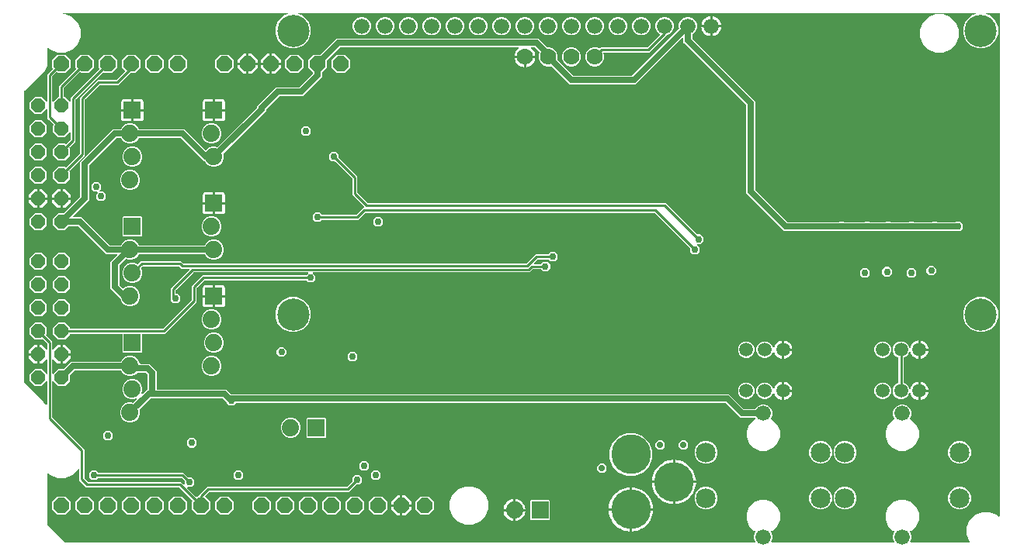
<source format=gbl>
G04 EAGLE Gerber RS-274X export*
G75*
%MOMM*%
%FSLAX34Y34*%
%LPD*%
%INBottom Copper*%
%IPPOS*%
%AMOC8*
5,1,8,0,0,1.08239X$1,22.5*%
G01*
%ADD10P,1.814519X8X202.500000*%
%ADD11R,1.879600X1.879600*%
%ADD12C,1.879600*%
%ADD13P,1.649562X8X292.500000*%
%ADD14C,2.159000*%
%ADD15C,1.676400*%
%ADD16C,3.516000*%
%ADD17C,1.778000*%
%ADD18C,1.508000*%
%ADD19C,4.318000*%
%ADD20C,0.756400*%
%ADD21C,0.706400*%
%ADD22C,0.254000*%
%ADD23C,0.660400*%
%ADD24C,0.406400*%

G36*
X814689Y-4685D02*
X814689Y-4685D01*
X814767Y-4679D01*
X814799Y-4665D01*
X814834Y-4659D01*
X814901Y-4619D01*
X814971Y-4587D01*
X814997Y-4563D01*
X815027Y-4544D01*
X815076Y-4484D01*
X815131Y-4430D01*
X815146Y-4398D01*
X815169Y-4370D01*
X815194Y-4297D01*
X815226Y-4227D01*
X815229Y-4191D01*
X815241Y-4158D01*
X815238Y-4080D01*
X815245Y-4003D01*
X815235Y-3964D01*
X815234Y-3933D01*
X815217Y-3890D01*
X815199Y-3821D01*
X813982Y-883D01*
X813982Y3058D01*
X815499Y6719D01*
X815513Y6783D01*
X815536Y6845D01*
X815537Y6892D01*
X815547Y6938D01*
X815538Y7003D01*
X815538Y7069D01*
X815522Y7114D01*
X815515Y7160D01*
X815484Y7218D01*
X815462Y7280D01*
X815431Y7316D01*
X815408Y7358D01*
X815359Y7401D01*
X815316Y7451D01*
X815269Y7479D01*
X815240Y7505D01*
X815203Y7519D01*
X815156Y7548D01*
X813602Y8191D01*
X808493Y13300D01*
X805728Y19975D01*
X805728Y27200D01*
X808493Y33874D01*
X813602Y38983D01*
X820277Y41748D01*
X827502Y41748D01*
X834176Y38983D01*
X839285Y33874D01*
X842050Y27200D01*
X842050Y19975D01*
X839285Y13300D01*
X834176Y8191D01*
X832623Y7548D01*
X832567Y7512D01*
X832507Y7485D01*
X832473Y7452D01*
X832434Y7426D01*
X832394Y7374D01*
X832347Y7328D01*
X832327Y7285D01*
X832299Y7247D01*
X832280Y7184D01*
X832252Y7124D01*
X832248Y7077D01*
X832235Y7032D01*
X832239Y6966D01*
X832234Y6901D01*
X832247Y6848D01*
X832250Y6808D01*
X832266Y6772D01*
X832279Y6719D01*
X833796Y3058D01*
X833796Y-883D01*
X832579Y-3821D01*
X832562Y-3897D01*
X832538Y-3970D01*
X832539Y-4006D01*
X832531Y-4040D01*
X832542Y-4117D01*
X832544Y-4195D01*
X832558Y-4227D01*
X832563Y-4263D01*
X832599Y-4331D01*
X832628Y-4402D01*
X832652Y-4429D01*
X832669Y-4460D01*
X832728Y-4511D01*
X832780Y-4568D01*
X832812Y-4584D01*
X832838Y-4608D01*
X832910Y-4635D01*
X832979Y-4671D01*
X833019Y-4677D01*
X833048Y-4687D01*
X833094Y-4688D01*
X833165Y-4698D01*
X966184Y-4698D01*
X966260Y-4685D01*
X966337Y-4679D01*
X966370Y-4665D01*
X966405Y-4659D01*
X966471Y-4619D01*
X966542Y-4587D01*
X966567Y-4563D01*
X966598Y-4544D01*
X966647Y-4484D01*
X966702Y-4430D01*
X966717Y-4398D01*
X966739Y-4370D01*
X966764Y-4297D01*
X966797Y-4227D01*
X966800Y-4191D01*
X966811Y-4158D01*
X966809Y-4080D01*
X966815Y-4003D01*
X966805Y-3964D01*
X966804Y-3933D01*
X966787Y-3890D01*
X966770Y-3821D01*
X965553Y-883D01*
X965553Y3058D01*
X967069Y6719D01*
X967083Y6783D01*
X967107Y6845D01*
X967107Y6892D01*
X967117Y6938D01*
X967108Y7003D01*
X967109Y7069D01*
X967092Y7114D01*
X967086Y7160D01*
X967054Y7218D01*
X967032Y7280D01*
X967001Y7316D01*
X966979Y7358D01*
X966929Y7401D01*
X966887Y7451D01*
X966840Y7479D01*
X966810Y7505D01*
X966773Y7519D01*
X966726Y7548D01*
X965172Y8191D01*
X960064Y13300D01*
X957299Y19975D01*
X957299Y27200D01*
X960064Y33874D01*
X965172Y38983D01*
X971847Y41748D01*
X979072Y41748D01*
X985747Y38983D01*
X990855Y33874D01*
X993620Y27200D01*
X993620Y19975D01*
X990855Y13300D01*
X985747Y8191D01*
X984193Y7548D01*
X984138Y7512D01*
X984078Y7485D01*
X984044Y7452D01*
X984004Y7426D01*
X983965Y7374D01*
X983918Y7328D01*
X983898Y7285D01*
X983869Y7247D01*
X983851Y7184D01*
X983823Y7124D01*
X983819Y7077D01*
X983805Y7032D01*
X983810Y6966D01*
X983804Y6901D01*
X983818Y6847D01*
X983820Y6808D01*
X983836Y6772D01*
X983850Y6719D01*
X985366Y3058D01*
X985366Y-883D01*
X984149Y-3821D01*
X984133Y-3897D01*
X984108Y-3970D01*
X984109Y-4006D01*
X984102Y-4040D01*
X984112Y-4117D01*
X984115Y-4195D01*
X984128Y-4227D01*
X984133Y-4263D01*
X984170Y-4331D01*
X984199Y-4402D01*
X984223Y-4429D01*
X984240Y-4460D01*
X984298Y-4511D01*
X984350Y-4568D01*
X984382Y-4584D01*
X984409Y-4608D01*
X984481Y-4635D01*
X984550Y-4671D01*
X984590Y-4677D01*
X984618Y-4687D01*
X984665Y-4688D01*
X984735Y-4698D01*
X1048248Y-4698D01*
X1048325Y-4685D01*
X1048402Y-4679D01*
X1048434Y-4665D01*
X1048469Y-4659D01*
X1048536Y-4619D01*
X1048606Y-4587D01*
X1048632Y-4563D01*
X1048662Y-4544D01*
X1048711Y-4484D01*
X1048766Y-4430D01*
X1048781Y-4398D01*
X1048804Y-4370D01*
X1048829Y-4297D01*
X1048861Y-4227D01*
X1048864Y-4191D01*
X1048876Y-4158D01*
X1048873Y-4080D01*
X1048880Y-4003D01*
X1048870Y-3964D01*
X1048869Y-3933D01*
X1048852Y-3890D01*
X1048834Y-3821D01*
X1045844Y3397D01*
X1045844Y11734D01*
X1049035Y19436D01*
X1054929Y25331D01*
X1062632Y28521D01*
X1070968Y28521D01*
X1078670Y25331D01*
X1080576Y23426D01*
X1080649Y23375D01*
X1080718Y23319D01*
X1080740Y23311D01*
X1080760Y23298D01*
X1080846Y23276D01*
X1080930Y23247D01*
X1080954Y23248D01*
X1080977Y23242D01*
X1081066Y23251D01*
X1081155Y23254D01*
X1081177Y23263D01*
X1081200Y23265D01*
X1081280Y23305D01*
X1081362Y23338D01*
X1081380Y23354D01*
X1081401Y23365D01*
X1081462Y23429D01*
X1081528Y23490D01*
X1081539Y23511D01*
X1081555Y23528D01*
X1081590Y23610D01*
X1081631Y23689D01*
X1081634Y23715D01*
X1081643Y23735D01*
X1081645Y23785D01*
X1081658Y23874D01*
X1081658Y573024D01*
X1081647Y573089D01*
X1081645Y573155D01*
X1081627Y573198D01*
X1081619Y573245D01*
X1081585Y573302D01*
X1081560Y573362D01*
X1081529Y573397D01*
X1081504Y573438D01*
X1081453Y573480D01*
X1081409Y573528D01*
X1081367Y573550D01*
X1081330Y573579D01*
X1081268Y573600D01*
X1081209Y573631D01*
X1081155Y573639D01*
X1081118Y573651D01*
X1081078Y573650D01*
X1081024Y573658D01*
X1067436Y573658D01*
X1067337Y573640D01*
X1067238Y573626D01*
X1067227Y573621D01*
X1067215Y573619D01*
X1067129Y573567D01*
X1067040Y573520D01*
X1067032Y573511D01*
X1067022Y573504D01*
X1066959Y573427D01*
X1066893Y573351D01*
X1066888Y573339D01*
X1066881Y573330D01*
X1066849Y573235D01*
X1066813Y573141D01*
X1066813Y573129D01*
X1066809Y573118D01*
X1066812Y573018D01*
X1066811Y572917D01*
X1066815Y572905D01*
X1066816Y572893D01*
X1066853Y572801D01*
X1066888Y572706D01*
X1066895Y572697D01*
X1066900Y572686D01*
X1066967Y572612D01*
X1067033Y572535D01*
X1067044Y572528D01*
X1067051Y572520D01*
X1067092Y572499D01*
X1067194Y572438D01*
X1071967Y570461D01*
X1077341Y565087D01*
X1080249Y558065D01*
X1080249Y550465D01*
X1077341Y543443D01*
X1071967Y538069D01*
X1064945Y535160D01*
X1057345Y535160D01*
X1050323Y538069D01*
X1044949Y543443D01*
X1042040Y550465D01*
X1042040Y558065D01*
X1044949Y565087D01*
X1050323Y570461D01*
X1055096Y572438D01*
X1055181Y572492D01*
X1055267Y572544D01*
X1055275Y572553D01*
X1055285Y572559D01*
X1055345Y572640D01*
X1055409Y572718D01*
X1055412Y572729D01*
X1055420Y572739D01*
X1055448Y572835D01*
X1055480Y572930D01*
X1055480Y572942D01*
X1055484Y572954D01*
X1055477Y573055D01*
X1055474Y573155D01*
X1055469Y573166D01*
X1055469Y573177D01*
X1055427Y573270D01*
X1055390Y573362D01*
X1055382Y573371D01*
X1055377Y573382D01*
X1055306Y573454D01*
X1055238Y573528D01*
X1055228Y573534D01*
X1055219Y573542D01*
X1055128Y573584D01*
X1055039Y573631D01*
X1055026Y573633D01*
X1055016Y573637D01*
X1054971Y573641D01*
X1054853Y573658D01*
X317436Y573658D01*
X317337Y573640D01*
X317238Y573626D01*
X317227Y573621D01*
X317215Y573619D01*
X317129Y573567D01*
X317040Y573520D01*
X317032Y573511D01*
X317022Y573504D01*
X316959Y573427D01*
X316893Y573351D01*
X316888Y573339D01*
X316881Y573330D01*
X316849Y573235D01*
X316813Y573141D01*
X316813Y573129D01*
X316809Y573118D01*
X316812Y573018D01*
X316811Y572917D01*
X316815Y572905D01*
X316816Y572893D01*
X316853Y572801D01*
X316888Y572706D01*
X316895Y572697D01*
X316900Y572686D01*
X316967Y572612D01*
X317033Y572535D01*
X317044Y572528D01*
X317051Y572520D01*
X317092Y572499D01*
X317194Y572438D01*
X321967Y570461D01*
X327341Y565087D01*
X330249Y558065D01*
X330249Y550465D01*
X327341Y543443D01*
X321967Y538069D01*
X314945Y535160D01*
X307345Y535160D01*
X300323Y538069D01*
X294949Y543443D01*
X292040Y550465D01*
X292040Y558065D01*
X294949Y565087D01*
X300323Y570461D01*
X305096Y572438D01*
X305181Y572492D01*
X305267Y572544D01*
X305275Y572553D01*
X305285Y572559D01*
X305345Y572640D01*
X305409Y572718D01*
X305412Y572729D01*
X305420Y572739D01*
X305448Y572835D01*
X305480Y572930D01*
X305480Y572942D01*
X305484Y572954D01*
X305477Y573055D01*
X305474Y573155D01*
X305469Y573166D01*
X305469Y573177D01*
X305427Y573270D01*
X305390Y573362D01*
X305382Y573371D01*
X305377Y573382D01*
X305306Y573454D01*
X305238Y573528D01*
X305228Y573534D01*
X305219Y573542D01*
X305128Y573584D01*
X305039Y573631D01*
X305026Y573633D01*
X305016Y573637D01*
X304971Y573641D01*
X304853Y573658D01*
X60821Y573658D01*
X60764Y573648D01*
X60707Y573648D01*
X60655Y573628D01*
X60600Y573619D01*
X60550Y573589D01*
X60497Y573569D01*
X60445Y573527D01*
X60407Y573504D01*
X60386Y573479D01*
X60352Y573451D01*
X60120Y573197D01*
X60081Y573134D01*
X60034Y573076D01*
X60022Y573040D01*
X60001Y573007D01*
X59986Y572934D01*
X59962Y572864D01*
X59963Y572825D01*
X59955Y572787D01*
X59967Y572714D01*
X59969Y572639D01*
X59983Y572604D01*
X59989Y572565D01*
X60025Y572500D01*
X60053Y572432D01*
X60079Y572403D01*
X60098Y572369D01*
X60154Y572321D01*
X60204Y572266D01*
X60239Y572248D01*
X60268Y572223D01*
X60338Y572197D01*
X60404Y572163D01*
X60448Y572157D01*
X60479Y572145D01*
X60523Y572146D01*
X60589Y572136D01*
X62588Y572136D01*
X70291Y568945D01*
X76185Y563051D01*
X79376Y555348D01*
X79376Y547012D01*
X76185Y539309D01*
X70291Y533415D01*
X62588Y530224D01*
X54252Y530224D01*
X46550Y533415D01*
X44390Y535574D01*
X44317Y535625D01*
X44248Y535681D01*
X44226Y535688D01*
X44206Y535702D01*
X44120Y535724D01*
X44036Y535752D01*
X44012Y535752D01*
X43989Y535758D01*
X43900Y535748D01*
X43811Y535746D01*
X43789Y535737D01*
X43766Y535734D01*
X43686Y535695D01*
X43604Y535662D01*
X43586Y535646D01*
X43565Y535635D01*
X43504Y535570D01*
X43438Y535510D01*
X43427Y535489D01*
X43411Y535472D01*
X43376Y535390D01*
X43335Y535311D01*
X43332Y535284D01*
X43323Y535265D01*
X43321Y535215D01*
X43308Y535125D01*
X43308Y518186D01*
X43308Y518184D01*
X43308Y518183D01*
X43318Y516087D01*
X42516Y514151D01*
X42515Y514149D01*
X42514Y514148D01*
X41721Y512207D01*
X40236Y510721D01*
X40235Y510720D01*
X40234Y510719D01*
X18276Y488554D01*
X18253Y488520D01*
X18223Y488492D01*
X18199Y488446D01*
X18178Y488420D01*
X18172Y488402D01*
X18149Y488369D01*
X18139Y488329D01*
X18120Y488293D01*
X18109Y488215D01*
X18106Y488208D01*
X18106Y488200D01*
X18094Y488151D01*
X18096Y488132D01*
X18092Y488107D01*
X18092Y169675D01*
X18100Y169633D01*
X18098Y169591D01*
X18120Y169524D01*
X18132Y169454D01*
X18154Y169418D01*
X18167Y169377D01*
X18221Y169304D01*
X18246Y169261D01*
X18262Y169248D01*
X18278Y169226D01*
X38833Y148672D01*
X41843Y145662D01*
X41916Y145611D01*
X41985Y145555D01*
X42007Y145548D01*
X42027Y145534D01*
X42113Y145512D01*
X42197Y145483D01*
X42221Y145484D01*
X42244Y145478D01*
X42333Y145487D01*
X42422Y145490D01*
X42444Y145499D01*
X42467Y145501D01*
X42547Y145541D01*
X42629Y145574D01*
X42647Y145590D01*
X42668Y145601D01*
X42729Y145665D01*
X42795Y145726D01*
X42806Y145747D01*
X42822Y145764D01*
X42857Y145846D01*
X42898Y145925D01*
X42901Y145951D01*
X42910Y145971D01*
X42912Y146021D01*
X42925Y146111D01*
X42925Y170647D01*
X42909Y170735D01*
X42900Y170823D01*
X42890Y170845D01*
X42886Y170868D01*
X42840Y170945D01*
X42801Y171024D01*
X42784Y171041D01*
X42771Y171061D01*
X42702Y171117D01*
X42638Y171178D01*
X42616Y171188D01*
X42597Y171203D01*
X42513Y171231D01*
X42431Y171266D01*
X42407Y171267D01*
X42385Y171274D01*
X42296Y171272D01*
X42207Y171276D01*
X42184Y171268D01*
X42160Y171268D01*
X42078Y171234D01*
X41993Y171207D01*
X41972Y171191D01*
X41953Y171184D01*
X41915Y171150D01*
X41843Y171096D01*
X36808Y166061D01*
X29232Y166061D01*
X23875Y171418D01*
X23875Y178994D01*
X29232Y184350D01*
X36808Y184350D01*
X41843Y179316D01*
X41916Y179265D01*
X41985Y179209D01*
X42007Y179201D01*
X42027Y179188D01*
X42113Y179165D01*
X42197Y179137D01*
X42221Y179138D01*
X42244Y179132D01*
X42333Y179141D01*
X42422Y179144D01*
X42444Y179152D01*
X42467Y179155D01*
X42547Y179194D01*
X42629Y179228D01*
X42647Y179244D01*
X42668Y179254D01*
X42729Y179319D01*
X42795Y179379D01*
X42806Y179400D01*
X42822Y179418D01*
X42857Y179500D01*
X42898Y179579D01*
X42901Y179605D01*
X42910Y179624D01*
X42912Y179675D01*
X42925Y179764D01*
X42925Y194610D01*
X42909Y194698D01*
X42900Y194786D01*
X42890Y194808D01*
X42886Y194831D01*
X42840Y194908D01*
X42801Y194988D01*
X42784Y195004D01*
X42771Y195024D01*
X42702Y195080D01*
X42638Y195141D01*
X42616Y195151D01*
X42597Y195166D01*
X42513Y195194D01*
X42431Y195229D01*
X42407Y195230D01*
X42385Y195238D01*
X42296Y195235D01*
X42207Y195239D01*
X42184Y195232D01*
X42160Y195231D01*
X42078Y195198D01*
X41993Y195170D01*
X41972Y195155D01*
X41953Y195147D01*
X41915Y195113D01*
X41843Y195059D01*
X37229Y190445D01*
X34289Y190445D01*
X34289Y199971D01*
X34278Y200035D01*
X34276Y200101D01*
X34258Y200145D01*
X34250Y200191D01*
X34216Y200248D01*
X34191Y200309D01*
X34159Y200344D01*
X34135Y200385D01*
X34084Y200426D01*
X34040Y200475D01*
X33998Y200496D01*
X33961Y200526D01*
X33899Y200547D01*
X33840Y200577D01*
X33786Y200585D01*
X33749Y200598D01*
X33709Y200597D01*
X33655Y200605D01*
X33019Y200605D01*
X33019Y200607D01*
X33655Y200607D01*
X33720Y200618D01*
X33785Y200620D01*
X33829Y200638D01*
X33876Y200646D01*
X33933Y200680D01*
X33993Y200704D01*
X34028Y200736D01*
X34069Y200760D01*
X34110Y200811D01*
X34159Y200856D01*
X34181Y200898D01*
X34210Y200935D01*
X34231Y200997D01*
X34262Y201055D01*
X34270Y201110D01*
X34282Y201147D01*
X34281Y201186D01*
X34289Y201241D01*
X34289Y210766D01*
X37229Y210766D01*
X41843Y206153D01*
X41916Y206102D01*
X41985Y206046D01*
X42007Y206038D01*
X42027Y206024D01*
X42113Y206002D01*
X42197Y205974D01*
X42221Y205974D01*
X42244Y205969D01*
X42333Y205978D01*
X42422Y205980D01*
X42444Y205989D01*
X42467Y205992D01*
X42547Y206031D01*
X42629Y206065D01*
X42647Y206081D01*
X42668Y206091D01*
X42729Y206156D01*
X42795Y206216D01*
X42806Y206237D01*
X42822Y206254D01*
X42857Y206336D01*
X42898Y206416D01*
X42901Y206442D01*
X42910Y206461D01*
X42912Y206511D01*
X42925Y206601D01*
X42925Y211885D01*
X42918Y211927D01*
X42920Y211970D01*
X42898Y212037D01*
X42886Y212106D01*
X42864Y212143D01*
X42851Y212183D01*
X42797Y212256D01*
X42771Y212299D01*
X42755Y212313D01*
X42739Y212334D01*
X37959Y217115D01*
X37926Y217137D01*
X37906Y217159D01*
X37887Y217169D01*
X37857Y217197D01*
X37813Y217216D01*
X37774Y217243D01*
X37712Y217259D01*
X37707Y217262D01*
X37704Y217262D01*
X37650Y217285D01*
X37603Y217287D01*
X37557Y217299D01*
X37492Y217292D01*
X37426Y217295D01*
X37381Y217280D01*
X37334Y217276D01*
X37283Y217251D01*
X37278Y217250D01*
X37270Y217245D01*
X37212Y217226D01*
X37168Y217194D01*
X37133Y217176D01*
X37107Y217148D01*
X37085Y217135D01*
X37078Y217127D01*
X37062Y217115D01*
X36808Y216861D01*
X29232Y216861D01*
X23875Y222218D01*
X23875Y229794D01*
X29232Y235150D01*
X36808Y235150D01*
X42165Y229794D01*
X42165Y222218D01*
X41911Y221964D01*
X41873Y221910D01*
X41828Y221862D01*
X41810Y221819D01*
X41783Y221780D01*
X41766Y221716D01*
X41741Y221655D01*
X41739Y221608D01*
X41727Y221563D01*
X41734Y221497D01*
X41731Y221431D01*
X41745Y221386D01*
X41750Y221339D01*
X41779Y221280D01*
X41799Y221218D01*
X41832Y221174D01*
X41850Y221138D01*
X41878Y221111D01*
X41911Y221067D01*
X48515Y214463D01*
X48515Y206601D01*
X48531Y206513D01*
X48540Y206425D01*
X48550Y206404D01*
X48554Y206380D01*
X48600Y206304D01*
X48639Y206224D01*
X48656Y206207D01*
X48669Y206187D01*
X48738Y206131D01*
X48802Y206070D01*
X48824Y206061D01*
X48843Y206046D01*
X48927Y206017D01*
X49009Y205982D01*
X49033Y205981D01*
X49055Y205974D01*
X49144Y205976D01*
X49233Y205972D01*
X49256Y205980D01*
X49280Y205980D01*
X49362Y206014D01*
X49447Y206041D01*
X49468Y206057D01*
X49487Y206065D01*
X49525Y206099D01*
X49597Y206153D01*
X54211Y210766D01*
X57151Y210766D01*
X57151Y201241D01*
X57162Y201176D01*
X57164Y201110D01*
X57182Y201067D01*
X57190Y201020D01*
X57224Y200963D01*
X57249Y200902D01*
X57280Y200867D01*
X57305Y200827D01*
X57356Y200785D01*
X57400Y200737D01*
X57442Y200715D01*
X57479Y200685D01*
X57541Y200664D01*
X57600Y200634D01*
X57654Y200626D01*
X57691Y200614D01*
X57731Y200615D01*
X57785Y200607D01*
X58421Y200607D01*
X58421Y200605D01*
X57785Y200605D01*
X57720Y200593D01*
X57654Y200591D01*
X57611Y200573D01*
X57564Y200565D01*
X57507Y200532D01*
X57447Y200507D01*
X57412Y200475D01*
X57371Y200451D01*
X57330Y200400D01*
X57281Y200355D01*
X57259Y200313D01*
X57230Y200277D01*
X57209Y200215D01*
X57178Y200156D01*
X57170Y200101D01*
X57158Y200064D01*
X57159Y200025D01*
X57151Y199971D01*
X57151Y190445D01*
X54211Y190445D01*
X49597Y195059D01*
X49524Y195110D01*
X49455Y195166D01*
X49433Y195173D01*
X49413Y195187D01*
X49327Y195209D01*
X49243Y195238D01*
X49219Y195237D01*
X49196Y195243D01*
X49107Y195234D01*
X49018Y195231D01*
X48996Y195222D01*
X48973Y195220D01*
X48893Y195180D01*
X48811Y195147D01*
X48793Y195131D01*
X48772Y195120D01*
X48711Y195055D01*
X48645Y194995D01*
X48634Y194974D01*
X48618Y194957D01*
X48583Y194875D01*
X48542Y194796D01*
X48539Y194770D01*
X48530Y194750D01*
X48528Y194700D01*
X48515Y194610D01*
X48515Y179764D01*
X48531Y179676D01*
X48540Y179588D01*
X48550Y179567D01*
X48554Y179543D01*
X48600Y179467D01*
X48639Y179387D01*
X48656Y179371D01*
X48669Y179350D01*
X48738Y179294D01*
X48802Y179233D01*
X48824Y179224D01*
X48843Y179209D01*
X48927Y179180D01*
X49009Y179146D01*
X49033Y179144D01*
X49055Y179137D01*
X49144Y179140D01*
X49233Y179136D01*
X49256Y179143D01*
X49280Y179144D01*
X49362Y179177D01*
X49447Y179204D01*
X49468Y179220D01*
X49487Y179228D01*
X49525Y179262D01*
X49597Y179316D01*
X54632Y184350D01*
X60444Y184350D01*
X60486Y184358D01*
X60530Y184356D01*
X60596Y184378D01*
X60664Y184390D01*
X60702Y184412D01*
X60743Y184425D01*
X60814Y184479D01*
X60858Y184504D01*
X60871Y184521D01*
X60893Y184537D01*
X66039Y189712D01*
X66059Y189740D01*
X66084Y189765D01*
X66094Y189774D01*
X66095Y189776D01*
X67631Y191312D01*
X67631Y191313D01*
X67632Y191313D01*
X69044Y192732D01*
X71043Y192732D01*
X71044Y192733D01*
X71045Y192732D01*
X73241Y192738D01*
X73259Y192734D01*
X73279Y192736D01*
X73304Y192732D01*
X123033Y192732D01*
X123087Y192742D01*
X123141Y192742D01*
X123196Y192762D01*
X123254Y192772D01*
X123301Y192800D01*
X123352Y192818D01*
X123397Y192856D01*
X123448Y192886D01*
X123482Y192928D01*
X123523Y192963D01*
X123560Y193024D01*
X123589Y193060D01*
X123599Y193089D01*
X123619Y193124D01*
X124021Y194093D01*
X127093Y197165D01*
X131108Y198828D01*
X135453Y198828D01*
X139468Y197165D01*
X142540Y194093D01*
X143971Y190638D01*
X144001Y190593D01*
X144021Y190543D01*
X144061Y190499D01*
X144093Y190449D01*
X144136Y190417D01*
X144172Y190377D01*
X144225Y190350D01*
X144272Y190315D01*
X144324Y190299D01*
X144372Y190274D01*
X144442Y190264D01*
X144487Y190251D01*
X144518Y190253D01*
X144557Y190247D01*
X154399Y190247D01*
X162307Y182339D01*
X162307Y162941D01*
X162318Y162876D01*
X162320Y162810D01*
X162338Y162767D01*
X162346Y162720D01*
X162380Y162663D01*
X162405Y162603D01*
X162436Y162568D01*
X162461Y162527D01*
X162512Y162485D01*
X162556Y162437D01*
X162598Y162415D01*
X162635Y162386D01*
X162697Y162365D01*
X162756Y162334D01*
X162810Y162326D01*
X162847Y162314D01*
X162887Y162315D01*
X162941Y162307D01*
X238219Y162307D01*
X243114Y157413D01*
X243148Y157388D01*
X243177Y157357D01*
X243240Y157325D01*
X243298Y157284D01*
X243339Y157274D01*
X243377Y157254D01*
X243466Y157241D01*
X243515Y157228D01*
X243536Y157231D01*
X243562Y157227D01*
X786716Y157227D01*
X802843Y141100D01*
X802877Y141075D01*
X802906Y141044D01*
X802969Y141012D01*
X803027Y140972D01*
X803068Y140961D01*
X803106Y140942D01*
X803195Y140928D01*
X803244Y140916D01*
X803265Y140918D01*
X803291Y140914D01*
X814742Y140914D01*
X814795Y140923D01*
X814849Y140923D01*
X814905Y140943D01*
X814962Y140954D01*
X815009Y140981D01*
X815060Y141000D01*
X815105Y141038D01*
X815156Y141068D01*
X815190Y141110D01*
X815231Y141145D01*
X815268Y141206D01*
X815297Y141242D01*
X815307Y141271D01*
X815328Y141305D01*
X815491Y141699D01*
X818277Y144486D01*
X821919Y145994D01*
X825860Y145994D01*
X829501Y144486D01*
X832288Y141699D01*
X833796Y138058D01*
X833796Y134117D01*
X832279Y130455D01*
X832265Y130391D01*
X832242Y130330D01*
X832241Y130282D01*
X832231Y130236D01*
X832241Y130171D01*
X832240Y130105D01*
X832256Y130061D01*
X832263Y130014D01*
X832294Y129956D01*
X832317Y129894D01*
X832347Y129858D01*
X832370Y129817D01*
X832419Y129773D01*
X832462Y129723D01*
X832509Y129695D01*
X832539Y129669D01*
X832575Y129655D01*
X832623Y129627D01*
X834176Y128983D01*
X839285Y123874D01*
X842050Y117200D01*
X842050Y109975D01*
X839285Y103300D01*
X834176Y98191D01*
X827502Y95426D01*
X820277Y95426D01*
X813602Y98191D01*
X808493Y103300D01*
X805728Y109975D01*
X805728Y117200D01*
X808493Y123874D01*
X813602Y128983D01*
X815156Y129627D01*
X815211Y129662D01*
X815271Y129689D01*
X815305Y129722D01*
X815344Y129748D01*
X815384Y129800D01*
X815431Y129847D01*
X815451Y129889D01*
X815479Y129927D01*
X815498Y129990D01*
X815526Y130050D01*
X815530Y130097D01*
X815543Y130142D01*
X815539Y130208D01*
X815544Y130273D01*
X815531Y130327D01*
X815528Y130366D01*
X815512Y130402D01*
X815499Y130455D01*
X815328Y130869D01*
X815298Y130915D01*
X815278Y130965D01*
X815238Y131008D01*
X815206Y131058D01*
X815163Y131090D01*
X815127Y131130D01*
X815074Y131157D01*
X815027Y131193D01*
X814975Y131208D01*
X814927Y131233D01*
X814857Y131243D01*
X814812Y131256D01*
X814781Y131254D01*
X814742Y131260D01*
X799030Y131260D01*
X782903Y147387D01*
X782868Y147412D01*
X782839Y147443D01*
X782776Y147475D01*
X782718Y147516D01*
X782677Y147526D01*
X782640Y147546D01*
X782550Y147559D01*
X782501Y147572D01*
X782480Y147569D01*
X782454Y147573D01*
X249321Y147573D01*
X249279Y147566D01*
X249237Y147568D01*
X249170Y147546D01*
X249100Y147534D01*
X249063Y147512D01*
X249023Y147499D01*
X248950Y147445D01*
X248907Y147419D01*
X248894Y147403D01*
X248872Y147387D01*
X246038Y144553D01*
X241642Y144553D01*
X238533Y147662D01*
X238533Y148078D01*
X238526Y148120D01*
X238528Y148162D01*
X238506Y148229D01*
X238494Y148299D01*
X238472Y148335D01*
X238459Y148376D01*
X238405Y148449D01*
X238379Y148492D01*
X238363Y148505D01*
X238347Y148526D01*
X234406Y152467D01*
X234372Y152492D01*
X234343Y152523D01*
X234280Y152555D01*
X234222Y152596D01*
X234181Y152606D01*
X234143Y152626D01*
X234054Y152639D01*
X234005Y152652D01*
X233984Y152649D01*
X233958Y152653D01*
X155917Y152653D01*
X155875Y152646D01*
X155833Y152648D01*
X155766Y152626D01*
X155696Y152614D01*
X155660Y152592D01*
X155619Y152579D01*
X155546Y152525D01*
X155503Y152499D01*
X155490Y152483D01*
X155469Y152467D01*
X143940Y140938D01*
X143909Y140894D01*
X143870Y140856D01*
X143845Y140803D01*
X143811Y140754D01*
X143798Y140702D01*
X143775Y140653D01*
X143770Y140594D01*
X143755Y140537D01*
X143761Y140483D01*
X143757Y140429D01*
X143774Y140360D01*
X143779Y140314D01*
X143792Y140286D01*
X143802Y140247D01*
X144203Y139278D01*
X144203Y134933D01*
X142540Y130918D01*
X139468Y127846D01*
X135453Y126183D01*
X131108Y126183D01*
X127093Y127846D01*
X124021Y130918D01*
X122358Y134933D01*
X122358Y139278D01*
X124021Y143293D01*
X127093Y146365D01*
X131108Y148028D01*
X135453Y148028D01*
X136422Y147627D01*
X136475Y147615D01*
X136525Y147594D01*
X136584Y147592D01*
X136641Y147579D01*
X136695Y147587D01*
X136749Y147584D01*
X136805Y147602D01*
X136864Y147611D01*
X136911Y147636D01*
X136963Y147653D01*
X137020Y147695D01*
X137061Y147717D01*
X137081Y147740D01*
X137114Y147765D01*
X140755Y151406D01*
X140813Y151489D01*
X140873Y151569D01*
X140876Y151581D01*
X140883Y151590D01*
X140908Y151687D01*
X140937Y151784D01*
X140936Y151796D01*
X140939Y151808D01*
X140929Y151907D01*
X140922Y152008D01*
X140917Y152019D01*
X140916Y152031D01*
X140871Y152121D01*
X140830Y152213D01*
X140822Y152221D01*
X140816Y152232D01*
X140743Y152301D01*
X140673Y152373D01*
X140662Y152378D01*
X140653Y152386D01*
X140560Y152425D01*
X140469Y152468D01*
X140458Y152469D01*
X140447Y152473D01*
X140346Y152478D01*
X140246Y152486D01*
X140233Y152483D01*
X140222Y152483D01*
X140179Y152469D01*
X140064Y152441D01*
X137993Y151583D01*
X133648Y151583D01*
X129633Y153246D01*
X126561Y156318D01*
X124898Y160333D01*
X124898Y164678D01*
X126561Y168693D01*
X129633Y171765D01*
X133648Y173428D01*
X137993Y173428D01*
X142008Y171765D01*
X145080Y168693D01*
X146743Y164678D01*
X146743Y160333D01*
X145886Y158262D01*
X145864Y158164D01*
X145839Y158067D01*
X145840Y158055D01*
X145838Y158043D01*
X145852Y157943D01*
X145862Y157844D01*
X145868Y157833D01*
X145869Y157821D01*
X145917Y157732D01*
X145962Y157642D01*
X145970Y157634D01*
X145976Y157624D01*
X146052Y157557D01*
X146125Y157488D01*
X146136Y157484D01*
X146145Y157476D01*
X146239Y157440D01*
X146332Y157401D01*
X146344Y157401D01*
X146355Y157396D01*
X146455Y157396D01*
X146556Y157391D01*
X146567Y157395D01*
X146579Y157395D01*
X146674Y157429D01*
X146769Y157460D01*
X146780Y157467D01*
X146790Y157471D01*
X146825Y157501D01*
X146920Y157571D01*
X151656Y162307D01*
X152019Y162307D01*
X152084Y162318D01*
X152150Y162320D01*
X152193Y162338D01*
X152240Y162346D01*
X152297Y162380D01*
X152357Y162405D01*
X152392Y162436D01*
X152433Y162461D01*
X152475Y162512D01*
X152523Y162556D01*
X152545Y162598D01*
X152574Y162635D01*
X152595Y162697D01*
X152626Y162756D01*
X152634Y162810D01*
X152646Y162847D01*
X152645Y162887D01*
X152653Y162941D01*
X152653Y178078D01*
X152646Y178120D01*
X152648Y178162D01*
X152626Y178229D01*
X152614Y178299D01*
X152592Y178335D01*
X152579Y178376D01*
X152525Y178449D01*
X152499Y178492D01*
X152483Y178505D01*
X152467Y178526D01*
X150586Y180407D01*
X150552Y180432D01*
X150523Y180463D01*
X150460Y180495D01*
X150402Y180536D01*
X150361Y180546D01*
X150323Y180566D01*
X150234Y180579D01*
X150185Y180592D01*
X150164Y180589D01*
X150138Y180593D01*
X141678Y180593D01*
X141636Y180586D01*
X141594Y180588D01*
X141527Y180566D01*
X141457Y180554D01*
X141421Y180532D01*
X141380Y180519D01*
X141308Y180465D01*
X141264Y180439D01*
X141251Y180423D01*
X141230Y180407D01*
X139468Y178646D01*
X135453Y176983D01*
X131108Y176983D01*
X127093Y178646D01*
X124021Y181718D01*
X123619Y182687D01*
X123591Y182732D01*
X123586Y182744D01*
X123585Y182745D01*
X123570Y182783D01*
X123530Y182827D01*
X123498Y182876D01*
X123455Y182909D01*
X123418Y182949D01*
X123366Y182976D01*
X123319Y183011D01*
X123267Y183026D01*
X123219Y183051D01*
X123149Y183062D01*
X123104Y183075D01*
X123073Y183073D01*
X123033Y183079D01*
X73321Y183079D01*
X73279Y183071D01*
X73235Y183073D01*
X73169Y183052D01*
X73101Y183039D01*
X73063Y183017D01*
X73022Y183004D01*
X72951Y182951D01*
X72907Y182925D01*
X72894Y182908D01*
X72872Y182892D01*
X67749Y177741D01*
X67726Y177707D01*
X67695Y177679D01*
X67662Y177615D01*
X67622Y177557D01*
X67611Y177517D01*
X67592Y177479D01*
X67579Y177388D01*
X67566Y177339D01*
X67568Y177319D01*
X67565Y177294D01*
X67565Y171418D01*
X62208Y166061D01*
X54632Y166061D01*
X49597Y171096D01*
X49524Y171146D01*
X49455Y171203D01*
X49433Y171210D01*
X49413Y171224D01*
X49327Y171246D01*
X49243Y171274D01*
X49219Y171274D01*
X49196Y171280D01*
X49107Y171270D01*
X49018Y171268D01*
X48996Y171259D01*
X48973Y171256D01*
X48893Y171217D01*
X48811Y171184D01*
X48793Y171168D01*
X48772Y171157D01*
X48711Y171092D01*
X48645Y171032D01*
X48634Y171011D01*
X48618Y170994D01*
X48583Y170912D01*
X48542Y170833D01*
X48539Y170806D01*
X48530Y170787D01*
X48528Y170737D01*
X48515Y170647D01*
X48515Y131857D01*
X48522Y131815D01*
X48520Y131773D01*
X48542Y131706D01*
X48554Y131636D01*
X48576Y131600D01*
X48589Y131559D01*
X48643Y131486D01*
X48669Y131443D01*
X48685Y131430D01*
X48701Y131408D01*
X83440Y96669D01*
X83440Y65555D01*
X83447Y65514D01*
X83445Y65471D01*
X83467Y65404D01*
X83479Y65334D01*
X83501Y65298D01*
X83514Y65258D01*
X83568Y65185D01*
X83594Y65141D01*
X83610Y65128D01*
X83626Y65107D01*
X87332Y61401D01*
X87367Y61376D01*
X87395Y61345D01*
X87458Y61313D01*
X87516Y61272D01*
X87557Y61262D01*
X87595Y61242D01*
X87685Y61229D01*
X87733Y61216D01*
X87754Y61219D01*
X87780Y61215D01*
X188994Y61215D01*
X190817Y59392D01*
X191731Y58478D01*
X191804Y58427D01*
X191873Y58371D01*
X191895Y58364D01*
X191915Y58350D01*
X192001Y58328D01*
X192085Y58299D01*
X192109Y58300D01*
X192132Y58294D01*
X192221Y58303D01*
X192310Y58306D01*
X192332Y58315D01*
X192355Y58317D01*
X192435Y58357D01*
X192517Y58390D01*
X192535Y58406D01*
X192556Y58417D01*
X192617Y58482D01*
X192683Y58542D01*
X192694Y58563D01*
X192710Y58580D01*
X192745Y58662D01*
X192786Y58741D01*
X192789Y58767D01*
X192798Y58787D01*
X192800Y58837D01*
X192813Y58927D01*
X192813Y62052D01*
X192806Y62093D01*
X192808Y62136D01*
X192786Y62203D01*
X192774Y62273D01*
X192752Y62309D01*
X192739Y62349D01*
X192685Y62422D01*
X192659Y62466D01*
X192643Y62479D01*
X192627Y62500D01*
X189528Y65599D01*
X189493Y65624D01*
X189465Y65655D01*
X189402Y65687D01*
X189344Y65728D01*
X189303Y65738D01*
X189265Y65758D01*
X189175Y65771D01*
X189127Y65784D01*
X189106Y65781D01*
X189080Y65785D01*
X98953Y65785D01*
X98911Y65778D01*
X98869Y65780D01*
X98802Y65758D01*
X98732Y65746D01*
X98695Y65724D01*
X98655Y65711D01*
X98582Y65657D01*
X98539Y65631D01*
X98526Y65615D01*
X98504Y65599D01*
X96178Y63273D01*
X91782Y63273D01*
X88673Y66382D01*
X88673Y70778D01*
X91782Y73887D01*
X96178Y73887D01*
X98504Y71561D01*
X98530Y71542D01*
X98531Y71542D01*
X98532Y71542D01*
X98539Y71536D01*
X98568Y71505D01*
X98631Y71473D01*
X98689Y71432D01*
X98730Y71422D01*
X98767Y71402D01*
X98857Y71389D01*
X98906Y71376D01*
X98927Y71379D01*
X98953Y71375D01*
X191658Y71375D01*
X196580Y66453D01*
X196615Y66428D01*
X196643Y66397D01*
X196706Y66365D01*
X196764Y66324D01*
X196805Y66314D01*
X196843Y66294D01*
X196933Y66281D01*
X196981Y66268D01*
X197002Y66271D01*
X197028Y66267D01*
X200318Y66267D01*
X203427Y63158D01*
X203427Y58762D01*
X200318Y55653D01*
X196087Y55653D01*
X195999Y55637D01*
X195910Y55628D01*
X195889Y55618D01*
X195866Y55614D01*
X195789Y55568D01*
X195709Y55529D01*
X195693Y55512D01*
X195673Y55499D01*
X195616Y55430D01*
X195555Y55366D01*
X195546Y55344D01*
X195531Y55325D01*
X195503Y55241D01*
X195468Y55159D01*
X195467Y55135D01*
X195459Y55113D01*
X195462Y55024D01*
X195458Y54935D01*
X195465Y54912D01*
X195466Y54888D01*
X195499Y54806D01*
X195527Y54721D01*
X195542Y54700D01*
X195550Y54681D01*
X195584Y54643D01*
X195638Y54571D01*
X205273Y44935D01*
X205303Y44915D01*
X205313Y44903D01*
X205331Y44894D01*
X205375Y44853D01*
X205419Y44834D01*
X205457Y44807D01*
X205521Y44791D01*
X205582Y44765D01*
X205629Y44763D01*
X205675Y44751D01*
X205740Y44758D01*
X205806Y44755D01*
X205851Y44770D01*
X205898Y44775D01*
X205957Y44804D01*
X206020Y44824D01*
X206064Y44857D01*
X206099Y44874D01*
X206126Y44903D01*
X206157Y44926D01*
X206159Y44927D01*
X206160Y44928D01*
X206170Y44935D01*
X206647Y45412D01*
X207322Y45412D01*
X207387Y45424D01*
X207452Y45426D01*
X207496Y45444D01*
X207543Y45452D01*
X207599Y45486D01*
X207660Y45510D01*
X207695Y45542D01*
X207736Y45566D01*
X207777Y45617D01*
X207826Y45662D01*
X207847Y45704D01*
X207877Y45740D01*
X207898Y45803D01*
X207928Y45861D01*
X207936Y45916D01*
X207949Y45953D01*
X207948Y45992D01*
X207956Y46047D01*
X207956Y46808D01*
X217282Y56135D01*
X369420Y56135D01*
X369461Y56142D01*
X369504Y56140D01*
X369571Y56162D01*
X369641Y56174D01*
X369677Y56196D01*
X369717Y56209D01*
X369790Y56263D01*
X369834Y56289D01*
X369847Y56305D01*
X369868Y56321D01*
X375507Y61960D01*
X375532Y61995D01*
X375563Y62023D01*
X375595Y62086D01*
X375636Y62144D01*
X375646Y62185D01*
X375666Y62223D01*
X375679Y62313D01*
X375692Y62361D01*
X375689Y62382D01*
X375693Y62408D01*
X375693Y65698D01*
X378802Y68807D01*
X383198Y68807D01*
X386307Y65698D01*
X386307Y61302D01*
X383198Y58193D01*
X379908Y58193D01*
X379867Y58186D01*
X379824Y58188D01*
X379757Y58166D01*
X379687Y58154D01*
X379651Y58132D01*
X379611Y58119D01*
X379538Y58065D01*
X379494Y58039D01*
X379481Y58023D01*
X379460Y58007D01*
X371998Y50545D01*
X219860Y50545D01*
X219819Y50538D01*
X219776Y50540D01*
X219709Y50518D01*
X219639Y50506D01*
X219603Y50484D01*
X219563Y50471D01*
X219490Y50417D01*
X219446Y50391D01*
X219433Y50375D01*
X219412Y50359D01*
X215108Y46056D01*
X215070Y46002D01*
X215025Y45954D01*
X215007Y45910D01*
X214980Y45871D01*
X214963Y45808D01*
X214938Y45747D01*
X214936Y45700D01*
X214924Y45654D01*
X214931Y45589D01*
X214928Y45523D01*
X214942Y45478D01*
X214947Y45431D01*
X214976Y45372D01*
X214996Y45309D01*
X215029Y45265D01*
X215047Y45230D01*
X215075Y45203D01*
X215108Y45159D01*
X220657Y39609D01*
X220657Y31402D01*
X214854Y25599D01*
X206647Y25599D01*
X200844Y31402D01*
X200844Y39609D01*
X201321Y40086D01*
X201358Y40140D01*
X201404Y40188D01*
X201422Y40232D01*
X201449Y40270D01*
X201465Y40334D01*
X201491Y40395D01*
X201493Y40442D01*
X201505Y40488D01*
X201498Y40553D01*
X201501Y40619D01*
X201487Y40664D01*
X201482Y40711D01*
X201453Y40770D01*
X201432Y40832D01*
X201400Y40877D01*
X201382Y40912D01*
X201354Y40939D01*
X201321Y40983D01*
X186864Y55439D01*
X186830Y55464D01*
X186801Y55495D01*
X186738Y55527D01*
X186680Y55568D01*
X186639Y55578D01*
X186601Y55598D01*
X186512Y55611D01*
X186463Y55624D01*
X186442Y55621D01*
X186416Y55625D01*
X85202Y55625D01*
X77850Y62977D01*
X77850Y75266D01*
X77837Y75340D01*
X77837Y75348D01*
X77835Y75353D01*
X77832Y75365D01*
X77818Y75465D01*
X77813Y75475D01*
X77811Y75487D01*
X77760Y75573D01*
X77712Y75662D01*
X77703Y75670D01*
X77696Y75680D01*
X77619Y75743D01*
X77543Y75810D01*
X77531Y75814D01*
X77522Y75821D01*
X77427Y75854D01*
X77333Y75889D01*
X77321Y75889D01*
X77310Y75893D01*
X77210Y75890D01*
X77109Y75891D01*
X77097Y75887D01*
X77085Y75887D01*
X76993Y75849D01*
X76898Y75814D01*
X76889Y75807D01*
X76878Y75802D01*
X76803Y75734D01*
X76727Y75669D01*
X76720Y75658D01*
X76712Y75651D01*
X76691Y75610D01*
X76630Y75509D01*
X76185Y74435D01*
X70291Y68540D01*
X62588Y65350D01*
X54252Y65350D01*
X46550Y68540D01*
X44575Y70515D01*
X44502Y70566D01*
X44433Y70622D01*
X44410Y70629D01*
X44391Y70643D01*
X44305Y70665D01*
X44220Y70693D01*
X44197Y70693D01*
X44174Y70699D01*
X44085Y70689D01*
X43996Y70687D01*
X43974Y70678D01*
X43950Y70675D01*
X43871Y70636D01*
X43788Y70603D01*
X43771Y70587D01*
X43749Y70576D01*
X43688Y70511D01*
X43623Y70451D01*
X43612Y70430D01*
X43595Y70413D01*
X43561Y70331D01*
X43520Y70252D01*
X43516Y70225D01*
X43508Y70206D01*
X43506Y70156D01*
X43492Y70066D01*
X43492Y13999D01*
X43500Y13956D01*
X43498Y13914D01*
X43520Y13847D01*
X43532Y13778D01*
X43554Y13741D01*
X43567Y13700D01*
X43621Y13628D01*
X43646Y13585D01*
X43663Y13571D01*
X43679Y13550D01*
X61781Y-4513D01*
X61816Y-4537D01*
X61844Y-4568D01*
X61908Y-4600D01*
X61966Y-4641D01*
X62007Y-4651D01*
X62044Y-4671D01*
X62134Y-4684D01*
X62183Y-4697D01*
X62204Y-4694D01*
X62229Y-4698D01*
X814613Y-4698D01*
X814689Y-4685D01*
G37*
%LPC*%
G36*
X131108Y253183D02*
X131108Y253183D01*
X127093Y254846D01*
X124021Y257918D01*
X122376Y261890D01*
X122359Y261916D01*
X122350Y261945D01*
X122279Y262040D01*
X122255Y262079D01*
X122246Y262085D01*
X122238Y262096D01*
X115026Y269307D01*
X112013Y272321D01*
X112013Y301719D01*
X119290Y308996D01*
X119341Y309069D01*
X119397Y309138D01*
X119405Y309161D01*
X119418Y309180D01*
X119440Y309267D01*
X119469Y309351D01*
X119468Y309375D01*
X119474Y309398D01*
X119465Y309486D01*
X119462Y309575D01*
X119453Y309597D01*
X119451Y309621D01*
X119411Y309701D01*
X119378Y309783D01*
X119362Y309801D01*
X119352Y309822D01*
X119287Y309883D01*
X119227Y309949D01*
X119206Y309960D01*
X119188Y309976D01*
X119106Y310011D01*
X119027Y310051D01*
X119001Y310055D01*
X118982Y310063D01*
X118931Y310066D01*
X118842Y310079D01*
X107275Y310079D01*
X76872Y340482D01*
X76837Y340506D01*
X76809Y340537D01*
X76746Y340570D01*
X76688Y340610D01*
X76647Y340620D01*
X76609Y340640D01*
X76519Y340653D01*
X76471Y340666D01*
X76450Y340664D01*
X76424Y340668D01*
X66789Y340668D01*
X66747Y340660D01*
X66704Y340662D01*
X66637Y340640D01*
X66568Y340628D01*
X66531Y340606D01*
X66491Y340593D01*
X66418Y340539D01*
X66375Y340514D01*
X66361Y340498D01*
X66340Y340482D01*
X62208Y336350D01*
X54632Y336350D01*
X49275Y341706D01*
X49275Y349282D01*
X54632Y354639D01*
X60476Y354639D01*
X60518Y354647D01*
X60560Y354645D01*
X60627Y354666D01*
X60697Y354679D01*
X60733Y354700D01*
X60774Y354713D01*
X60847Y354767D01*
X60890Y354793D01*
X60903Y354809D01*
X60924Y354825D01*
X78807Y372708D01*
X78832Y372743D01*
X78863Y372771D01*
X78895Y372834D01*
X78936Y372892D01*
X78946Y372933D01*
X78966Y372971D01*
X78979Y373061D01*
X78992Y373109D01*
X78989Y373130D01*
X78993Y373156D01*
X78993Y410939D01*
X114786Y446732D01*
X123033Y446732D01*
X123087Y446742D01*
X123141Y446742D01*
X123196Y446762D01*
X123254Y446772D01*
X123301Y446800D01*
X123352Y446818D01*
X123397Y446856D01*
X123448Y446886D01*
X123482Y446928D01*
X123523Y446963D01*
X123560Y447024D01*
X123589Y447060D01*
X123599Y447089D01*
X123619Y447124D01*
X124021Y448093D01*
X127093Y451165D01*
X131108Y452828D01*
X135453Y452828D01*
X139468Y451165D01*
X142540Y448093D01*
X142942Y447124D01*
X142971Y447078D01*
X142991Y447028D01*
X143031Y446985D01*
X143063Y446935D01*
X143106Y446903D01*
X143143Y446863D01*
X143195Y446836D01*
X143242Y446800D01*
X143294Y446785D01*
X143342Y446760D01*
X143413Y446750D01*
X143457Y446736D01*
X143488Y446738D01*
X143528Y446732D01*
X192554Y446732D01*
X215578Y423708D01*
X215632Y423670D01*
X215680Y423625D01*
X215724Y423606D01*
X215763Y423579D01*
X215826Y423563D01*
X215887Y423537D01*
X215934Y423535D01*
X215980Y423524D01*
X216045Y423530D01*
X216111Y423527D01*
X216156Y423542D01*
X216203Y423547D01*
X216262Y423576D01*
X216325Y423596D01*
X216369Y423629D01*
X216404Y423646D01*
X216431Y423675D01*
X216475Y423708D01*
X218533Y425765D01*
X222548Y427428D01*
X226893Y427428D01*
X227862Y427027D01*
X227915Y427015D01*
X227965Y426994D01*
X228024Y426992D01*
X228081Y426979D01*
X228135Y426987D01*
X228189Y426984D01*
X228245Y427002D01*
X228304Y427011D01*
X228351Y427036D01*
X228403Y427053D01*
X228460Y427095D01*
X228501Y427117D01*
X228521Y427141D01*
X228553Y427165D01*
X271847Y470459D01*
X271872Y470493D01*
X271903Y470522D01*
X271935Y470585D01*
X271976Y470643D01*
X271986Y470684D01*
X272006Y470722D01*
X272019Y470811D01*
X272032Y470860D01*
X272029Y470881D01*
X272033Y470907D01*
X272033Y471899D01*
X292641Y492507D01*
X317778Y492507D01*
X317820Y492514D01*
X317862Y492512D01*
X317929Y492534D01*
X317999Y492546D01*
X318035Y492568D01*
X318076Y492581D01*
X318149Y492635D01*
X318192Y492661D01*
X318205Y492677D01*
X318226Y492693D01*
X332738Y507204D01*
X332762Y507239D01*
X332794Y507268D01*
X332826Y507331D01*
X332866Y507388D01*
X332877Y507429D01*
X332896Y507467D01*
X332910Y507557D01*
X332922Y507606D01*
X332920Y507626D01*
X332924Y507653D01*
X332924Y508659D01*
X332916Y508701D01*
X332918Y508744D01*
X332897Y508811D01*
X332884Y508880D01*
X332863Y508917D01*
X332850Y508957D01*
X332796Y509030D01*
X332770Y509074D01*
X332754Y509087D01*
X332738Y509108D01*
X327844Y514002D01*
X327844Y522209D01*
X333647Y528012D01*
X340569Y528012D01*
X340610Y528020D01*
X340653Y528018D01*
X340720Y528040D01*
X340790Y528052D01*
X340826Y528074D01*
X340866Y528087D01*
X340939Y528141D01*
X340983Y528166D01*
X340996Y528182D01*
X341017Y528198D01*
X355652Y542834D01*
X358666Y545847D01*
X578579Y545847D01*
X588046Y536381D01*
X588080Y536356D01*
X588109Y536325D01*
X588172Y536293D01*
X588230Y536252D01*
X588271Y536242D01*
X588309Y536222D01*
X588398Y536209D01*
X588447Y536196D01*
X588468Y536199D01*
X588494Y536195D01*
X591352Y536195D01*
X595180Y534609D01*
X598109Y531680D01*
X599695Y527852D01*
X599695Y523708D01*
X599413Y523027D01*
X599401Y522974D01*
X599380Y522924D01*
X599377Y522866D01*
X599365Y522808D01*
X599372Y522754D01*
X599370Y522700D01*
X599388Y522644D01*
X599396Y522586D01*
X599422Y522538D01*
X599439Y522487D01*
X599481Y522429D01*
X599503Y522389D01*
X599526Y522368D01*
X599550Y522336D01*
X616494Y505393D01*
X616521Y505374D01*
X616525Y505369D01*
X616530Y505366D01*
X616557Y505337D01*
X616620Y505305D01*
X616678Y505264D01*
X616719Y505254D01*
X616757Y505234D01*
X616846Y505221D01*
X616895Y505208D01*
X616916Y505211D01*
X616942Y505207D01*
X680598Y505207D01*
X680640Y505214D01*
X680682Y505212D01*
X680749Y505234D01*
X680819Y505246D01*
X680855Y505268D01*
X680896Y505281D01*
X680969Y505335D01*
X681012Y505361D01*
X681025Y505377D01*
X681046Y505393D01*
X731863Y556210D01*
X731894Y556254D01*
X731933Y556292D01*
X731958Y556345D01*
X731992Y556394D01*
X732005Y556446D01*
X732028Y556495D01*
X732033Y556554D01*
X732048Y556611D01*
X732042Y556665D01*
X732046Y556719D01*
X732029Y556788D01*
X732024Y556834D01*
X732011Y556862D01*
X732001Y556901D01*
X731838Y557294D01*
X731838Y561235D01*
X733346Y564877D01*
X736133Y567663D01*
X739774Y569171D01*
X743715Y569171D01*
X747356Y567663D01*
X750143Y564877D01*
X751651Y561235D01*
X751651Y557294D01*
X750143Y553653D01*
X747356Y550866D01*
X746963Y550703D01*
X746917Y550674D01*
X746867Y550654D01*
X746824Y550614D01*
X746774Y550582D01*
X746742Y550539D01*
X746702Y550502D01*
X746675Y550450D01*
X746639Y550403D01*
X746624Y550351D01*
X746599Y550303D01*
X746589Y550232D01*
X746575Y550188D01*
X746577Y550157D01*
X746571Y550117D01*
X746571Y545757D01*
X746579Y545715D01*
X746577Y545673D01*
X746599Y545606D01*
X746611Y545536D01*
X746633Y545500D01*
X746646Y545459D01*
X746700Y545387D01*
X746725Y545343D01*
X746742Y545330D01*
X746757Y545309D01*
X815087Y476979D01*
X815087Y409341D01*
X815094Y409299D01*
X815092Y409257D01*
X815114Y409190D01*
X815126Y409120D01*
X815148Y409083D01*
X815161Y409043D01*
X815215Y408970D01*
X815241Y408927D01*
X815257Y408914D01*
X815273Y408892D01*
X815567Y408598D01*
X815567Y404202D01*
X815273Y403908D01*
X815248Y403873D01*
X815217Y403844D01*
X815185Y403781D01*
X815144Y403723D01*
X815134Y403682D01*
X815114Y403645D01*
X815101Y403555D01*
X815088Y403506D01*
X815091Y403485D01*
X815087Y403459D01*
X815087Y380722D01*
X815094Y380680D01*
X815092Y380638D01*
X815114Y380571D01*
X815126Y380501D01*
X815148Y380465D01*
X815161Y380424D01*
X815215Y380351D01*
X815241Y380308D01*
X815257Y380295D01*
X815273Y380274D01*
X850174Y345373D01*
X850208Y345348D01*
X850237Y345317D01*
X850300Y345285D01*
X850358Y345244D01*
X850399Y345234D01*
X850437Y345214D01*
X850526Y345201D01*
X850575Y345188D01*
X850596Y345191D01*
X850622Y345187D01*
X906379Y345187D01*
X906421Y345194D01*
X906463Y345192D01*
X906530Y345214D01*
X906600Y345226D01*
X906637Y345248D01*
X906677Y345261D01*
X906750Y345315D01*
X906793Y345341D01*
X906806Y345357D01*
X906828Y345373D01*
X907122Y345667D01*
X911518Y345667D01*
X911812Y345373D01*
X911847Y345348D01*
X911876Y345317D01*
X911939Y345285D01*
X911997Y345244D01*
X912038Y345234D01*
X912075Y345214D01*
X912165Y345201D01*
X912214Y345188D01*
X912235Y345191D01*
X912261Y345187D01*
X934319Y345187D01*
X934361Y345194D01*
X934403Y345192D01*
X934470Y345214D01*
X934540Y345226D01*
X934577Y345248D01*
X934617Y345261D01*
X934690Y345315D01*
X934733Y345341D01*
X934746Y345357D01*
X934768Y345373D01*
X935062Y345667D01*
X939458Y345667D01*
X939752Y345373D01*
X939787Y345348D01*
X939816Y345317D01*
X939879Y345285D01*
X939937Y345244D01*
X939978Y345234D01*
X940015Y345214D01*
X940105Y345201D01*
X940154Y345188D01*
X940175Y345191D01*
X940201Y345187D01*
X957179Y345187D01*
X957221Y345194D01*
X957263Y345192D01*
X957330Y345214D01*
X957400Y345226D01*
X957437Y345248D01*
X957477Y345261D01*
X957550Y345315D01*
X957593Y345341D01*
X957606Y345357D01*
X957628Y345373D01*
X957922Y345667D01*
X962318Y345667D01*
X962612Y345373D01*
X962647Y345348D01*
X962676Y345317D01*
X962739Y345285D01*
X962797Y345244D01*
X962838Y345234D01*
X962875Y345214D01*
X962965Y345201D01*
X963014Y345188D01*
X963035Y345191D01*
X963061Y345187D01*
X982579Y345187D01*
X982621Y345194D01*
X982663Y345192D01*
X982730Y345214D01*
X982800Y345226D01*
X982837Y345248D01*
X982877Y345261D01*
X982950Y345315D01*
X982993Y345341D01*
X983006Y345357D01*
X983028Y345373D01*
X983322Y345667D01*
X987718Y345667D01*
X988012Y345373D01*
X988047Y345348D01*
X988076Y345317D01*
X988139Y345285D01*
X988197Y345244D01*
X988238Y345234D01*
X988275Y345214D01*
X988365Y345201D01*
X988414Y345188D01*
X988435Y345191D01*
X988461Y345187D01*
X1007979Y345187D01*
X1008021Y345194D01*
X1008063Y345192D01*
X1008130Y345214D01*
X1008200Y345226D01*
X1008237Y345248D01*
X1008277Y345261D01*
X1008350Y345315D01*
X1008393Y345341D01*
X1008406Y345357D01*
X1008428Y345373D01*
X1008722Y345667D01*
X1013118Y345667D01*
X1013412Y345373D01*
X1013447Y345348D01*
X1013476Y345317D01*
X1013539Y345285D01*
X1013597Y345244D01*
X1013638Y345234D01*
X1013675Y345214D01*
X1013765Y345201D01*
X1013814Y345188D01*
X1013835Y345191D01*
X1013861Y345187D01*
X1033379Y345187D01*
X1033421Y345194D01*
X1033463Y345192D01*
X1033530Y345214D01*
X1033600Y345226D01*
X1033637Y345248D01*
X1033677Y345261D01*
X1033750Y345315D01*
X1033793Y345341D01*
X1033806Y345357D01*
X1033828Y345373D01*
X1034122Y345667D01*
X1038518Y345667D01*
X1041627Y342558D01*
X1041627Y338162D01*
X1038518Y335053D01*
X1034122Y335053D01*
X1033828Y335347D01*
X1033793Y335372D01*
X1033764Y335403D01*
X1033701Y335435D01*
X1033643Y335476D01*
X1033602Y335486D01*
X1033565Y335506D01*
X1033475Y335519D01*
X1033426Y335532D01*
X1033405Y335529D01*
X1033379Y335533D01*
X1013861Y335533D01*
X1013819Y335526D01*
X1013777Y335528D01*
X1013710Y335506D01*
X1013640Y335494D01*
X1013603Y335472D01*
X1013563Y335459D01*
X1013490Y335405D01*
X1013447Y335379D01*
X1013434Y335363D01*
X1013412Y335347D01*
X1013118Y335053D01*
X1008722Y335053D01*
X1008428Y335347D01*
X1008393Y335372D01*
X1008364Y335403D01*
X1008301Y335435D01*
X1008243Y335476D01*
X1008202Y335486D01*
X1008165Y335506D01*
X1008075Y335519D01*
X1008026Y335532D01*
X1008005Y335529D01*
X1007979Y335533D01*
X988461Y335533D01*
X988419Y335526D01*
X988377Y335528D01*
X988310Y335506D01*
X988240Y335494D01*
X988203Y335472D01*
X988163Y335459D01*
X988090Y335405D01*
X988047Y335379D01*
X988034Y335363D01*
X988012Y335347D01*
X987718Y335053D01*
X983322Y335053D01*
X983028Y335347D01*
X982993Y335372D01*
X982964Y335403D01*
X982901Y335435D01*
X982843Y335476D01*
X982802Y335486D01*
X982765Y335506D01*
X982675Y335519D01*
X982626Y335532D01*
X982605Y335529D01*
X982579Y335533D01*
X963061Y335533D01*
X963019Y335526D01*
X962977Y335528D01*
X962910Y335506D01*
X962840Y335494D01*
X962803Y335472D01*
X962763Y335459D01*
X962690Y335405D01*
X962647Y335379D01*
X962634Y335363D01*
X962612Y335347D01*
X962318Y335053D01*
X957922Y335053D01*
X957628Y335347D01*
X957593Y335372D01*
X957564Y335403D01*
X957501Y335435D01*
X957443Y335476D01*
X957402Y335486D01*
X957365Y335506D01*
X957275Y335519D01*
X957226Y335532D01*
X957205Y335529D01*
X957179Y335533D01*
X940201Y335533D01*
X940159Y335526D01*
X940117Y335528D01*
X940050Y335506D01*
X939980Y335494D01*
X939943Y335472D01*
X939903Y335459D01*
X939830Y335405D01*
X939787Y335379D01*
X939774Y335363D01*
X939752Y335347D01*
X939458Y335053D01*
X935062Y335053D01*
X934768Y335347D01*
X934733Y335372D01*
X934704Y335403D01*
X934641Y335435D01*
X934583Y335476D01*
X934542Y335486D01*
X934505Y335506D01*
X934415Y335519D01*
X934366Y335532D01*
X934345Y335529D01*
X934319Y335533D01*
X912261Y335533D01*
X912219Y335526D01*
X912177Y335528D01*
X912110Y335506D01*
X912040Y335494D01*
X912003Y335472D01*
X911963Y335459D01*
X911890Y335405D01*
X911847Y335379D01*
X911834Y335363D01*
X911812Y335347D01*
X911518Y335053D01*
X907122Y335053D01*
X906828Y335347D01*
X906793Y335372D01*
X906764Y335403D01*
X906701Y335435D01*
X906643Y335476D01*
X906602Y335486D01*
X906565Y335506D01*
X906475Y335519D01*
X906426Y335532D01*
X906405Y335529D01*
X906379Y335533D01*
X846361Y335533D01*
X805433Y376461D01*
X805433Y403459D01*
X805426Y403501D01*
X805428Y403543D01*
X805406Y403610D01*
X805394Y403680D01*
X805372Y403717D01*
X805359Y403757D01*
X805305Y403830D01*
X805279Y403873D01*
X805263Y403886D01*
X805247Y403908D01*
X804953Y404202D01*
X804953Y408598D01*
X805247Y408892D01*
X805272Y408927D01*
X805303Y408956D01*
X805335Y409019D01*
X805376Y409077D01*
X805386Y409118D01*
X805406Y409155D01*
X805419Y409245D01*
X805432Y409294D01*
X805429Y409315D01*
X805433Y409341D01*
X805433Y472718D01*
X805426Y472760D01*
X805428Y472802D01*
X805406Y472869D01*
X805394Y472939D01*
X805372Y472975D01*
X805359Y473016D01*
X805305Y473089D01*
X805279Y473132D01*
X805263Y473145D01*
X805247Y473166D01*
X736918Y541496D01*
X736918Y546081D01*
X736902Y546169D01*
X736893Y546257D01*
X736883Y546278D01*
X736878Y546302D01*
X736833Y546378D01*
X736794Y546458D01*
X736776Y546474D01*
X736764Y546495D01*
X736695Y546551D01*
X736630Y546612D01*
X736608Y546621D01*
X736590Y546636D01*
X736506Y546665D01*
X736424Y546699D01*
X736400Y546700D01*
X736377Y546708D01*
X736289Y546705D01*
X736200Y546709D01*
X736177Y546702D01*
X736153Y546701D01*
X736071Y546668D01*
X735986Y546641D01*
X735965Y546625D01*
X735945Y546617D01*
X735908Y546583D01*
X735835Y546529D01*
X687872Y498566D01*
X684859Y495553D01*
X612681Y495553D01*
X592724Y515510D01*
X592680Y515541D01*
X592642Y515579D01*
X592588Y515604D01*
X592540Y515638D01*
X592487Y515652D01*
X592438Y515674D01*
X592380Y515679D01*
X592323Y515694D01*
X592269Y515688D01*
X592215Y515693D01*
X592146Y515676D01*
X592099Y515671D01*
X592072Y515657D01*
X592033Y515647D01*
X591352Y515365D01*
X587208Y515365D01*
X583380Y516951D01*
X580451Y519880D01*
X578865Y523708D01*
X578865Y527852D01*
X579891Y530329D01*
X579903Y530382D01*
X579924Y530432D01*
X579927Y530491D01*
X579939Y530548D01*
X579932Y530602D01*
X579934Y530656D01*
X579916Y530712D01*
X579908Y530770D01*
X579882Y530818D01*
X579865Y530869D01*
X579823Y530927D01*
X579801Y530968D01*
X579778Y530988D01*
X579754Y531020D01*
X574766Y536007D01*
X574732Y536032D01*
X574703Y536063D01*
X574640Y536095D01*
X574582Y536136D01*
X574541Y536146D01*
X574503Y536166D01*
X574414Y536179D01*
X574365Y536192D01*
X574344Y536189D01*
X574318Y536193D01*
X570946Y536193D01*
X570920Y536189D01*
X570894Y536191D01*
X570811Y536169D01*
X570726Y536154D01*
X570703Y536140D01*
X570677Y536133D01*
X570607Y536083D01*
X570532Y536039D01*
X570516Y536019D01*
X570494Y536004D01*
X570445Y535932D01*
X570391Y535865D01*
X570383Y535840D01*
X570368Y535818D01*
X570347Y535734D01*
X570319Y535653D01*
X570320Y535626D01*
X570314Y535600D01*
X570323Y535514D01*
X570326Y535428D01*
X570336Y535404D01*
X570339Y535377D01*
X570378Y535300D01*
X570410Y535221D01*
X570428Y535201D01*
X570440Y535177D01*
X570535Y535084D01*
X570562Y535055D01*
X570568Y535052D01*
X570574Y535046D01*
X571327Y534499D01*
X572599Y533227D01*
X573656Y531771D01*
X574473Y530168D01*
X575029Y528457D01*
X575252Y527049D01*
X564515Y527049D01*
X564450Y527038D01*
X564385Y527036D01*
X564341Y527018D01*
X564294Y527010D01*
X564238Y526976D01*
X564177Y526951D01*
X564142Y526919D01*
X564101Y526895D01*
X564060Y526844D01*
X564011Y526800D01*
X563989Y526758D01*
X563960Y526721D01*
X563939Y526659D01*
X563909Y526600D01*
X563900Y526546D01*
X563888Y526509D01*
X563889Y526469D01*
X563881Y526415D01*
X563881Y525779D01*
X563879Y525779D01*
X563879Y526415D01*
X563867Y526480D01*
X563866Y526545D01*
X563848Y526589D01*
X563839Y526636D01*
X563806Y526693D01*
X563781Y526753D01*
X563749Y526788D01*
X563725Y526829D01*
X563674Y526870D01*
X563630Y526919D01*
X563588Y526941D01*
X563551Y526970D01*
X563489Y526991D01*
X563430Y527022D01*
X563376Y527030D01*
X563339Y527042D01*
X563299Y527041D01*
X563245Y527049D01*
X552508Y527049D01*
X552731Y528457D01*
X553287Y530168D01*
X554104Y531771D01*
X555161Y533227D01*
X556433Y534499D01*
X557186Y535046D01*
X557205Y535065D01*
X557228Y535079D01*
X557282Y535145D01*
X557342Y535208D01*
X557352Y535232D01*
X557369Y535253D01*
X557396Y535334D01*
X557431Y535414D01*
X557432Y535440D01*
X557441Y535465D01*
X557438Y535551D01*
X557443Y535638D01*
X557435Y535663D01*
X557434Y535690D01*
X557402Y535769D01*
X557376Y535852D01*
X557360Y535873D01*
X557350Y535897D01*
X557292Y535961D01*
X557239Y536029D01*
X557216Y536043D01*
X557198Y536063D01*
X557122Y536103D01*
X557049Y536148D01*
X557023Y536153D01*
X556999Y536166D01*
X556867Y536185D01*
X556829Y536193D01*
X556822Y536192D01*
X556814Y536193D01*
X362927Y536193D01*
X362885Y536186D01*
X362843Y536188D01*
X362776Y536166D01*
X362706Y536154D01*
X362670Y536132D01*
X362629Y536119D01*
X362556Y536065D01*
X362513Y536039D01*
X362500Y536023D01*
X362479Y536007D01*
X347843Y521372D01*
X347819Y521337D01*
X347788Y521309D01*
X347755Y521246D01*
X347715Y521188D01*
X347705Y521147D01*
X347685Y521109D01*
X347672Y521019D01*
X347659Y520971D01*
X347661Y520950D01*
X347657Y520924D01*
X347657Y514002D01*
X342763Y509108D01*
X342739Y509073D01*
X342708Y509044D01*
X342675Y508982D01*
X342635Y508924D01*
X342625Y508883D01*
X342605Y508845D01*
X342592Y508755D01*
X342579Y508706D01*
X342581Y508686D01*
X342577Y508659D01*
X342577Y503391D01*
X322039Y482853D01*
X296902Y482853D01*
X296860Y482846D01*
X296818Y482848D01*
X296751Y482826D01*
X296681Y482814D01*
X296645Y482792D01*
X296604Y482779D01*
X296531Y482725D01*
X296488Y482699D01*
X296475Y482683D01*
X296454Y482667D01*
X281873Y468086D01*
X281848Y468052D01*
X281817Y468023D01*
X281785Y467960D01*
X281744Y467902D01*
X281734Y467861D01*
X281714Y467823D01*
X281701Y467734D01*
X281688Y467685D01*
X281691Y467664D01*
X281687Y467638D01*
X281687Y466646D01*
X235380Y420338D01*
X235349Y420294D01*
X235310Y420256D01*
X235285Y420203D01*
X235251Y420154D01*
X235238Y420102D01*
X235215Y420053D01*
X235210Y419994D01*
X235195Y419937D01*
X235201Y419883D01*
X235197Y419829D01*
X235214Y419760D01*
X235219Y419714D01*
X235232Y419686D01*
X235242Y419647D01*
X235643Y418678D01*
X235643Y414333D01*
X233980Y410318D01*
X230908Y407246D01*
X226893Y405583D01*
X222548Y405583D01*
X218533Y407246D01*
X215461Y410318D01*
X215059Y411287D01*
X215030Y411333D01*
X215010Y411383D01*
X214970Y411427D01*
X214938Y411476D01*
X214895Y411509D01*
X214858Y411549D01*
X214806Y411576D01*
X214759Y411611D01*
X214707Y411626D01*
X214659Y411651D01*
X214589Y411662D01*
X214544Y411675D01*
X214513Y411673D01*
X214473Y411679D01*
X213955Y411679D01*
X188741Y436893D01*
X188706Y436917D01*
X188677Y436949D01*
X188614Y436981D01*
X188557Y437021D01*
X188516Y437032D01*
X188478Y437051D01*
X188388Y437065D01*
X188339Y437077D01*
X188319Y437075D01*
X188292Y437079D01*
X143528Y437079D01*
X143475Y437069D01*
X143420Y437070D01*
X143365Y437050D01*
X143307Y437039D01*
X143260Y437012D01*
X143209Y436993D01*
X143165Y436955D01*
X143114Y436925D01*
X143080Y436883D01*
X143038Y436848D01*
X143002Y436787D01*
X142972Y436751D01*
X142963Y436722D01*
X142942Y436687D01*
X142540Y435718D01*
X139468Y432646D01*
X135453Y430983D01*
X131108Y430983D01*
X127093Y432646D01*
X124021Y435718D01*
X123619Y436687D01*
X123590Y436733D01*
X123570Y436783D01*
X123530Y436827D01*
X123498Y436876D01*
X123455Y436909D01*
X123418Y436949D01*
X123366Y436976D01*
X123319Y437011D01*
X123267Y437026D01*
X123219Y437051D01*
X123149Y437062D01*
X123104Y437075D01*
X123073Y437073D01*
X123033Y437079D01*
X119048Y437079D01*
X119006Y437071D01*
X118963Y437073D01*
X118896Y437052D01*
X118827Y437039D01*
X118790Y437018D01*
X118750Y437005D01*
X118677Y436951D01*
X118634Y436925D01*
X118620Y436909D01*
X118599Y436893D01*
X88833Y407126D01*
X88808Y407092D01*
X88777Y407063D01*
X88745Y407000D01*
X88704Y406942D01*
X88694Y406901D01*
X88674Y406863D01*
X88661Y406774D01*
X88648Y406725D01*
X88651Y406704D01*
X88647Y406678D01*
X88647Y368895D01*
X85634Y365882D01*
X71155Y351404D01*
X71105Y351331D01*
X71049Y351262D01*
X71041Y351239D01*
X71027Y351220D01*
X71005Y351133D01*
X70977Y351049D01*
X70977Y351025D01*
X70971Y351002D01*
X70981Y350914D01*
X70983Y350825D01*
X70992Y350803D01*
X70995Y350779D01*
X71034Y350699D01*
X71068Y350617D01*
X71084Y350599D01*
X71094Y350578D01*
X71159Y350517D01*
X71219Y350451D01*
X71240Y350440D01*
X71257Y350424D01*
X71339Y350389D01*
X71419Y350349D01*
X71445Y350345D01*
X71464Y350337D01*
X71514Y350334D01*
X71604Y350321D01*
X80685Y350321D01*
X111088Y319918D01*
X111123Y319894D01*
X111151Y319863D01*
X111214Y319830D01*
X111272Y319790D01*
X111313Y319780D01*
X111351Y319760D01*
X111441Y319747D01*
X111489Y319734D01*
X111510Y319736D01*
X111536Y319732D01*
X123033Y319732D01*
X123087Y319742D01*
X123141Y319742D01*
X123196Y319762D01*
X123254Y319772D01*
X123301Y319800D01*
X123352Y319818D01*
X123397Y319856D01*
X123448Y319886D01*
X123482Y319928D01*
X123523Y319963D01*
X123560Y320024D01*
X123589Y320060D01*
X123599Y320089D01*
X123619Y320124D01*
X124021Y321093D01*
X127093Y324165D01*
X131108Y325828D01*
X135453Y325828D01*
X139468Y324165D01*
X142540Y321093D01*
X142942Y320124D01*
X142971Y320078D01*
X142991Y320028D01*
X143031Y319985D01*
X143063Y319935D01*
X143106Y319903D01*
X143143Y319863D01*
X143195Y319836D01*
X143242Y319800D01*
X143294Y319785D01*
X143342Y319760D01*
X143413Y319750D01*
X143457Y319736D01*
X143488Y319738D01*
X143528Y319732D01*
X214473Y319732D01*
X214527Y319742D01*
X214581Y319742D01*
X214636Y319762D01*
X214694Y319772D01*
X214741Y319800D01*
X214792Y319818D01*
X214837Y319856D01*
X214888Y319886D01*
X214922Y319928D01*
X214963Y319963D01*
X215000Y320024D01*
X215029Y320060D01*
X215039Y320089D01*
X215059Y320124D01*
X215461Y321093D01*
X218533Y324165D01*
X222548Y325828D01*
X226893Y325828D01*
X230908Y324165D01*
X233980Y321093D01*
X235643Y317078D01*
X235643Y312733D01*
X233980Y308718D01*
X230908Y305646D01*
X226893Y303983D01*
X222548Y303983D01*
X218533Y305646D01*
X215461Y308718D01*
X215059Y309687D01*
X215030Y309733D01*
X215010Y309783D01*
X214970Y309827D01*
X214938Y309876D01*
X214895Y309909D01*
X214858Y309949D01*
X214806Y309976D01*
X214759Y310011D01*
X214707Y310026D01*
X214659Y310051D01*
X214589Y310062D01*
X214544Y310075D01*
X214513Y310073D01*
X214473Y310079D01*
X143528Y310079D01*
X143475Y310069D01*
X143420Y310070D01*
X143365Y310050D01*
X143307Y310039D01*
X143260Y310012D01*
X143209Y309993D01*
X143165Y309955D01*
X143114Y309925D01*
X143080Y309883D01*
X143038Y309848D01*
X143002Y309787D01*
X142972Y309751D01*
X142963Y309722D01*
X142942Y309687D01*
X142540Y308718D01*
X139468Y305646D01*
X135453Y303983D01*
X131108Y303983D01*
X129252Y304752D01*
X129199Y304763D01*
X129149Y304785D01*
X129090Y304787D01*
X129032Y304800D01*
X128979Y304792D01*
X128925Y304795D01*
X128869Y304777D01*
X128810Y304768D01*
X128763Y304742D01*
X128711Y304726D01*
X128654Y304684D01*
X128613Y304661D01*
X128593Y304638D01*
X128560Y304614D01*
X121853Y297906D01*
X121828Y297872D01*
X121797Y297843D01*
X121765Y297780D01*
X121724Y297722D01*
X121714Y297681D01*
X121694Y297643D01*
X121681Y297554D01*
X121668Y297505D01*
X121671Y297484D01*
X121667Y297458D01*
X121667Y276582D01*
X121674Y276540D01*
X121672Y276498D01*
X121694Y276431D01*
X121706Y276361D01*
X121728Y276325D01*
X121741Y276284D01*
X121795Y276211D01*
X121821Y276168D01*
X121837Y276155D01*
X121852Y276134D01*
X125408Y272578D01*
X125463Y272540D01*
X125510Y272495D01*
X125554Y272476D01*
X125593Y272449D01*
X125656Y272433D01*
X125717Y272407D01*
X125764Y272405D01*
X125810Y272394D01*
X125875Y272400D01*
X125941Y272397D01*
X125986Y272412D01*
X126033Y272417D01*
X126092Y272446D01*
X126155Y272466D01*
X126199Y272499D01*
X126234Y272516D01*
X126261Y272545D01*
X126305Y272578D01*
X127093Y273365D01*
X131108Y275028D01*
X135453Y275028D01*
X139468Y273365D01*
X142540Y270293D01*
X144203Y266278D01*
X144203Y261933D01*
X142540Y257918D01*
X139468Y254846D01*
X135453Y253183D01*
X131108Y253183D01*
G37*
%LPD*%
%LPC*%
G36*
X125791Y202383D02*
X125791Y202383D01*
X124898Y203276D01*
X124898Y222577D01*
X124886Y222642D01*
X124884Y222707D01*
X124867Y222751D01*
X124858Y222798D01*
X124825Y222854D01*
X124800Y222915D01*
X124768Y222950D01*
X124744Y222991D01*
X124693Y223032D01*
X124649Y223081D01*
X124607Y223102D01*
X124570Y223132D01*
X124508Y223153D01*
X124449Y223183D01*
X124395Y223191D01*
X124357Y223204D01*
X124318Y223203D01*
X124264Y223211D01*
X68199Y223211D01*
X68134Y223199D01*
X68068Y223197D01*
X68025Y223180D01*
X67978Y223171D01*
X67921Y223138D01*
X67861Y223113D01*
X67826Y223081D01*
X67785Y223057D01*
X67743Y223006D01*
X67695Y222962D01*
X67673Y222920D01*
X67644Y222883D01*
X67623Y222821D01*
X67592Y222762D01*
X67584Y222708D01*
X67572Y222670D01*
X67573Y222631D01*
X67565Y222577D01*
X67565Y222218D01*
X62208Y216861D01*
X54632Y216861D01*
X49275Y222218D01*
X49275Y229794D01*
X54632Y235150D01*
X62208Y235150D01*
X67565Y229794D01*
X67565Y229435D01*
X67576Y229370D01*
X67578Y229304D01*
X67596Y229260D01*
X67604Y229214D01*
X67638Y229157D01*
X67663Y229096D01*
X67694Y229061D01*
X67719Y229021D01*
X67770Y228979D01*
X67814Y228931D01*
X67856Y228909D01*
X67893Y228879D01*
X67955Y228858D01*
X68014Y228828D01*
X68068Y228820D01*
X68105Y228807D01*
X68145Y228809D01*
X68199Y228800D01*
X168705Y228800D01*
X168747Y228808D01*
X168790Y228806D01*
X168857Y228828D01*
X168926Y228840D01*
X168963Y228862D01*
X169003Y228875D01*
X169076Y228929D01*
X169119Y228954D01*
X169133Y228970D01*
X169154Y228986D01*
X200219Y260052D01*
X200244Y260087D01*
X200275Y260115D01*
X200307Y260178D01*
X200348Y260236D01*
X200358Y260277D01*
X200378Y260315D01*
X200391Y260405D01*
X200404Y260453D01*
X200401Y260474D01*
X200405Y260500D01*
X200405Y275478D01*
X212202Y287275D01*
X325227Y287275D01*
X325269Y287282D01*
X325311Y287280D01*
X325378Y287302D01*
X325448Y287314D01*
X325485Y287336D01*
X325525Y287349D01*
X325598Y287403D01*
X325641Y287429D01*
X325654Y287445D01*
X325676Y287460D01*
X327454Y289239D01*
X327505Y289312D01*
X327561Y289381D01*
X327568Y289403D01*
X327582Y289423D01*
X327604Y289509D01*
X327632Y289593D01*
X327632Y289617D01*
X327638Y289640D01*
X327628Y289729D01*
X327626Y289818D01*
X327617Y289840D01*
X327614Y289863D01*
X327575Y289943D01*
X327542Y290025D01*
X327526Y290043D01*
X327515Y290064D01*
X327450Y290125D01*
X327390Y290191D01*
X327369Y290202D01*
X327352Y290218D01*
X327270Y290253D01*
X327191Y290294D01*
X327164Y290297D01*
X327145Y290306D01*
X327095Y290308D01*
X327005Y290321D01*
X203096Y290321D01*
X203055Y290314D01*
X203012Y290316D01*
X202945Y290294D01*
X202875Y290282D01*
X202839Y290260D01*
X202799Y290247D01*
X202726Y290193D01*
X202682Y290167D01*
X202669Y290151D01*
X202648Y290135D01*
X183321Y270808D01*
X183296Y270773D01*
X183265Y270745D01*
X183233Y270682D01*
X183192Y270624D01*
X183182Y270583D01*
X183162Y270545D01*
X183149Y270455D01*
X183136Y270407D01*
X183139Y270386D01*
X183135Y270360D01*
X183135Y267561D01*
X183146Y267496D01*
X183148Y267430D01*
X183166Y267387D01*
X183174Y267340D01*
X183208Y267283D01*
X183233Y267223D01*
X183264Y267188D01*
X183289Y267147D01*
X183340Y267105D01*
X183384Y267057D01*
X183426Y267035D01*
X183463Y267006D01*
X183525Y266985D01*
X183584Y266954D01*
X183638Y266946D01*
X183675Y266934D01*
X183715Y266935D01*
X183769Y266927D01*
X185078Y266927D01*
X188187Y263818D01*
X188187Y259422D01*
X185078Y256313D01*
X180682Y256313D01*
X177573Y259422D01*
X177573Y262712D01*
X177566Y262753D01*
X177568Y262796D01*
X177546Y262863D01*
X177545Y262867D01*
X177545Y272938D01*
X179368Y274760D01*
X179368Y274761D01*
X197910Y293303D01*
X197961Y293376D01*
X198017Y293445D01*
X198025Y293467D01*
X198038Y293487D01*
X198060Y293573D01*
X198089Y293657D01*
X198088Y293681D01*
X198094Y293704D01*
X198085Y293793D01*
X198082Y293882D01*
X198073Y293904D01*
X198071Y293927D01*
X198032Y294007D01*
X197998Y294089D01*
X197982Y294107D01*
X197972Y294128D01*
X197907Y294189D01*
X197847Y294255D01*
X197826Y294266D01*
X197808Y294282D01*
X197726Y294317D01*
X197647Y294358D01*
X197621Y294361D01*
X197602Y294370D01*
X197551Y294372D01*
X197462Y294385D01*
X189342Y294385D01*
X186988Y296739D01*
X186953Y296764D01*
X186925Y296795D01*
X186862Y296827D01*
X186804Y296868D01*
X186763Y296878D01*
X186725Y296898D01*
X186635Y296911D01*
X186587Y296924D01*
X186566Y296921D01*
X186540Y296925D01*
X147455Y296925D01*
X147414Y296918D01*
X147371Y296920D01*
X147304Y296898D01*
X147234Y296886D01*
X147198Y296864D01*
X147158Y296851D01*
X147085Y296797D01*
X147041Y296771D01*
X147028Y296755D01*
X147007Y296740D01*
X145638Y295371D01*
X145607Y295326D01*
X145568Y295288D01*
X145543Y295235D01*
X145510Y295186D01*
X145496Y295134D01*
X145473Y295085D01*
X145468Y295026D01*
X145454Y294969D01*
X145459Y294915D01*
X145455Y294861D01*
X145472Y294792D01*
X145477Y294746D01*
X145491Y294718D01*
X145500Y294679D01*
X146743Y291678D01*
X146743Y287333D01*
X145080Y283318D01*
X142008Y280246D01*
X137993Y278583D01*
X133648Y278583D01*
X129633Y280246D01*
X126561Y283318D01*
X124898Y287333D01*
X124898Y291678D01*
X126561Y295693D01*
X129633Y298765D01*
X133648Y300428D01*
X137993Y300428D01*
X140994Y299185D01*
X141047Y299174D01*
X141097Y299153D01*
X141156Y299150D01*
X141214Y299137D01*
X141267Y299145D01*
X141321Y299143D01*
X141377Y299161D01*
X141436Y299169D01*
X141483Y299195D01*
X141535Y299211D01*
X141592Y299254D01*
X141633Y299276D01*
X141653Y299299D01*
X141686Y299323D01*
X144877Y302515D01*
X189118Y302515D01*
X191472Y300161D01*
X191507Y300136D01*
X191535Y300105D01*
X191598Y300073D01*
X191656Y300032D01*
X191697Y300022D01*
X191735Y300002D01*
X191825Y299989D01*
X191873Y299976D01*
X191894Y299979D01*
X191920Y299975D01*
X565000Y299975D01*
X565041Y299982D01*
X565084Y299980D01*
X565151Y300002D01*
X565221Y300014D01*
X565257Y300036D01*
X565297Y300049D01*
X565370Y300103D01*
X565414Y300129D01*
X565427Y300145D01*
X565448Y300161D01*
X575422Y310135D01*
X589387Y310135D01*
X589429Y310142D01*
X589471Y310140D01*
X589538Y310162D01*
X589608Y310174D01*
X589645Y310196D01*
X589685Y310209D01*
X589758Y310263D01*
X589801Y310289D01*
X589814Y310305D01*
X589836Y310321D01*
X592162Y312647D01*
X596558Y312647D01*
X599667Y309538D01*
X599667Y305142D01*
X596558Y302033D01*
X592162Y302033D01*
X589836Y304359D01*
X589801Y304384D01*
X589772Y304415D01*
X589709Y304447D01*
X589651Y304488D01*
X589610Y304498D01*
X589573Y304518D01*
X589483Y304531D01*
X589434Y304544D01*
X589413Y304541D01*
X589387Y304545D01*
X578000Y304545D01*
X577959Y304538D01*
X577916Y304540D01*
X577849Y304518D01*
X577779Y304506D01*
X577743Y304484D01*
X577703Y304471D01*
X577630Y304417D01*
X577586Y304391D01*
X577573Y304375D01*
X577552Y304359D01*
X573744Y300551D01*
X573693Y300478D01*
X573637Y300409D01*
X573629Y300387D01*
X573615Y300367D01*
X573593Y300281D01*
X573565Y300196D01*
X573565Y300173D01*
X573560Y300150D01*
X573569Y300061D01*
X573571Y299972D01*
X573580Y299950D01*
X573583Y299927D01*
X573622Y299847D01*
X573656Y299764D01*
X573672Y299747D01*
X573682Y299725D01*
X573747Y299664D01*
X573807Y299599D01*
X573828Y299588D01*
X573845Y299572D01*
X573927Y299537D01*
X574007Y299496D01*
X574033Y299492D01*
X574052Y299484D01*
X574102Y299482D01*
X574192Y299468D01*
X581261Y299468D01*
X581303Y299476D01*
X581345Y299474D01*
X581412Y299496D01*
X581482Y299508D01*
X581518Y299530D01*
X581559Y299543D01*
X581631Y299597D01*
X581675Y299622D01*
X581688Y299639D01*
X581709Y299654D01*
X584036Y301980D01*
X588432Y301980D01*
X591540Y298872D01*
X591540Y294476D01*
X588432Y291367D01*
X584036Y291367D01*
X581709Y293693D01*
X581675Y293717D01*
X581646Y293749D01*
X581583Y293781D01*
X581525Y293821D01*
X581484Y293832D01*
X581446Y293851D01*
X581357Y293865D01*
X581308Y293877D01*
X581287Y293875D01*
X581261Y293879D01*
X573081Y293879D01*
X573040Y293872D01*
X572997Y293873D01*
X572930Y293852D01*
X572861Y293839D01*
X572824Y293818D01*
X572784Y293805D01*
X572711Y293751D01*
X572667Y293725D01*
X572654Y293709D01*
X572633Y293693D01*
X571084Y292144D01*
X569261Y290321D01*
X333395Y290321D01*
X333307Y290305D01*
X333219Y290296D01*
X333197Y290286D01*
X333174Y290282D01*
X333097Y290236D01*
X333018Y290197D01*
X333001Y290180D01*
X332981Y290167D01*
X332925Y290098D01*
X332864Y290034D01*
X332854Y290012D01*
X332839Y289993D01*
X332811Y289909D01*
X332776Y289827D01*
X332775Y289803D01*
X332768Y289781D01*
X332770Y289692D01*
X332766Y289603D01*
X332773Y289580D01*
X332774Y289556D01*
X332808Y289474D01*
X332835Y289389D01*
X332851Y289368D01*
X332858Y289349D01*
X332892Y289311D01*
X332946Y289239D01*
X335507Y286678D01*
X335507Y282282D01*
X332398Y279173D01*
X328002Y279173D01*
X325676Y281499D01*
X325641Y281524D01*
X325612Y281555D01*
X325549Y281587D01*
X325491Y281628D01*
X325450Y281638D01*
X325413Y281658D01*
X325323Y281671D01*
X325274Y281684D01*
X325253Y281681D01*
X325227Y281685D01*
X214780Y281685D01*
X214739Y281678D01*
X214696Y281680D01*
X214629Y281658D01*
X214559Y281646D01*
X214523Y281624D01*
X214483Y281611D01*
X214410Y281557D01*
X214366Y281531D01*
X214353Y281515D01*
X214332Y281499D01*
X206181Y273348D01*
X206156Y273313D01*
X206125Y273285D01*
X206093Y273222D01*
X206052Y273164D01*
X206042Y273123D01*
X206022Y273085D01*
X206009Y272995D01*
X205996Y272947D01*
X205999Y272926D01*
X205995Y272900D01*
X205995Y257922D01*
X171283Y223211D01*
X147378Y223211D01*
X147313Y223199D01*
X147247Y223197D01*
X147203Y223180D01*
X147157Y223171D01*
X147100Y223138D01*
X147039Y223113D01*
X147004Y223081D01*
X146964Y223057D01*
X146922Y223006D01*
X146874Y222962D01*
X146852Y222920D01*
X146822Y222883D01*
X146801Y222821D01*
X146771Y222762D01*
X146763Y222708D01*
X146750Y222670D01*
X146752Y222631D01*
X146743Y222577D01*
X146743Y203276D01*
X145850Y202383D01*
X125791Y202383D01*
G37*
%LPD*%
%LPC*%
G36*
X747102Y309653D02*
X747102Y309653D01*
X743993Y312762D01*
X743993Y316052D01*
X743986Y316093D01*
X743988Y316136D01*
X743966Y316203D01*
X743954Y316273D01*
X743932Y316309D01*
X743919Y316349D01*
X743865Y316422D01*
X743839Y316466D01*
X743823Y316479D01*
X743807Y316500D01*
X705148Y355159D01*
X705113Y355184D01*
X705085Y355215D01*
X705022Y355247D01*
X704964Y355288D01*
X704923Y355298D01*
X704885Y355318D01*
X704795Y355331D01*
X704747Y355344D01*
X704726Y355341D01*
X704700Y355345D01*
X390040Y355345D01*
X389999Y355338D01*
X389956Y355340D01*
X389889Y355318D01*
X389819Y355306D01*
X389783Y355284D01*
X389743Y355271D01*
X389670Y355217D01*
X389626Y355191D01*
X389613Y355175D01*
X389592Y355159D01*
X382158Y347725D01*
X342793Y347725D01*
X342751Y347718D01*
X342709Y347720D01*
X342642Y347698D01*
X342572Y347686D01*
X342535Y347664D01*
X342495Y347651D01*
X342422Y347597D01*
X342379Y347571D01*
X342366Y347555D01*
X342344Y347539D01*
X340018Y345213D01*
X335622Y345213D01*
X332513Y348322D01*
X332513Y352718D01*
X335622Y355827D01*
X340018Y355827D01*
X342344Y353501D01*
X342379Y353476D01*
X342408Y353445D01*
X342471Y353413D01*
X342529Y353372D01*
X342570Y353362D01*
X342607Y353342D01*
X342697Y353329D01*
X342746Y353316D01*
X342767Y353319D01*
X342793Y353315D01*
X379580Y353315D01*
X379621Y353322D01*
X379664Y353320D01*
X379731Y353342D01*
X379801Y353354D01*
X379837Y353376D01*
X379877Y353389D01*
X379950Y353443D01*
X379994Y353469D01*
X380007Y353485D01*
X380028Y353501D01*
X387462Y360935D01*
X387962Y360935D01*
X388049Y360950D01*
X388138Y360960D01*
X388159Y360970D01*
X388183Y360974D01*
X388259Y361020D01*
X388339Y361059D01*
X388355Y361076D01*
X388376Y361089D01*
X388432Y361158D01*
X388493Y361222D01*
X388502Y361244D01*
X388517Y361263D01*
X388546Y361347D01*
X388580Y361429D01*
X388581Y361453D01*
X388589Y361475D01*
X388586Y361564D01*
X388590Y361653D01*
X388583Y361676D01*
X388582Y361700D01*
X388549Y361782D01*
X388522Y361867D01*
X388506Y361888D01*
X388498Y361907D01*
X388464Y361945D01*
X388410Y362017D01*
X388179Y362248D01*
X375665Y374762D01*
X375665Y392280D01*
X375658Y392321D01*
X375660Y392364D01*
X375638Y392431D01*
X375626Y392501D01*
X375604Y392537D01*
X375591Y392577D01*
X375537Y392650D01*
X375511Y392694D01*
X375495Y392707D01*
X375479Y392728D01*
X357140Y411067D01*
X357105Y411092D01*
X357077Y411123D01*
X357014Y411155D01*
X356956Y411196D01*
X356915Y411206D01*
X356877Y411226D01*
X356787Y411239D01*
X356739Y411252D01*
X356718Y411249D01*
X356692Y411253D01*
X353402Y411253D01*
X350293Y414362D01*
X350293Y418758D01*
X353402Y421867D01*
X357798Y421867D01*
X360907Y418758D01*
X360907Y415468D01*
X360914Y415427D01*
X360912Y415384D01*
X360934Y415317D01*
X360946Y415247D01*
X360968Y415211D01*
X360981Y415171D01*
X361035Y415098D01*
X361061Y415054D01*
X361077Y415041D01*
X361093Y415020D01*
X381255Y394858D01*
X381255Y377340D01*
X381262Y377299D01*
X381260Y377256D01*
X381282Y377189D01*
X381294Y377119D01*
X381316Y377083D01*
X381329Y377043D01*
X381383Y376970D01*
X381409Y376926D01*
X381425Y376913D01*
X381441Y376892D01*
X392132Y366201D01*
X392167Y366176D01*
X392195Y366145D01*
X392258Y366113D01*
X392316Y366072D01*
X392357Y366062D01*
X392395Y366042D01*
X392485Y366029D01*
X392533Y366016D01*
X392554Y366019D01*
X392580Y366015D01*
X717438Y366015D01*
X751570Y331883D01*
X751605Y331858D01*
X751633Y331827D01*
X751696Y331795D01*
X751754Y331754D01*
X751795Y331744D01*
X751833Y331724D01*
X751923Y331711D01*
X751971Y331698D01*
X751992Y331701D01*
X752018Y331697D01*
X755308Y331697D01*
X758417Y328588D01*
X758417Y324192D01*
X755308Y321083D01*
X752213Y321083D01*
X752125Y321067D01*
X752037Y321058D01*
X752015Y321048D01*
X751992Y321044D01*
X751915Y320998D01*
X751836Y320959D01*
X751819Y320942D01*
X751799Y320929D01*
X751743Y320860D01*
X751682Y320796D01*
X751672Y320774D01*
X751657Y320755D01*
X751629Y320671D01*
X751594Y320589D01*
X751593Y320565D01*
X751586Y320543D01*
X751588Y320454D01*
X751584Y320365D01*
X751591Y320342D01*
X751592Y320318D01*
X751626Y320236D01*
X751653Y320151D01*
X751669Y320130D01*
X751676Y320111D01*
X751710Y320073D01*
X751764Y320001D01*
X754607Y317158D01*
X754607Y312762D01*
X751498Y309653D01*
X747102Y309653D01*
G37*
%LPD*%
%LPC*%
G36*
X54632Y412550D02*
X54632Y412550D01*
X49275Y417906D01*
X49275Y425482D01*
X54632Y430839D01*
X62208Y430839D01*
X62462Y430585D01*
X62516Y430548D01*
X62564Y430503D01*
X62607Y430484D01*
X62646Y430457D01*
X62710Y430441D01*
X62770Y430415D01*
X62817Y430413D01*
X62863Y430401D01*
X62929Y430408D01*
X62994Y430405D01*
X63039Y430420D01*
X63086Y430424D01*
X63145Y430454D01*
X63208Y430474D01*
X63252Y430506D01*
X63287Y430524D01*
X63314Y430553D01*
X63359Y430585D01*
X68139Y435366D01*
X68164Y435401D01*
X68195Y435430D01*
X68227Y435493D01*
X68268Y435550D01*
X68278Y435591D01*
X68298Y435629D01*
X68311Y435719D01*
X68324Y435768D01*
X68321Y435788D01*
X68325Y435815D01*
X68325Y442536D01*
X68309Y442624D01*
X68300Y442712D01*
X68290Y442733D01*
X68286Y442757D01*
X68240Y442833D01*
X68201Y442913D01*
X68184Y442929D01*
X68171Y442950D01*
X68102Y443006D01*
X68038Y443067D01*
X68016Y443076D01*
X67997Y443091D01*
X67913Y443120D01*
X67831Y443154D01*
X67807Y443156D01*
X67785Y443163D01*
X67696Y443160D01*
X67607Y443164D01*
X67584Y443157D01*
X67560Y443156D01*
X67478Y443123D01*
X67393Y443096D01*
X67372Y443080D01*
X67353Y443072D01*
X67315Y443038D01*
X67243Y442984D01*
X62208Y437950D01*
X54632Y437950D01*
X49275Y443306D01*
X49275Y450882D01*
X49529Y451136D01*
X49567Y451190D01*
X49612Y451238D01*
X49630Y451281D01*
X49657Y451320D01*
X49674Y451384D01*
X49699Y451445D01*
X49701Y451492D01*
X49713Y451537D01*
X49706Y451603D01*
X49709Y451669D01*
X49695Y451714D01*
X49690Y451761D01*
X49661Y451820D01*
X49641Y451882D01*
X49608Y451926D01*
X49590Y451962D01*
X49562Y451989D01*
X49529Y452033D01*
X44748Y456814D01*
X42925Y458637D01*
X42925Y467936D01*
X42909Y468024D01*
X42900Y468112D01*
X42890Y468133D01*
X42886Y468157D01*
X42840Y468233D01*
X42801Y468313D01*
X42784Y468329D01*
X42771Y468350D01*
X42702Y468406D01*
X42638Y468467D01*
X42616Y468476D01*
X42597Y468491D01*
X42513Y468520D01*
X42431Y468554D01*
X42407Y468556D01*
X42385Y468563D01*
X42296Y468560D01*
X42207Y468564D01*
X42184Y468557D01*
X42160Y468556D01*
X42078Y468523D01*
X41993Y468496D01*
X41972Y468480D01*
X41953Y468472D01*
X41915Y468438D01*
X41843Y468384D01*
X36808Y463350D01*
X29232Y463350D01*
X23875Y468706D01*
X23875Y476282D01*
X29232Y481639D01*
X36808Y481639D01*
X41843Y476604D01*
X41916Y476554D01*
X41985Y476497D01*
X42007Y476490D01*
X42027Y476476D01*
X42113Y476454D01*
X42197Y476426D01*
X42221Y476426D01*
X42244Y476420D01*
X42333Y476430D01*
X42422Y476432D01*
X42444Y476441D01*
X42467Y476444D01*
X42547Y476483D01*
X42629Y476516D01*
X42647Y476532D01*
X42668Y476543D01*
X42729Y476608D01*
X42795Y476668D01*
X42806Y476689D01*
X42822Y476706D01*
X42857Y476788D01*
X42898Y476867D01*
X42901Y476894D01*
X42910Y476913D01*
X42912Y476963D01*
X42925Y477053D01*
X42925Y506633D01*
X48921Y512628D01*
X48958Y512682D01*
X49004Y512730D01*
X49022Y512774D01*
X49049Y512812D01*
X49065Y512876D01*
X49091Y512937D01*
X49093Y512984D01*
X49105Y513030D01*
X49098Y513095D01*
X49101Y513161D01*
X49087Y513206D01*
X49082Y513253D01*
X49053Y513312D01*
X49032Y513375D01*
X49000Y513419D01*
X48982Y513454D01*
X48954Y513481D01*
X48921Y513525D01*
X48444Y514002D01*
X48444Y522209D01*
X54247Y528012D01*
X62454Y528012D01*
X68257Y522209D01*
X68257Y514002D01*
X62454Y508199D01*
X54247Y508199D01*
X53770Y508676D01*
X53716Y508713D01*
X53668Y508759D01*
X53625Y508777D01*
X53586Y508804D01*
X53522Y508820D01*
X53462Y508846D01*
X53414Y508848D01*
X53369Y508860D01*
X53303Y508853D01*
X53238Y508856D01*
X53193Y508842D01*
X53146Y508837D01*
X53087Y508808D01*
X53024Y508787D01*
X52980Y508755D01*
X52944Y508737D01*
X52917Y508709D01*
X52873Y508676D01*
X48701Y504503D01*
X48676Y504468D01*
X48645Y504440D01*
X48613Y504377D01*
X48572Y504319D01*
X48562Y504278D01*
X48542Y504240D01*
X48529Y504150D01*
X48516Y504102D01*
X48519Y504081D01*
X48515Y504055D01*
X48515Y477053D01*
X48531Y476965D01*
X48540Y476877D01*
X48550Y476855D01*
X48554Y476832D01*
X48600Y476755D01*
X48639Y476676D01*
X48656Y476659D01*
X48669Y476639D01*
X48738Y476583D01*
X48802Y476522D01*
X48824Y476512D01*
X48843Y476497D01*
X48927Y476469D01*
X49009Y476434D01*
X49033Y476433D01*
X49055Y476426D01*
X49144Y476428D01*
X49233Y476424D01*
X49256Y476432D01*
X49280Y476432D01*
X49362Y476466D01*
X49447Y476493D01*
X49468Y476509D01*
X49487Y476516D01*
X49525Y476550D01*
X49597Y476604D01*
X54632Y481639D01*
X54991Y481639D01*
X55056Y481651D01*
X55122Y481653D01*
X55165Y481670D01*
X55212Y481679D01*
X55269Y481712D01*
X55329Y481737D01*
X55364Y481769D01*
X55405Y481793D01*
X55447Y481844D01*
X55495Y481888D01*
X55517Y481930D01*
X55546Y481967D01*
X55567Y482029D01*
X55598Y482088D01*
X55606Y482142D01*
X55618Y482180D01*
X55617Y482219D01*
X55625Y482273D01*
X55625Y493933D01*
X74321Y512628D01*
X74358Y512682D01*
X74404Y512730D01*
X74422Y512774D01*
X74449Y512812D01*
X74465Y512876D01*
X74491Y512937D01*
X74493Y512984D01*
X74505Y513030D01*
X74498Y513095D01*
X74501Y513161D01*
X74487Y513206D01*
X74482Y513253D01*
X74453Y513312D01*
X74432Y513375D01*
X74400Y513419D01*
X74382Y513454D01*
X74354Y513481D01*
X74321Y513525D01*
X73844Y514002D01*
X73844Y522209D01*
X79647Y528012D01*
X87854Y528012D01*
X93657Y522209D01*
X93657Y514002D01*
X87854Y508199D01*
X79647Y508199D01*
X79170Y508676D01*
X79116Y508713D01*
X79068Y508759D01*
X79025Y508777D01*
X78986Y508804D01*
X78922Y508820D01*
X78862Y508846D01*
X78814Y508848D01*
X78769Y508860D01*
X78703Y508853D01*
X78638Y508856D01*
X78593Y508842D01*
X78546Y508837D01*
X78487Y508808D01*
X78424Y508787D01*
X78380Y508755D01*
X78344Y508737D01*
X78317Y508709D01*
X78273Y508676D01*
X61401Y491803D01*
X61376Y491768D01*
X61345Y491740D01*
X61313Y491677D01*
X61272Y491619D01*
X61262Y491578D01*
X61242Y491540D01*
X61229Y491450D01*
X61216Y491402D01*
X61219Y491381D01*
X61215Y491355D01*
X61215Y482273D01*
X61226Y482208D01*
X61228Y482143D01*
X61246Y482099D01*
X61254Y482052D01*
X61288Y481996D01*
X61313Y481935D01*
X61344Y481900D01*
X61369Y481859D01*
X61420Y481818D01*
X61464Y481769D01*
X61506Y481748D01*
X61543Y481718D01*
X61605Y481697D01*
X61664Y481667D01*
X61718Y481659D01*
X61755Y481646D01*
X61795Y481647D01*
X61849Y481639D01*
X62208Y481639D01*
X67243Y476604D01*
X67316Y476554D01*
X67385Y476497D01*
X67407Y476490D01*
X67427Y476476D01*
X67513Y476454D01*
X67597Y476426D01*
X67621Y476426D01*
X67644Y476420D01*
X67733Y476430D01*
X67822Y476432D01*
X67844Y476441D01*
X67867Y476444D01*
X67947Y476483D01*
X68029Y476516D01*
X68047Y476532D01*
X68068Y476543D01*
X68129Y476608D01*
X68195Y476668D01*
X68206Y476689D01*
X68222Y476706D01*
X68257Y476788D01*
X68298Y476867D01*
X68301Y476894D01*
X68310Y476913D01*
X68312Y476963D01*
X68325Y477053D01*
X68325Y481218D01*
X99728Y512621D01*
X99766Y512675D01*
X99811Y512723D01*
X99830Y512766D01*
X99856Y512805D01*
X99873Y512869D01*
X99899Y512929D01*
X99901Y512977D01*
X99912Y513022D01*
X99906Y513088D01*
X99909Y513153D01*
X99894Y513198D01*
X99889Y513245D01*
X99860Y513304D01*
X99840Y513367D01*
X99807Y513411D01*
X99790Y513447D01*
X99761Y513474D01*
X99728Y513518D01*
X99244Y514002D01*
X99244Y522209D01*
X105047Y528012D01*
X113254Y528012D01*
X119057Y522209D01*
X119057Y514002D01*
X113254Y508199D01*
X105047Y508199D01*
X104578Y508668D01*
X104524Y508706D01*
X104476Y508751D01*
X104432Y508770D01*
X104394Y508796D01*
X104330Y508813D01*
X104269Y508839D01*
X104222Y508841D01*
X104176Y508852D01*
X104111Y508846D01*
X104045Y508849D01*
X104000Y508834D01*
X103953Y508829D01*
X103894Y508800D01*
X103831Y508780D01*
X103787Y508747D01*
X103752Y508730D01*
X103725Y508701D01*
X103681Y508668D01*
X74101Y479088D01*
X74076Y479053D01*
X74045Y479025D01*
X74013Y478962D01*
X73972Y478904D01*
X73962Y478863D01*
X73942Y478825D01*
X73929Y478735D01*
X73916Y478687D01*
X73919Y478666D01*
X73915Y478640D01*
X73915Y433237D01*
X67311Y426633D01*
X67273Y426579D01*
X67228Y426531D01*
X67210Y426488D01*
X67183Y426449D01*
X67166Y426385D01*
X67141Y426324D01*
X67139Y426277D01*
X67127Y426231D01*
X67134Y426166D01*
X67131Y426100D01*
X67145Y426055D01*
X67150Y426008D01*
X67179Y425949D01*
X67199Y425887D01*
X67232Y425843D01*
X67250Y425807D01*
X67278Y425780D01*
X67311Y425736D01*
X67565Y425482D01*
X67565Y417906D01*
X62208Y412550D01*
X54632Y412550D01*
G37*
%LPD*%
%LPC*%
G36*
X674852Y68165D02*
X674852Y68165D01*
X666356Y71684D01*
X659854Y78186D01*
X656335Y86682D01*
X656335Y95878D01*
X659854Y104374D01*
X666356Y110876D01*
X674852Y114395D01*
X684048Y114395D01*
X692544Y110876D01*
X699046Y104374D01*
X702565Y95878D01*
X702565Y86682D01*
X699046Y78186D01*
X692544Y71684D01*
X684048Y68165D01*
X674852Y68165D01*
G37*
%LPD*%
%LPC*%
G36*
X54632Y387150D02*
X54632Y387150D01*
X49275Y392506D01*
X49275Y400082D01*
X54632Y405439D01*
X62208Y405439D01*
X62462Y405185D01*
X62490Y405166D01*
X62497Y405157D01*
X62514Y405149D01*
X62516Y405148D01*
X62564Y405103D01*
X62607Y405084D01*
X62646Y405057D01*
X62710Y405041D01*
X62770Y405015D01*
X62817Y405013D01*
X62863Y405001D01*
X62929Y405008D01*
X62994Y405005D01*
X63039Y405020D01*
X63086Y405024D01*
X63145Y405054D01*
X63208Y405074D01*
X63252Y405106D01*
X63287Y405124D01*
X63314Y405153D01*
X63359Y405185D01*
X78299Y420126D01*
X78324Y420161D01*
X78355Y420190D01*
X78387Y420253D01*
X78428Y420310D01*
X78438Y420351D01*
X78458Y420389D01*
X78471Y420479D01*
X78484Y420528D01*
X78481Y420548D01*
X78485Y420575D01*
X78485Y481218D01*
X97902Y500635D01*
X117960Y500635D01*
X118001Y500642D01*
X118044Y500640D01*
X118111Y500662D01*
X118181Y500674D01*
X118217Y500696D01*
X118257Y500709D01*
X118330Y500763D01*
X118374Y500789D01*
X118387Y500805D01*
X118408Y500821D01*
X127668Y510081D01*
X127706Y510135D01*
X127751Y510183D01*
X127770Y510226D01*
X127796Y510265D01*
X127813Y510329D01*
X127839Y510389D01*
X127841Y510437D01*
X127852Y510482D01*
X127846Y510548D01*
X127849Y510613D01*
X127834Y510658D01*
X127829Y510705D01*
X127800Y510764D01*
X127780Y510827D01*
X127747Y510871D01*
X127730Y510907D01*
X127701Y510934D01*
X127668Y510978D01*
X124644Y514002D01*
X124644Y522209D01*
X130447Y528012D01*
X138654Y528012D01*
X144457Y522209D01*
X144457Y514002D01*
X138654Y508199D01*
X133954Y508199D01*
X133912Y508191D01*
X133870Y508193D01*
X133803Y508172D01*
X133733Y508159D01*
X133697Y508138D01*
X133656Y508125D01*
X133583Y508071D01*
X133540Y508045D01*
X133527Y508029D01*
X133506Y508013D01*
X120538Y495045D01*
X100480Y495045D01*
X100439Y495038D01*
X100396Y495040D01*
X100329Y495018D01*
X100259Y495006D01*
X100223Y494984D01*
X100183Y494971D01*
X100110Y494917D01*
X100066Y494891D01*
X100053Y494875D01*
X100032Y494859D01*
X84261Y479088D01*
X84236Y479053D01*
X84205Y479025D01*
X84173Y478962D01*
X84132Y478904D01*
X84122Y478863D01*
X84102Y478825D01*
X84089Y478735D01*
X84076Y478687D01*
X84079Y478666D01*
X84075Y478640D01*
X84075Y417997D01*
X67311Y401233D01*
X67273Y401179D01*
X67228Y401131D01*
X67210Y401088D01*
X67183Y401049D01*
X67166Y400985D01*
X67141Y400924D01*
X67139Y400877D01*
X67127Y400831D01*
X67134Y400766D01*
X67131Y400700D01*
X67145Y400655D01*
X67150Y400608D01*
X67179Y400549D01*
X67199Y400487D01*
X67232Y400443D01*
X67250Y400407D01*
X67278Y400380D01*
X67311Y400336D01*
X67565Y400082D01*
X67565Y392506D01*
X62208Y387150D01*
X54632Y387150D01*
G37*
%LPD*%
%LPC*%
G36*
X1011832Y530224D02*
X1011832Y530224D01*
X1004129Y533415D01*
X998235Y539309D01*
X995044Y547012D01*
X995044Y555348D01*
X998235Y563051D01*
X1004129Y568945D01*
X1011832Y572136D01*
X1020168Y572136D01*
X1027871Y568945D01*
X1033765Y563051D01*
X1036956Y555348D01*
X1036956Y547012D01*
X1033765Y539309D01*
X1027871Y533415D01*
X1020168Y530224D01*
X1011832Y530224D01*
G37*
%LPD*%
%LPC*%
G36*
X498682Y14550D02*
X498682Y14550D01*
X490980Y17740D01*
X485085Y23635D01*
X481895Y31337D01*
X481895Y39674D01*
X485085Y47376D01*
X490980Y53271D01*
X498682Y56461D01*
X507019Y56461D01*
X514721Y53271D01*
X520616Y47376D01*
X523806Y39674D01*
X523806Y31337D01*
X520616Y23635D01*
X514721Y17740D01*
X507019Y14550D01*
X498682Y14550D01*
G37*
%LPD*%
%LPC*%
G36*
X971847Y95426D02*
X971847Y95426D01*
X965172Y98191D01*
X960064Y103300D01*
X957299Y109975D01*
X957299Y117200D01*
X960064Y123874D01*
X965172Y128983D01*
X966726Y129627D01*
X966782Y129662D01*
X966842Y129689D01*
X966875Y129722D01*
X966915Y129748D01*
X966954Y129800D01*
X967001Y129847D01*
X967021Y129889D01*
X967050Y129927D01*
X967069Y129990D01*
X967096Y130050D01*
X967100Y130097D01*
X967114Y130142D01*
X967109Y130208D01*
X967115Y130273D01*
X967101Y130327D01*
X967099Y130366D01*
X967083Y130402D01*
X967069Y130455D01*
X965553Y134117D01*
X965553Y138058D01*
X967061Y141699D01*
X969848Y144486D01*
X973489Y145994D01*
X977430Y145994D01*
X981071Y144486D01*
X983858Y141699D01*
X985366Y138058D01*
X985366Y134117D01*
X983850Y130455D01*
X983836Y130391D01*
X983812Y130329D01*
X983812Y130282D01*
X983802Y130236D01*
X983811Y130171D01*
X983811Y130105D01*
X983827Y130061D01*
X983833Y130014D01*
X983865Y129956D01*
X983887Y129894D01*
X983918Y129858D01*
X983940Y129817D01*
X983990Y129773D01*
X984032Y129723D01*
X984079Y129695D01*
X984109Y129669D01*
X984146Y129655D01*
X984193Y129627D01*
X985747Y128983D01*
X990855Y123874D01*
X993620Y117200D01*
X993620Y109975D01*
X990855Y103300D01*
X985747Y98191D01*
X979072Y95426D01*
X971847Y95426D01*
G37*
%LPD*%
%LPC*%
G36*
X307345Y225160D02*
X307345Y225160D01*
X300323Y228069D01*
X294949Y233443D01*
X292040Y240465D01*
X292040Y248065D01*
X294949Y255087D01*
X300323Y260461D01*
X307345Y263369D01*
X314945Y263369D01*
X321967Y260461D01*
X327341Y255087D01*
X330249Y248065D01*
X330249Y240465D01*
X327341Y233443D01*
X321967Y228069D01*
X314945Y225160D01*
X307345Y225160D01*
G37*
%LPD*%
%LPC*%
G36*
X1057345Y225160D02*
X1057345Y225160D01*
X1050323Y228069D01*
X1044949Y233443D01*
X1042040Y240465D01*
X1042040Y248065D01*
X1044949Y255087D01*
X1050323Y260461D01*
X1057345Y263369D01*
X1064945Y263369D01*
X1071967Y260461D01*
X1077341Y255087D01*
X1080249Y248065D01*
X1080249Y240465D01*
X1077341Y233443D01*
X1071967Y228069D01*
X1064945Y225160D01*
X1057345Y225160D01*
G37*
%LPD*%
%LPC*%
G36*
X638008Y515365D02*
X638008Y515365D01*
X634180Y516951D01*
X631251Y519880D01*
X629665Y523708D01*
X629665Y527852D01*
X631251Y531680D01*
X634180Y534609D01*
X638008Y536195D01*
X642152Y536195D01*
X644865Y535071D01*
X644918Y535059D01*
X644968Y535038D01*
X645027Y535036D01*
X645084Y535023D01*
X645138Y535031D01*
X645192Y535028D01*
X645248Y535046D01*
X645306Y535055D01*
X645354Y535080D01*
X645405Y535097D01*
X645463Y535139D01*
X645504Y535161D01*
X645524Y535184D01*
X645556Y535208D01*
X646542Y536195D01*
X697080Y536195D01*
X697121Y536202D01*
X697164Y536200D01*
X697231Y536222D01*
X697301Y536234D01*
X697337Y536256D01*
X697377Y536269D01*
X697450Y536323D01*
X697494Y536349D01*
X697507Y536365D01*
X697528Y536381D01*
X710968Y549820D01*
X711012Y549883D01*
X711063Y549942D01*
X711075Y549975D01*
X711096Y550004D01*
X711115Y550079D01*
X711142Y550152D01*
X711143Y550187D01*
X711152Y550221D01*
X711144Y550298D01*
X711144Y550376D01*
X711132Y550409D01*
X711128Y550445D01*
X711094Y550514D01*
X711068Y550587D01*
X711052Y550606D01*
X711050Y550609D01*
X711043Y550617D01*
X711029Y550646D01*
X710973Y550699D01*
X710922Y550758D01*
X710904Y550769D01*
X710899Y550775D01*
X710884Y550782D01*
X710866Y550800D01*
X710823Y550818D01*
X710762Y550854D01*
X710733Y550866D01*
X707946Y553653D01*
X706438Y557294D01*
X706438Y561235D01*
X707946Y564877D01*
X710733Y567663D01*
X714374Y569171D01*
X718315Y569171D01*
X721956Y567663D01*
X724743Y564877D01*
X726251Y561235D01*
X726251Y557294D01*
X724743Y553653D01*
X721956Y550866D01*
X718594Y549474D01*
X718568Y549457D01*
X718539Y549448D01*
X718444Y549377D01*
X718405Y549352D01*
X718399Y549344D01*
X718388Y549336D01*
X717317Y548264D01*
X717316Y548264D01*
X699658Y530605D01*
X650303Y530605D01*
X650227Y530592D01*
X650150Y530586D01*
X650117Y530572D01*
X650083Y530566D01*
X650016Y530526D01*
X649945Y530494D01*
X649920Y530470D01*
X649889Y530451D01*
X649841Y530391D01*
X649785Y530337D01*
X649770Y530305D01*
X649748Y530277D01*
X649723Y530204D01*
X649690Y530134D01*
X649687Y530098D01*
X649676Y530065D01*
X649678Y529987D01*
X649672Y529910D01*
X649682Y529871D01*
X649683Y529840D01*
X649700Y529797D01*
X649717Y529728D01*
X650495Y527852D01*
X650495Y523708D01*
X648909Y519880D01*
X645980Y516951D01*
X642152Y515365D01*
X638008Y515365D01*
G37*
%LPD*%
%LPC*%
G36*
X991730Y150907D02*
X991730Y150907D01*
X990220Y151398D01*
X988807Y152118D01*
X987523Y153051D01*
X986401Y154173D01*
X985468Y155457D01*
X984748Y156870D01*
X984257Y158380D01*
X984240Y158487D01*
X984224Y158536D01*
X984216Y158587D01*
X984187Y158641D01*
X984167Y158699D01*
X984134Y158739D01*
X984109Y158784D01*
X984063Y158825D01*
X984024Y158872D01*
X983979Y158898D01*
X983941Y158932D01*
X983883Y158954D01*
X983830Y158985D01*
X983779Y158993D01*
X983731Y159012D01*
X983669Y159012D01*
X983608Y159022D01*
X983558Y159013D01*
X983507Y159013D01*
X983449Y158992D01*
X983388Y158981D01*
X983344Y158954D01*
X983296Y158937D01*
X983248Y158897D01*
X983196Y158865D01*
X983164Y158825D01*
X983125Y158792D01*
X983086Y158727D01*
X983056Y158690D01*
X983047Y158663D01*
X983028Y158631D01*
X981775Y155605D01*
X979225Y153055D01*
X975893Y151675D01*
X972287Y151675D01*
X968955Y153055D01*
X966405Y155605D01*
X965025Y158937D01*
X965025Y162543D01*
X966405Y165875D01*
X968955Y168425D01*
X970904Y169232D01*
X970949Y169261D01*
X970999Y169281D01*
X971043Y169321D01*
X971093Y169353D01*
X971125Y169396D01*
X971165Y169433D01*
X971192Y169485D01*
X971227Y169532D01*
X971243Y169584D01*
X971268Y169632D01*
X971278Y169703D01*
X971291Y169747D01*
X971289Y169778D01*
X971295Y169818D01*
X971295Y196662D01*
X971286Y196715D01*
X971286Y196770D01*
X971266Y196825D01*
X971256Y196883D01*
X971228Y196930D01*
X971210Y196981D01*
X971171Y197026D01*
X971141Y197076D01*
X971099Y197110D01*
X971064Y197152D01*
X971003Y197188D01*
X970967Y197218D01*
X970938Y197227D01*
X970904Y197248D01*
X968955Y198055D01*
X966405Y200605D01*
X965025Y203937D01*
X965025Y207543D01*
X966405Y210875D01*
X968955Y213425D01*
X972287Y214805D01*
X975893Y214805D01*
X979225Y213425D01*
X981775Y210875D01*
X983028Y207849D01*
X983056Y207806D01*
X983075Y207758D01*
X983116Y207712D01*
X983149Y207660D01*
X983190Y207629D01*
X983225Y207591D01*
X983279Y207562D01*
X983328Y207525D01*
X983378Y207511D01*
X983423Y207487D01*
X983484Y207479D01*
X983544Y207461D01*
X983595Y207465D01*
X983646Y207458D01*
X983706Y207472D01*
X983767Y207476D01*
X983814Y207497D01*
X983864Y207509D01*
X983916Y207543D01*
X983972Y207568D01*
X984009Y207604D01*
X984052Y207633D01*
X984088Y207683D01*
X984132Y207726D01*
X984154Y207772D01*
X984184Y207814D01*
X984207Y207886D01*
X984227Y207929D01*
X984229Y207957D01*
X984240Y207993D01*
X984257Y208100D01*
X984748Y209610D01*
X985468Y211023D01*
X986401Y212307D01*
X987523Y213429D01*
X988807Y214362D01*
X990220Y215082D01*
X991730Y215573D01*
X992821Y215745D01*
X992821Y206375D01*
X992832Y206310D01*
X992834Y206245D01*
X992852Y206201D01*
X992860Y206154D01*
X992894Y206098D01*
X992919Y206037D01*
X992950Y206002D01*
X992975Y205961D01*
X993026Y205920D01*
X993070Y205871D01*
X993112Y205849D01*
X993149Y205820D01*
X993211Y205799D01*
X993270Y205769D01*
X993324Y205760D01*
X993361Y205748D01*
X993401Y205749D01*
X993455Y205741D01*
X994091Y205741D01*
X994091Y205739D01*
X993455Y205739D01*
X993390Y205727D01*
X993324Y205726D01*
X993281Y205708D01*
X993234Y205699D01*
X993177Y205666D01*
X993117Y205641D01*
X993082Y205609D01*
X993041Y205585D01*
X993000Y205534D01*
X992951Y205490D01*
X992929Y205448D01*
X992900Y205411D01*
X992879Y205349D01*
X992848Y205290D01*
X992840Y205236D01*
X992828Y205199D01*
X992829Y205159D01*
X992821Y205105D01*
X992821Y195735D01*
X991730Y195907D01*
X990220Y196398D01*
X988807Y197118D01*
X987523Y198051D01*
X986401Y199173D01*
X985468Y200457D01*
X984748Y201870D01*
X984257Y203380D01*
X984240Y203487D01*
X984224Y203536D01*
X984216Y203587D01*
X984187Y203641D01*
X984167Y203699D01*
X984134Y203739D01*
X984109Y203784D01*
X984063Y203825D01*
X984024Y203872D01*
X983979Y203898D01*
X983941Y203932D01*
X983883Y203954D01*
X983830Y203985D01*
X983779Y203993D01*
X983731Y204012D01*
X983669Y204012D01*
X983608Y204022D01*
X983558Y204013D01*
X983507Y204013D01*
X983449Y203992D01*
X983388Y203981D01*
X983344Y203954D01*
X983296Y203937D01*
X983248Y203897D01*
X983196Y203865D01*
X983164Y203825D01*
X983125Y203792D01*
X983086Y203727D01*
X983056Y203690D01*
X983047Y203663D01*
X983028Y203631D01*
X981775Y200605D01*
X979225Y198055D01*
X977276Y197248D01*
X977231Y197219D01*
X977181Y197199D01*
X977137Y197159D01*
X977087Y197127D01*
X977055Y197084D01*
X977015Y197047D01*
X976988Y196995D01*
X976953Y196948D01*
X976937Y196896D01*
X976912Y196848D01*
X976902Y196777D01*
X976889Y196733D01*
X976891Y196702D01*
X976885Y196662D01*
X976885Y169818D01*
X976894Y169765D01*
X976894Y169710D01*
X976914Y169655D01*
X976924Y169597D01*
X976952Y169550D01*
X976970Y169499D01*
X977009Y169454D01*
X977039Y169404D01*
X977081Y169370D01*
X977116Y169328D01*
X977177Y169292D01*
X977213Y169262D01*
X977242Y169253D01*
X977276Y169232D01*
X979225Y168425D01*
X981775Y165875D01*
X983028Y162849D01*
X983056Y162806D01*
X983075Y162758D01*
X983116Y162712D01*
X983149Y162660D01*
X983190Y162629D01*
X983225Y162591D01*
X983279Y162562D01*
X983328Y162525D01*
X983378Y162511D01*
X983423Y162487D01*
X983484Y162479D01*
X983544Y162461D01*
X983595Y162465D01*
X983646Y162458D01*
X983706Y162472D01*
X983767Y162476D01*
X983814Y162497D01*
X983864Y162509D01*
X983916Y162543D01*
X983972Y162568D01*
X984009Y162604D01*
X984052Y162633D01*
X984088Y162683D01*
X984132Y162726D01*
X984154Y162772D01*
X984184Y162814D01*
X984207Y162886D01*
X984227Y162929D01*
X984229Y162957D01*
X984240Y162993D01*
X984257Y163100D01*
X984748Y164610D01*
X985468Y166023D01*
X986401Y167307D01*
X987523Y168429D01*
X988807Y169362D01*
X990220Y170082D01*
X991730Y170573D01*
X992821Y170745D01*
X992821Y161375D01*
X992832Y161310D01*
X992834Y161245D01*
X992852Y161201D01*
X992860Y161154D01*
X992894Y161098D01*
X992919Y161037D01*
X992950Y161002D01*
X992975Y160961D01*
X993026Y160920D01*
X993070Y160871D01*
X993112Y160849D01*
X993149Y160820D01*
X993211Y160799D01*
X993270Y160769D01*
X993324Y160760D01*
X993361Y160748D01*
X993401Y160749D01*
X993455Y160741D01*
X994091Y160741D01*
X994091Y160739D01*
X993455Y160739D01*
X993390Y160727D01*
X993324Y160726D01*
X993281Y160708D01*
X993234Y160699D01*
X993177Y160666D01*
X993117Y160641D01*
X993082Y160609D01*
X993041Y160585D01*
X993000Y160534D01*
X992951Y160490D01*
X992929Y160448D01*
X992900Y160411D01*
X992879Y160349D01*
X992848Y160290D01*
X992840Y160236D01*
X992828Y160199D01*
X992829Y160159D01*
X992821Y160105D01*
X992821Y150735D01*
X991730Y150907D01*
G37*
%LPD*%
%LPC*%
G36*
X910509Y31267D02*
X910509Y31267D01*
X905981Y33143D01*
X902515Y36608D01*
X900640Y41137D01*
X900640Y46038D01*
X902515Y50566D01*
X905981Y54031D01*
X910509Y55907D01*
X915410Y55907D01*
X919938Y54031D01*
X923404Y50566D01*
X925279Y46038D01*
X925279Y41137D01*
X923404Y36608D01*
X919938Y33143D01*
X915410Y31267D01*
X910509Y31267D01*
G37*
%LPD*%
%LPC*%
G36*
X758939Y31267D02*
X758939Y31267D01*
X754410Y33143D01*
X750945Y36608D01*
X749069Y41137D01*
X749069Y46038D01*
X750945Y50566D01*
X754410Y54031D01*
X758939Y55907D01*
X763840Y55907D01*
X768368Y54031D01*
X771833Y50566D01*
X773709Y46038D01*
X773709Y41137D01*
X771833Y36608D01*
X768368Y33143D01*
X763840Y31267D01*
X758939Y31267D01*
G37*
%LPD*%
%LPC*%
G36*
X883939Y31267D02*
X883939Y31267D01*
X879410Y33143D01*
X875945Y36608D01*
X874069Y41137D01*
X874069Y46038D01*
X875945Y50566D01*
X879410Y54031D01*
X883939Y55907D01*
X888840Y55907D01*
X893368Y54031D01*
X896833Y50566D01*
X898709Y46038D01*
X898709Y41137D01*
X896833Y36608D01*
X893368Y33143D01*
X888840Y31267D01*
X883939Y31267D01*
G37*
%LPD*%
%LPC*%
G36*
X1035509Y31267D02*
X1035509Y31267D01*
X1030981Y33143D01*
X1027515Y36608D01*
X1025640Y41137D01*
X1025640Y46038D01*
X1027515Y50566D01*
X1030981Y54031D01*
X1035509Y55907D01*
X1040410Y55907D01*
X1044938Y54031D01*
X1048404Y50566D01*
X1050279Y46038D01*
X1050279Y41137D01*
X1048404Y36608D01*
X1044938Y33143D01*
X1040410Y31267D01*
X1035509Y31267D01*
G37*
%LPD*%
%LPC*%
G36*
X910509Y81267D02*
X910509Y81267D01*
X905981Y83143D01*
X902515Y86608D01*
X900640Y91137D01*
X900640Y96038D01*
X902515Y100566D01*
X905981Y104031D01*
X910509Y105907D01*
X915410Y105907D01*
X919938Y104031D01*
X923404Y100566D01*
X925279Y96038D01*
X925279Y91137D01*
X923404Y86608D01*
X919938Y83143D01*
X915410Y81267D01*
X910509Y81267D01*
G37*
%LPD*%
%LPC*%
G36*
X1035509Y81267D02*
X1035509Y81267D01*
X1030981Y83143D01*
X1027515Y86608D01*
X1025640Y91137D01*
X1025640Y96038D01*
X1027515Y100566D01*
X1030981Y104031D01*
X1035509Y105907D01*
X1040410Y105907D01*
X1044938Y104031D01*
X1048404Y100566D01*
X1050279Y96038D01*
X1050279Y91137D01*
X1048404Y86608D01*
X1044938Y83143D01*
X1040410Y81267D01*
X1035509Y81267D01*
G37*
%LPD*%
%LPC*%
G36*
X883939Y81267D02*
X883939Y81267D01*
X879410Y83143D01*
X875945Y86608D01*
X874069Y91137D01*
X874069Y96038D01*
X875945Y100566D01*
X879410Y104031D01*
X883939Y105907D01*
X888840Y105907D01*
X893368Y104031D01*
X896833Y100566D01*
X898709Y96038D01*
X898709Y91137D01*
X896833Y86608D01*
X893368Y83143D01*
X888840Y81267D01*
X883939Y81267D01*
G37*
%LPD*%
%LPC*%
G36*
X758939Y81267D02*
X758939Y81267D01*
X754410Y83143D01*
X750945Y86608D01*
X749069Y91137D01*
X749069Y96038D01*
X750945Y100566D01*
X754410Y104031D01*
X758939Y105907D01*
X763840Y105907D01*
X768368Y104031D01*
X771833Y100566D01*
X773709Y96038D01*
X773709Y91137D01*
X771833Y86608D01*
X768368Y83143D01*
X763840Y81267D01*
X758939Y81267D01*
G37*
%LPD*%
%LPC*%
G36*
X570360Y19557D02*
X570360Y19557D01*
X569467Y20450D01*
X569467Y40510D01*
X570360Y41403D01*
X590420Y41403D01*
X591313Y40510D01*
X591313Y20450D01*
X590420Y19557D01*
X570360Y19557D01*
G37*
%LPD*%
%LPC*%
G36*
X125791Y329383D02*
X125791Y329383D01*
X124898Y330276D01*
X124898Y350335D01*
X125791Y351228D01*
X145850Y351228D01*
X146743Y350335D01*
X146743Y330276D01*
X145850Y329383D01*
X125791Y329383D01*
G37*
%LPD*%
%LPC*%
G36*
X326451Y109673D02*
X326451Y109673D01*
X325558Y110566D01*
X325558Y130625D01*
X326451Y131518D01*
X346510Y131518D01*
X347403Y130625D01*
X347403Y110566D01*
X346510Y109673D01*
X326451Y109673D01*
G37*
%LPD*%
%LPC*%
G36*
X843140Y150907D02*
X843140Y150907D01*
X841630Y151398D01*
X840217Y152118D01*
X838933Y153051D01*
X837811Y154173D01*
X836878Y155457D01*
X836158Y156870D01*
X835667Y158380D01*
X835650Y158487D01*
X835634Y158536D01*
X835626Y158587D01*
X835597Y158641D01*
X835577Y158699D01*
X835544Y158739D01*
X835519Y158784D01*
X835473Y158825D01*
X835434Y158872D01*
X835389Y158898D01*
X835351Y158932D01*
X835293Y158954D01*
X835240Y158985D01*
X835189Y158993D01*
X835141Y159012D01*
X835079Y159012D01*
X835018Y159022D01*
X834968Y159013D01*
X834917Y159013D01*
X834859Y158992D01*
X834798Y158981D01*
X834754Y158954D01*
X834706Y158937D01*
X834658Y158897D01*
X834606Y158865D01*
X834574Y158825D01*
X834535Y158792D01*
X834496Y158727D01*
X834466Y158690D01*
X834457Y158663D01*
X834438Y158631D01*
X833185Y155605D01*
X830635Y153055D01*
X827303Y151675D01*
X823697Y151675D01*
X820365Y153055D01*
X817815Y155605D01*
X816435Y158937D01*
X816435Y162543D01*
X817815Y165875D01*
X820365Y168425D01*
X823697Y169805D01*
X827303Y169805D01*
X830635Y168425D01*
X833185Y165875D01*
X834438Y162849D01*
X834466Y162806D01*
X834485Y162758D01*
X834526Y162712D01*
X834559Y162660D01*
X834600Y162629D01*
X834635Y162591D01*
X834689Y162562D01*
X834738Y162525D01*
X834788Y162511D01*
X834833Y162487D01*
X834894Y162479D01*
X834954Y162461D01*
X835005Y162465D01*
X835056Y162458D01*
X835116Y162472D01*
X835177Y162476D01*
X835224Y162497D01*
X835274Y162509D01*
X835326Y162543D01*
X835382Y162568D01*
X835419Y162604D01*
X835462Y162633D01*
X835498Y162683D01*
X835542Y162726D01*
X835564Y162772D01*
X835594Y162814D01*
X835617Y162886D01*
X835637Y162929D01*
X835639Y162957D01*
X835650Y162993D01*
X835667Y163100D01*
X836158Y164610D01*
X836878Y166023D01*
X837811Y167307D01*
X838933Y168429D01*
X840217Y169362D01*
X841630Y170082D01*
X843140Y170573D01*
X844231Y170745D01*
X844231Y161375D01*
X844242Y161310D01*
X844244Y161245D01*
X844262Y161201D01*
X844270Y161154D01*
X844304Y161098D01*
X844329Y161037D01*
X844360Y161002D01*
X844385Y160961D01*
X844436Y160920D01*
X844480Y160871D01*
X844522Y160849D01*
X844559Y160820D01*
X844621Y160799D01*
X844680Y160769D01*
X844734Y160760D01*
X844771Y160748D01*
X844811Y160749D01*
X844865Y160741D01*
X845501Y160741D01*
X845501Y160739D01*
X844865Y160739D01*
X844800Y160727D01*
X844734Y160726D01*
X844691Y160708D01*
X844644Y160699D01*
X844587Y160666D01*
X844527Y160641D01*
X844492Y160609D01*
X844451Y160585D01*
X844410Y160534D01*
X844361Y160490D01*
X844339Y160448D01*
X844310Y160411D01*
X844289Y160349D01*
X844258Y160290D01*
X844250Y160236D01*
X844238Y160199D01*
X844239Y160159D01*
X844231Y160105D01*
X844231Y150735D01*
X843140Y150907D01*
G37*
%LPD*%
%LPC*%
G36*
X843140Y195907D02*
X843140Y195907D01*
X841630Y196398D01*
X840217Y197118D01*
X838933Y198051D01*
X837811Y199173D01*
X836878Y200457D01*
X836158Y201870D01*
X835667Y203380D01*
X835650Y203487D01*
X835634Y203536D01*
X835626Y203587D01*
X835597Y203641D01*
X835577Y203699D01*
X835544Y203739D01*
X835519Y203784D01*
X835473Y203825D01*
X835434Y203872D01*
X835389Y203898D01*
X835351Y203932D01*
X835293Y203954D01*
X835240Y203985D01*
X835189Y203993D01*
X835141Y204012D01*
X835079Y204012D01*
X835018Y204022D01*
X834968Y204013D01*
X834917Y204013D01*
X834858Y203992D01*
X834798Y203981D01*
X834754Y203954D01*
X834706Y203937D01*
X834659Y203897D01*
X834606Y203865D01*
X834574Y203825D01*
X834535Y203792D01*
X834496Y203727D01*
X834466Y203690D01*
X834457Y203663D01*
X834438Y203631D01*
X833185Y200605D01*
X830635Y198055D01*
X827303Y196675D01*
X823697Y196675D01*
X820365Y198055D01*
X817815Y200605D01*
X816435Y203937D01*
X816435Y207543D01*
X817815Y210875D01*
X820365Y213425D01*
X823697Y214805D01*
X827303Y214805D01*
X830635Y213425D01*
X833185Y210875D01*
X834438Y207849D01*
X834466Y207806D01*
X834485Y207758D01*
X834526Y207712D01*
X834559Y207660D01*
X834600Y207629D01*
X834635Y207591D01*
X834689Y207562D01*
X834738Y207525D01*
X834788Y207511D01*
X834833Y207487D01*
X834894Y207479D01*
X834954Y207461D01*
X835005Y207465D01*
X835056Y207458D01*
X835116Y207472D01*
X835177Y207476D01*
X835224Y207497D01*
X835274Y207509D01*
X835326Y207543D01*
X835382Y207568D01*
X835419Y207604D01*
X835462Y207633D01*
X835498Y207682D01*
X835542Y207726D01*
X835564Y207772D01*
X835594Y207814D01*
X835617Y207886D01*
X835637Y207929D01*
X835639Y207957D01*
X835650Y207993D01*
X835667Y208100D01*
X836158Y209610D01*
X836878Y211023D01*
X837811Y212307D01*
X838933Y213429D01*
X840217Y214362D01*
X841630Y215082D01*
X843140Y215573D01*
X844231Y215745D01*
X844231Y206375D01*
X844242Y206310D01*
X844244Y206245D01*
X844262Y206201D01*
X844270Y206154D01*
X844304Y206098D01*
X844329Y206037D01*
X844360Y206002D01*
X844385Y205961D01*
X844436Y205920D01*
X844480Y205871D01*
X844522Y205849D01*
X844559Y205820D01*
X844621Y205799D01*
X844680Y205769D01*
X844734Y205760D01*
X844771Y205748D01*
X844811Y205749D01*
X844865Y205741D01*
X845501Y205741D01*
X845501Y205739D01*
X844865Y205739D01*
X844800Y205727D01*
X844734Y205726D01*
X844691Y205708D01*
X844644Y205699D01*
X844587Y205666D01*
X844527Y205641D01*
X844492Y205609D01*
X844451Y205585D01*
X844410Y205534D01*
X844361Y205490D01*
X844339Y205448D01*
X844310Y205411D01*
X844289Y205349D01*
X844258Y205290D01*
X844250Y205236D01*
X844238Y205199D01*
X844239Y205159D01*
X844231Y205105D01*
X844231Y195735D01*
X843140Y195907D01*
G37*
%LPD*%
%LPC*%
G36*
X727719Y62549D02*
X727719Y62549D01*
X727719Y85411D01*
X727805Y85411D01*
X730498Y85107D01*
X733141Y84504D01*
X735699Y83609D01*
X738141Y82433D01*
X740436Y80991D01*
X742555Y79301D01*
X744471Y77385D01*
X746161Y75266D01*
X747603Y72971D01*
X748779Y70529D01*
X749674Y67971D01*
X750277Y65328D01*
X750581Y62635D01*
X750581Y62549D01*
X727719Y62549D01*
G37*
%LPD*%
%LPC*%
G36*
X680719Y32549D02*
X680719Y32549D01*
X680719Y55411D01*
X680805Y55411D01*
X683498Y55107D01*
X686141Y54504D01*
X688699Y53609D01*
X691141Y52433D01*
X693436Y50991D01*
X695555Y49301D01*
X697471Y47385D01*
X699161Y45266D01*
X700603Y42971D01*
X701779Y40529D01*
X702674Y37971D01*
X703277Y35328D01*
X703581Y32635D01*
X703581Y32549D01*
X680719Y32549D01*
G37*
%LPD*%
%LPC*%
G36*
X702319Y62549D02*
X702319Y62549D01*
X702319Y62635D01*
X702623Y65328D01*
X703226Y67971D01*
X704121Y70529D01*
X705297Y72971D01*
X706739Y75266D01*
X708429Y77385D01*
X710345Y79301D01*
X712464Y80991D01*
X714759Y82433D01*
X717201Y83609D01*
X719759Y84504D01*
X722402Y85107D01*
X725095Y85411D01*
X725181Y85411D01*
X725181Y62549D01*
X702319Y62549D01*
G37*
%LPD*%
%LPC*%
G36*
X655319Y32549D02*
X655319Y32549D01*
X655319Y32635D01*
X655623Y35328D01*
X656226Y37971D01*
X657121Y40529D01*
X658297Y42971D01*
X659739Y45266D01*
X661429Y47385D01*
X663345Y49301D01*
X665464Y50991D01*
X667759Y52433D01*
X670201Y53609D01*
X672759Y54504D01*
X675402Y55107D01*
X678095Y55411D01*
X678181Y55411D01*
X678181Y32549D01*
X655319Y32549D01*
G37*
%LPD*%
%LPC*%
G36*
X680719Y7149D02*
X680719Y7149D01*
X680719Y30011D01*
X703581Y30011D01*
X703581Y29925D01*
X703277Y27232D01*
X702674Y24589D01*
X701779Y22031D01*
X700603Y19589D01*
X699161Y17294D01*
X697471Y15175D01*
X695555Y13259D01*
X693436Y11569D01*
X691141Y10127D01*
X688699Y8951D01*
X686141Y8056D01*
X683498Y7453D01*
X680805Y7149D01*
X680719Y7149D01*
G37*
%LPD*%
%LPC*%
G36*
X727719Y37149D02*
X727719Y37149D01*
X727719Y60011D01*
X750581Y60011D01*
X750581Y59925D01*
X750277Y57232D01*
X749674Y54589D01*
X748779Y52031D01*
X747603Y49589D01*
X746161Y47294D01*
X744471Y45175D01*
X742555Y43259D01*
X740436Y41569D01*
X738141Y40127D01*
X735699Y38951D01*
X733141Y38056D01*
X730498Y37453D01*
X727805Y37149D01*
X727719Y37149D01*
G37*
%LPD*%
%LPC*%
G36*
X678095Y7149D02*
X678095Y7149D01*
X675402Y7453D01*
X672759Y8056D01*
X670201Y8951D01*
X667759Y10127D01*
X665464Y11569D01*
X663345Y13259D01*
X661429Y15175D01*
X659739Y17294D01*
X658297Y19589D01*
X657121Y22031D01*
X656226Y24589D01*
X655623Y27232D01*
X655319Y29925D01*
X655319Y30011D01*
X678181Y30011D01*
X678181Y7149D01*
X678095Y7149D01*
G37*
%LPD*%
%LPC*%
G36*
X725095Y37149D02*
X725095Y37149D01*
X722402Y37453D01*
X719759Y38056D01*
X717201Y38951D01*
X714759Y40127D01*
X712464Y41569D01*
X710345Y43259D01*
X708429Y45175D01*
X706739Y47294D01*
X705297Y49589D01*
X704121Y52031D01*
X703226Y54589D01*
X702623Y57232D01*
X702319Y59925D01*
X702319Y60011D01*
X725181Y60011D01*
X725181Y37149D01*
X725095Y37149D01*
G37*
%LPD*%
%LPC*%
G36*
X220008Y176983D02*
X220008Y176983D01*
X215993Y178646D01*
X212921Y181718D01*
X211258Y185733D01*
X211258Y190078D01*
X212921Y194093D01*
X215993Y197165D01*
X220008Y198828D01*
X224353Y198828D01*
X228368Y197165D01*
X231440Y194093D01*
X233103Y190078D01*
X233103Y185733D01*
X231440Y181718D01*
X228368Y178646D01*
X224353Y176983D01*
X220008Y176983D01*
G37*
%LPD*%
%LPC*%
G36*
X222548Y202383D02*
X222548Y202383D01*
X218533Y204046D01*
X215461Y207118D01*
X213798Y211133D01*
X213798Y215478D01*
X215461Y219493D01*
X218533Y222565D01*
X222548Y224228D01*
X226893Y224228D01*
X230908Y222565D01*
X233980Y219493D01*
X235643Y215478D01*
X235643Y211133D01*
X233980Y207118D01*
X230908Y204046D01*
X226893Y202383D01*
X222548Y202383D01*
G37*
%LPD*%
%LPC*%
G36*
X220008Y227783D02*
X220008Y227783D01*
X215993Y229446D01*
X212921Y232518D01*
X211258Y236533D01*
X211258Y240878D01*
X212921Y244893D01*
X215993Y247965D01*
X220008Y249628D01*
X224353Y249628D01*
X228368Y247965D01*
X231440Y244893D01*
X233103Y240878D01*
X233103Y236533D01*
X231440Y232518D01*
X228368Y229446D01*
X224353Y227783D01*
X220008Y227783D01*
G37*
%LPD*%
%LPC*%
G36*
X220008Y430983D02*
X220008Y430983D01*
X215993Y432646D01*
X212921Y435718D01*
X211258Y439733D01*
X211258Y444078D01*
X212921Y448093D01*
X215993Y451165D01*
X220008Y452828D01*
X224353Y452828D01*
X228368Y451165D01*
X231440Y448093D01*
X233103Y444078D01*
X233103Y439733D01*
X231440Y435718D01*
X228368Y432646D01*
X224353Y430983D01*
X220008Y430983D01*
G37*
%LPD*%
%LPC*%
G36*
X133648Y405583D02*
X133648Y405583D01*
X129633Y407246D01*
X126561Y410318D01*
X124898Y414333D01*
X124898Y418678D01*
X126561Y422693D01*
X129633Y425765D01*
X133648Y427428D01*
X137993Y427428D01*
X142008Y425765D01*
X145080Y422693D01*
X146743Y418678D01*
X146743Y414333D01*
X145080Y410318D01*
X142008Y407246D01*
X137993Y405583D01*
X133648Y405583D01*
G37*
%LPD*%
%LPC*%
G36*
X131108Y380183D02*
X131108Y380183D01*
X127093Y381846D01*
X124021Y384918D01*
X122358Y388933D01*
X122358Y393278D01*
X124021Y397293D01*
X127093Y400365D01*
X131108Y402028D01*
X135453Y402028D01*
X139468Y400365D01*
X142540Y397293D01*
X144203Y393278D01*
X144203Y388933D01*
X142540Y384918D01*
X139468Y381846D01*
X135453Y380183D01*
X131108Y380183D01*
G37*
%LPD*%
%LPC*%
G36*
X306368Y109673D02*
X306368Y109673D01*
X302353Y111336D01*
X299281Y114408D01*
X297618Y118423D01*
X297618Y122768D01*
X299281Y126783D01*
X302353Y129855D01*
X306368Y131518D01*
X310713Y131518D01*
X314728Y129855D01*
X317800Y126783D01*
X319463Y122768D01*
X319463Y118423D01*
X317800Y114408D01*
X314728Y111336D01*
X310713Y109673D01*
X306368Y109673D01*
G37*
%LPD*%
%LPC*%
G36*
X220008Y329383D02*
X220008Y329383D01*
X215993Y331046D01*
X212921Y334118D01*
X211258Y338133D01*
X211258Y342478D01*
X212921Y346493D01*
X215993Y349565D01*
X220008Y351228D01*
X224353Y351228D01*
X228368Y349565D01*
X231440Y346493D01*
X233103Y342478D01*
X233103Y338133D01*
X231440Y334118D01*
X228368Y331046D01*
X224353Y329383D01*
X220008Y329383D01*
G37*
%LPD*%
%LPC*%
G36*
X612608Y515365D02*
X612608Y515365D01*
X608780Y516951D01*
X605851Y519880D01*
X604265Y523708D01*
X604265Y527852D01*
X605851Y531680D01*
X608780Y534609D01*
X612608Y536195D01*
X616752Y536195D01*
X620580Y534609D01*
X623509Y531680D01*
X625095Y527852D01*
X625095Y523708D01*
X623509Y519880D01*
X620580Y516951D01*
X616752Y515365D01*
X612608Y515365D01*
G37*
%LPD*%
%LPC*%
G36*
X155847Y25599D02*
X155847Y25599D01*
X150044Y31402D01*
X150044Y39609D01*
X155847Y45412D01*
X164054Y45412D01*
X169857Y39609D01*
X169857Y31402D01*
X164054Y25599D01*
X155847Y25599D01*
G37*
%LPD*%
%LPC*%
G36*
X130447Y25599D02*
X130447Y25599D01*
X124644Y31402D01*
X124644Y39609D01*
X130447Y45412D01*
X138654Y45412D01*
X144457Y39609D01*
X144457Y31402D01*
X138654Y25599D01*
X130447Y25599D01*
G37*
%LPD*%
%LPC*%
G36*
X105047Y25599D02*
X105047Y25599D01*
X99244Y31402D01*
X99244Y39609D01*
X105047Y45412D01*
X113254Y45412D01*
X119057Y39609D01*
X119057Y31402D01*
X113254Y25599D01*
X105047Y25599D01*
G37*
%LPD*%
%LPC*%
G36*
X308247Y508199D02*
X308247Y508199D01*
X302444Y514002D01*
X302444Y522209D01*
X308247Y528012D01*
X316454Y528012D01*
X322257Y522209D01*
X322257Y514002D01*
X316454Y508199D01*
X308247Y508199D01*
G37*
%LPD*%
%LPC*%
G36*
X359047Y508199D02*
X359047Y508199D01*
X353244Y514002D01*
X353244Y522209D01*
X359047Y528012D01*
X367254Y528012D01*
X373057Y522209D01*
X373057Y514002D01*
X367254Y508199D01*
X359047Y508199D01*
G37*
%LPD*%
%LPC*%
G36*
X232047Y508199D02*
X232047Y508199D01*
X226244Y514002D01*
X226244Y522209D01*
X232047Y528012D01*
X240254Y528012D01*
X246057Y522209D01*
X246057Y514002D01*
X240254Y508199D01*
X232047Y508199D01*
G37*
%LPD*%
%LPC*%
G36*
X155847Y508199D02*
X155847Y508199D01*
X150044Y514002D01*
X150044Y522209D01*
X155847Y528012D01*
X164054Y528012D01*
X169857Y522209D01*
X169857Y514002D01*
X164054Y508199D01*
X155847Y508199D01*
G37*
%LPD*%
%LPC*%
G36*
X181247Y508199D02*
X181247Y508199D01*
X175444Y514002D01*
X175444Y522209D01*
X181247Y528012D01*
X189454Y528012D01*
X195257Y522209D01*
X195257Y514002D01*
X189454Y508199D01*
X181247Y508199D01*
G37*
%LPD*%
%LPC*%
G36*
X79647Y25599D02*
X79647Y25599D01*
X73844Y31402D01*
X73844Y39609D01*
X79647Y45412D01*
X87854Y45412D01*
X93657Y39609D01*
X93657Y31402D01*
X87854Y25599D01*
X79647Y25599D01*
G37*
%LPD*%
%LPC*%
G36*
X54247Y25599D02*
X54247Y25599D01*
X48444Y31402D01*
X48444Y39609D01*
X54247Y45412D01*
X62454Y45412D01*
X68257Y39609D01*
X68257Y31402D01*
X62454Y25599D01*
X54247Y25599D01*
G37*
%LPD*%
%LPC*%
G36*
X450487Y25599D02*
X450487Y25599D01*
X444684Y31402D01*
X444684Y39609D01*
X450487Y45412D01*
X458694Y45412D01*
X464497Y39609D01*
X464497Y31402D01*
X458694Y25599D01*
X450487Y25599D01*
G37*
%LPD*%
%LPC*%
G36*
X399687Y25599D02*
X399687Y25599D01*
X393884Y31402D01*
X393884Y39609D01*
X399687Y45412D01*
X407894Y45412D01*
X413697Y39609D01*
X413697Y31402D01*
X407894Y25599D01*
X399687Y25599D01*
G37*
%LPD*%
%LPC*%
G36*
X298087Y25599D02*
X298087Y25599D01*
X292284Y31402D01*
X292284Y39609D01*
X298087Y45412D01*
X306294Y45412D01*
X312097Y39609D01*
X312097Y31402D01*
X306294Y25599D01*
X298087Y25599D01*
G37*
%LPD*%
%LPC*%
G36*
X374287Y25599D02*
X374287Y25599D01*
X368484Y31402D01*
X368484Y39609D01*
X374287Y45412D01*
X382494Y45412D01*
X388297Y39609D01*
X388297Y31402D01*
X382494Y25599D01*
X374287Y25599D01*
G37*
%LPD*%
%LPC*%
G36*
X348887Y25599D02*
X348887Y25599D01*
X343084Y31402D01*
X343084Y39609D01*
X348887Y45412D01*
X357094Y45412D01*
X362897Y39609D01*
X362897Y31402D01*
X357094Y25599D01*
X348887Y25599D01*
G37*
%LPD*%
%LPC*%
G36*
X323487Y25599D02*
X323487Y25599D01*
X317684Y31402D01*
X317684Y39609D01*
X323487Y45412D01*
X331694Y45412D01*
X337497Y39609D01*
X337497Y31402D01*
X331694Y25599D01*
X323487Y25599D01*
G37*
%LPD*%
%LPC*%
G36*
X272687Y25599D02*
X272687Y25599D01*
X266884Y31402D01*
X266884Y39609D01*
X272687Y45412D01*
X280894Y45412D01*
X286697Y39609D01*
X286697Y31402D01*
X280894Y25599D01*
X272687Y25599D01*
G37*
%LPD*%
%LPC*%
G36*
X232047Y25599D02*
X232047Y25599D01*
X226244Y31402D01*
X226244Y39609D01*
X232047Y45412D01*
X240254Y45412D01*
X246057Y39609D01*
X246057Y31402D01*
X240254Y25599D01*
X232047Y25599D01*
G37*
%LPD*%
%LPC*%
G36*
X181247Y25599D02*
X181247Y25599D01*
X175444Y31402D01*
X175444Y39609D01*
X181247Y45412D01*
X189454Y45412D01*
X195257Y39609D01*
X195257Y31402D01*
X189454Y25599D01*
X181247Y25599D01*
G37*
%LPD*%
%LPC*%
G36*
X587374Y549358D02*
X587374Y549358D01*
X583733Y550866D01*
X580946Y553653D01*
X579438Y557294D01*
X579438Y561235D01*
X580946Y564877D01*
X583733Y567663D01*
X587374Y569171D01*
X591315Y569171D01*
X594956Y567663D01*
X597743Y564877D01*
X599251Y561235D01*
X599251Y557294D01*
X597743Y553653D01*
X594956Y550866D01*
X591315Y549358D01*
X587374Y549358D01*
G37*
%LPD*%
%LPC*%
G36*
X485774Y549358D02*
X485774Y549358D01*
X482133Y550866D01*
X479346Y553653D01*
X477838Y557294D01*
X477838Y561235D01*
X479346Y564877D01*
X482133Y567663D01*
X485774Y569171D01*
X489715Y569171D01*
X493356Y567663D01*
X496143Y564877D01*
X497651Y561235D01*
X497651Y557294D01*
X496143Y553653D01*
X493356Y550866D01*
X489715Y549358D01*
X485774Y549358D01*
G37*
%LPD*%
%LPC*%
G36*
X536574Y549358D02*
X536574Y549358D01*
X532933Y550866D01*
X530146Y553653D01*
X528638Y557294D01*
X528638Y561235D01*
X530146Y564877D01*
X532933Y567663D01*
X536574Y569171D01*
X540515Y569171D01*
X544156Y567663D01*
X546943Y564877D01*
X548451Y561235D01*
X548451Y557294D01*
X546943Y553653D01*
X544156Y550866D01*
X540515Y549358D01*
X536574Y549358D01*
G37*
%LPD*%
%LPC*%
G36*
X688974Y549358D02*
X688974Y549358D01*
X685333Y550866D01*
X682546Y553653D01*
X681038Y557294D01*
X681038Y561235D01*
X682546Y564877D01*
X685333Y567663D01*
X688974Y569171D01*
X692915Y569171D01*
X696556Y567663D01*
X699343Y564877D01*
X700851Y561235D01*
X700851Y557294D01*
X699343Y553653D01*
X696556Y550866D01*
X692915Y549358D01*
X688974Y549358D01*
G37*
%LPD*%
%LPC*%
G36*
X663574Y549358D02*
X663574Y549358D01*
X659933Y550866D01*
X657146Y553653D01*
X655638Y557294D01*
X655638Y561235D01*
X657146Y564877D01*
X659933Y567663D01*
X663574Y569171D01*
X667515Y569171D01*
X671156Y567663D01*
X673943Y564877D01*
X675451Y561235D01*
X675451Y557294D01*
X673943Y553653D01*
X671156Y550866D01*
X667515Y549358D01*
X663574Y549358D01*
G37*
%LPD*%
%LPC*%
G36*
X612774Y549358D02*
X612774Y549358D01*
X609133Y550866D01*
X606346Y553653D01*
X604838Y557294D01*
X604838Y561235D01*
X606346Y564877D01*
X609133Y567663D01*
X612774Y569171D01*
X616715Y569171D01*
X620356Y567663D01*
X623143Y564877D01*
X624651Y561235D01*
X624651Y557294D01*
X623143Y553653D01*
X620356Y550866D01*
X616715Y549358D01*
X612774Y549358D01*
G37*
%LPD*%
%LPC*%
G36*
X638174Y549358D02*
X638174Y549358D01*
X634533Y550866D01*
X631746Y553653D01*
X630238Y557294D01*
X630238Y561235D01*
X631746Y564877D01*
X634533Y567663D01*
X638174Y569171D01*
X642115Y569171D01*
X645756Y567663D01*
X648543Y564877D01*
X650051Y561235D01*
X650051Y557294D01*
X648543Y553653D01*
X645756Y550866D01*
X642115Y549358D01*
X638174Y549358D01*
G37*
%LPD*%
%LPC*%
G36*
X384174Y549358D02*
X384174Y549358D01*
X380533Y550866D01*
X377746Y553653D01*
X376238Y557294D01*
X376238Y561235D01*
X377746Y564877D01*
X380533Y567663D01*
X384174Y569171D01*
X388115Y569171D01*
X391756Y567663D01*
X394543Y564877D01*
X396051Y561235D01*
X396051Y557294D01*
X394543Y553653D01*
X391756Y550866D01*
X388115Y549358D01*
X384174Y549358D01*
G37*
%LPD*%
%LPC*%
G36*
X434974Y549358D02*
X434974Y549358D01*
X431333Y550866D01*
X428546Y553653D01*
X427038Y557294D01*
X427038Y561235D01*
X428546Y564877D01*
X431333Y567663D01*
X434974Y569171D01*
X438915Y569171D01*
X442556Y567663D01*
X445343Y564877D01*
X446851Y561235D01*
X446851Y557294D01*
X445343Y553653D01*
X442556Y550866D01*
X438915Y549358D01*
X434974Y549358D01*
G37*
%LPD*%
%LPC*%
G36*
X561974Y549358D02*
X561974Y549358D01*
X558333Y550866D01*
X555546Y553653D01*
X554038Y557294D01*
X554038Y561235D01*
X555546Y564877D01*
X558333Y567663D01*
X561974Y569171D01*
X565915Y569171D01*
X569556Y567663D01*
X572343Y564877D01*
X573851Y561235D01*
X573851Y557294D01*
X572343Y553653D01*
X569556Y550866D01*
X565915Y549358D01*
X561974Y549358D01*
G37*
%LPD*%
%LPC*%
G36*
X511174Y549358D02*
X511174Y549358D01*
X507533Y550866D01*
X504746Y553653D01*
X503238Y557294D01*
X503238Y561235D01*
X504746Y564877D01*
X507533Y567663D01*
X511174Y569171D01*
X515115Y569171D01*
X518756Y567663D01*
X521543Y564877D01*
X523051Y561235D01*
X523051Y557294D01*
X521543Y553653D01*
X518756Y550866D01*
X515115Y549358D01*
X511174Y549358D01*
G37*
%LPD*%
%LPC*%
G36*
X460374Y549358D02*
X460374Y549358D01*
X456733Y550866D01*
X453946Y553653D01*
X452438Y557294D01*
X452438Y561235D01*
X453946Y564877D01*
X456733Y567663D01*
X460374Y569171D01*
X464315Y569171D01*
X467956Y567663D01*
X470743Y564877D01*
X472251Y561235D01*
X472251Y557294D01*
X470743Y553653D01*
X467956Y550866D01*
X464315Y549358D01*
X460374Y549358D01*
G37*
%LPD*%
%LPC*%
G36*
X409574Y549358D02*
X409574Y549358D01*
X405933Y550866D01*
X403146Y553653D01*
X401638Y557294D01*
X401638Y561235D01*
X403146Y564877D01*
X405933Y567663D01*
X409574Y569171D01*
X413515Y569171D01*
X417156Y567663D01*
X419943Y564877D01*
X421451Y561235D01*
X421451Y557294D01*
X419943Y553653D01*
X417156Y550866D01*
X413515Y549358D01*
X409574Y549358D01*
G37*
%LPD*%
%LPC*%
G36*
X29232Y267661D02*
X29232Y267661D01*
X23875Y273018D01*
X23875Y280594D01*
X29232Y285950D01*
X36808Y285950D01*
X42165Y280594D01*
X42165Y273018D01*
X36808Y267661D01*
X29232Y267661D01*
G37*
%LPD*%
%LPC*%
G36*
X29232Y412550D02*
X29232Y412550D01*
X23875Y417906D01*
X23875Y425482D01*
X29232Y430839D01*
X36808Y430839D01*
X42165Y425482D01*
X42165Y417906D01*
X36808Y412550D01*
X29232Y412550D01*
G37*
%LPD*%
%LPC*%
G36*
X54632Y242261D02*
X54632Y242261D01*
X49275Y247618D01*
X49275Y255194D01*
X54632Y260550D01*
X62208Y260550D01*
X67565Y255194D01*
X67565Y247618D01*
X62208Y242261D01*
X54632Y242261D01*
G37*
%LPD*%
%LPC*%
G36*
X29232Y387150D02*
X29232Y387150D01*
X23875Y392506D01*
X23875Y400082D01*
X29232Y405439D01*
X36808Y405439D01*
X42165Y400082D01*
X42165Y392506D01*
X36808Y387150D01*
X29232Y387150D01*
G37*
%LPD*%
%LPC*%
G36*
X29232Y242261D02*
X29232Y242261D01*
X23875Y247618D01*
X23875Y255194D01*
X29232Y260550D01*
X36808Y260550D01*
X42165Y255194D01*
X42165Y247618D01*
X36808Y242261D01*
X29232Y242261D01*
G37*
%LPD*%
%LPC*%
G36*
X54632Y267661D02*
X54632Y267661D01*
X49275Y273018D01*
X49275Y280594D01*
X54632Y285950D01*
X62208Y285950D01*
X67565Y280594D01*
X67565Y273018D01*
X62208Y267661D01*
X54632Y267661D01*
G37*
%LPD*%
%LPC*%
G36*
X29232Y336350D02*
X29232Y336350D01*
X23875Y341706D01*
X23875Y349282D01*
X29232Y354639D01*
X36808Y354639D01*
X42165Y349282D01*
X42165Y341706D01*
X36808Y336350D01*
X29232Y336350D01*
G37*
%LPD*%
%LPC*%
G36*
X29232Y293061D02*
X29232Y293061D01*
X23875Y298418D01*
X23875Y305994D01*
X29232Y311350D01*
X36808Y311350D01*
X42165Y305994D01*
X42165Y298418D01*
X36808Y293061D01*
X29232Y293061D01*
G37*
%LPD*%
%LPC*%
G36*
X54632Y293061D02*
X54632Y293061D01*
X49275Y298418D01*
X49275Y305994D01*
X54632Y311350D01*
X62208Y311350D01*
X67565Y305994D01*
X67565Y298418D01*
X62208Y293061D01*
X54632Y293061D01*
G37*
%LPD*%
%LPC*%
G36*
X29232Y437950D02*
X29232Y437950D01*
X23875Y443306D01*
X23875Y450882D01*
X29232Y456239D01*
X36808Y456239D01*
X42165Y450882D01*
X42165Y443306D01*
X36808Y437950D01*
X29232Y437950D01*
G37*
%LPD*%
%LPC*%
G36*
X952287Y151675D02*
X952287Y151675D01*
X948955Y153055D01*
X946405Y155605D01*
X945025Y158937D01*
X945025Y162543D01*
X946405Y165875D01*
X948955Y168425D01*
X952287Y169805D01*
X955893Y169805D01*
X959225Y168425D01*
X961775Y165875D01*
X963155Y162543D01*
X963155Y158937D01*
X961775Y155605D01*
X959225Y153055D01*
X955893Y151675D01*
X952287Y151675D01*
G37*
%LPD*%
%LPC*%
G36*
X952287Y196675D02*
X952287Y196675D01*
X948955Y198055D01*
X946405Y200605D01*
X945025Y203937D01*
X945025Y207543D01*
X946405Y210875D01*
X948955Y213425D01*
X952287Y214805D01*
X955893Y214805D01*
X959225Y213425D01*
X961775Y210875D01*
X963155Y207543D01*
X963155Y203937D01*
X961775Y200605D01*
X959225Y198055D01*
X955893Y196675D01*
X952287Y196675D01*
G37*
%LPD*%
%LPC*%
G36*
X803697Y151675D02*
X803697Y151675D01*
X800365Y153055D01*
X797815Y155605D01*
X796435Y158937D01*
X796435Y162543D01*
X797815Y165875D01*
X800365Y168425D01*
X803697Y169805D01*
X807303Y169805D01*
X810635Y168425D01*
X813185Y165875D01*
X814565Y162543D01*
X814565Y158937D01*
X813185Y155605D01*
X810635Y153055D01*
X807303Y151675D01*
X803697Y151675D01*
G37*
%LPD*%
%LPC*%
G36*
X803697Y196675D02*
X803697Y196675D01*
X800365Y198055D01*
X797815Y200605D01*
X796435Y203937D01*
X796435Y207543D01*
X797815Y210875D01*
X800365Y213425D01*
X803697Y214805D01*
X807303Y214805D01*
X810635Y213425D01*
X813185Y210875D01*
X814565Y207543D01*
X814565Y203937D01*
X813185Y200605D01*
X810635Y198055D01*
X807303Y196675D01*
X803697Y196675D01*
G37*
%LPD*%
%LPC*%
G36*
X99402Y368073D02*
X99402Y368073D01*
X96293Y371182D01*
X96293Y375578D01*
X97866Y377151D01*
X97917Y377224D01*
X97973Y377293D01*
X97980Y377315D01*
X97994Y377335D01*
X98016Y377421D01*
X98044Y377505D01*
X98044Y377529D01*
X98050Y377552D01*
X98040Y377641D01*
X98038Y377730D01*
X98029Y377752D01*
X98026Y377775D01*
X97987Y377855D01*
X97954Y377937D01*
X97938Y377955D01*
X97927Y377976D01*
X97862Y378037D01*
X97802Y378103D01*
X97781Y378114D01*
X97764Y378130D01*
X97682Y378165D01*
X97603Y378206D01*
X97576Y378209D01*
X97557Y378218D01*
X97507Y378220D01*
X97417Y378233D01*
X94322Y378233D01*
X91213Y381342D01*
X91213Y385738D01*
X94322Y388847D01*
X98718Y388847D01*
X101827Y385738D01*
X101827Y381342D01*
X100254Y379769D01*
X100203Y379696D01*
X100147Y379627D01*
X100140Y379605D01*
X100126Y379585D01*
X100104Y379499D01*
X100076Y379415D01*
X100076Y379391D01*
X100070Y379368D01*
X100080Y379279D01*
X100082Y379190D01*
X100091Y379168D01*
X100094Y379145D01*
X100133Y379065D01*
X100166Y378983D01*
X100182Y378965D01*
X100193Y378944D01*
X100258Y378883D01*
X100318Y378817D01*
X100339Y378806D01*
X100356Y378790D01*
X100438Y378755D01*
X100517Y378714D01*
X100544Y378711D01*
X100563Y378702D01*
X100613Y378700D01*
X100703Y378687D01*
X103798Y378687D01*
X106907Y375578D01*
X106907Y371182D01*
X103798Y368073D01*
X99402Y368073D01*
G37*
%LPD*%
%LPC*%
G36*
X225990Y265375D02*
X225990Y265375D01*
X225990Y276044D01*
X234453Y276044D01*
X235099Y275871D01*
X235679Y275537D01*
X236152Y275064D01*
X236486Y274484D01*
X236659Y273838D01*
X236659Y265375D01*
X225990Y265375D01*
G37*
%LPD*%
%LPC*%
G36*
X225990Y366975D02*
X225990Y366975D01*
X225990Y377644D01*
X234453Y377644D01*
X235099Y377471D01*
X235679Y377137D01*
X236152Y376664D01*
X236486Y376084D01*
X236659Y375438D01*
X236659Y366975D01*
X225990Y366975D01*
G37*
%LPD*%
%LPC*%
G36*
X225990Y468575D02*
X225990Y468575D01*
X225990Y479244D01*
X234453Y479244D01*
X235099Y479071D01*
X235679Y478737D01*
X236152Y478264D01*
X236486Y477684D01*
X236659Y477038D01*
X236659Y468575D01*
X225990Y468575D01*
G37*
%LPD*%
%LPC*%
G36*
X137090Y468575D02*
X137090Y468575D01*
X137090Y479244D01*
X145553Y479244D01*
X146199Y479071D01*
X146779Y478737D01*
X147252Y478264D01*
X147586Y477684D01*
X147759Y477038D01*
X147759Y468575D01*
X137090Y468575D01*
G37*
%LPD*%
%LPC*%
G36*
X212782Y468575D02*
X212782Y468575D01*
X212782Y477038D01*
X212955Y477684D01*
X213290Y478264D01*
X213763Y478737D01*
X214342Y479071D01*
X214988Y479244D01*
X223451Y479244D01*
X223451Y468575D01*
X212782Y468575D01*
G37*
%LPD*%
%LPC*%
G36*
X123882Y468575D02*
X123882Y468575D01*
X123882Y477038D01*
X124055Y477684D01*
X124390Y478264D01*
X124863Y478737D01*
X125442Y479071D01*
X126088Y479244D01*
X134551Y479244D01*
X134551Y468575D01*
X123882Y468575D01*
G37*
%LPD*%
%LPC*%
G36*
X212782Y366975D02*
X212782Y366975D01*
X212782Y375438D01*
X212955Y376084D01*
X213290Y376664D01*
X213763Y377137D01*
X214342Y377471D01*
X214988Y377644D01*
X223451Y377644D01*
X223451Y366975D01*
X212782Y366975D01*
G37*
%LPD*%
%LPC*%
G36*
X212782Y265375D02*
X212782Y265375D01*
X212782Y273838D01*
X212955Y274484D01*
X213290Y275064D01*
X213763Y275537D01*
X214342Y275871D01*
X214988Y276044D01*
X223451Y276044D01*
X223451Y265375D01*
X212782Y265375D01*
G37*
%LPD*%
%LPC*%
G36*
X137090Y455367D02*
X137090Y455367D01*
X137090Y466036D01*
X147759Y466036D01*
X147759Y457573D01*
X147586Y456927D01*
X147252Y456348D01*
X146779Y455875D01*
X146199Y455540D01*
X145553Y455367D01*
X137090Y455367D01*
G37*
%LPD*%
%LPC*%
G36*
X225990Y455367D02*
X225990Y455367D01*
X225990Y466036D01*
X236659Y466036D01*
X236659Y457573D01*
X236486Y456927D01*
X236152Y456348D01*
X235679Y455875D01*
X235099Y455540D01*
X234453Y455367D01*
X225990Y455367D01*
G37*
%LPD*%
%LPC*%
G36*
X225990Y353767D02*
X225990Y353767D01*
X225990Y364436D01*
X236659Y364436D01*
X236659Y355973D01*
X236486Y355327D01*
X236152Y354748D01*
X235679Y354275D01*
X235099Y353940D01*
X234453Y353767D01*
X225990Y353767D01*
G37*
%LPD*%
%LPC*%
G36*
X225990Y252167D02*
X225990Y252167D01*
X225990Y262836D01*
X236659Y262836D01*
X236659Y254373D01*
X236486Y253727D01*
X236152Y253148D01*
X235679Y252675D01*
X235099Y252340D01*
X234453Y252167D01*
X225990Y252167D01*
G37*
%LPD*%
%LPC*%
G36*
X214988Y455367D02*
X214988Y455367D01*
X214342Y455540D01*
X213763Y455875D01*
X213290Y456348D01*
X212955Y456927D01*
X212782Y457573D01*
X212782Y466036D01*
X223451Y466036D01*
X223451Y455367D01*
X214988Y455367D01*
G37*
%LPD*%
%LPC*%
G36*
X126088Y455367D02*
X126088Y455367D01*
X125442Y455540D01*
X124863Y455875D01*
X124390Y456348D01*
X124055Y456927D01*
X123882Y457573D01*
X123882Y466036D01*
X134551Y466036D01*
X134551Y455367D01*
X126088Y455367D01*
G37*
%LPD*%
%LPC*%
G36*
X214988Y353767D02*
X214988Y353767D01*
X214342Y353940D01*
X213763Y354275D01*
X213290Y354748D01*
X212955Y355327D01*
X212782Y355973D01*
X212782Y364436D01*
X223451Y364436D01*
X223451Y353767D01*
X214988Y353767D01*
G37*
%LPD*%
%LPC*%
G36*
X214988Y252167D02*
X214988Y252167D01*
X214342Y252340D01*
X213763Y252675D01*
X213290Y253148D01*
X212955Y253727D01*
X212782Y254373D01*
X212782Y262836D01*
X223451Y262836D01*
X223451Y252167D01*
X214988Y252167D01*
G37*
%LPD*%
%LPC*%
G36*
X1004912Y286793D02*
X1004912Y286793D01*
X1001803Y289902D01*
X1001803Y294298D01*
X1004912Y297407D01*
X1009308Y297407D01*
X1012417Y294298D01*
X1012417Y289902D01*
X1009308Y286793D01*
X1004912Y286793D01*
G37*
%LPD*%
%LPC*%
G36*
X399122Y63273D02*
X399122Y63273D01*
X396013Y66382D01*
X396013Y70778D01*
X399122Y73887D01*
X403518Y73887D01*
X406627Y70778D01*
X406627Y66382D01*
X403518Y63273D01*
X399122Y63273D01*
G37*
%LPD*%
%LPC*%
G36*
X249262Y63273D02*
X249262Y63273D01*
X246153Y66382D01*
X246153Y70778D01*
X249262Y73887D01*
X253658Y73887D01*
X256767Y70778D01*
X256767Y66382D01*
X253658Y63273D01*
X249262Y63273D01*
G37*
%LPD*%
%LPC*%
G36*
X386422Y73433D02*
X386422Y73433D01*
X383313Y76542D01*
X383313Y80938D01*
X386422Y84047D01*
X390818Y84047D01*
X393927Y80938D01*
X393927Y76542D01*
X390818Y73433D01*
X386422Y73433D01*
G37*
%LPD*%
%LPC*%
G36*
X296252Y197893D02*
X296252Y197893D01*
X293143Y201002D01*
X293143Y205398D01*
X296252Y208507D01*
X300648Y208507D01*
X303757Y205398D01*
X303757Y201002D01*
X300648Y197893D01*
X296252Y197893D01*
G37*
%LPD*%
%LPC*%
G36*
X198392Y98779D02*
X198392Y98779D01*
X195284Y101887D01*
X195284Y106284D01*
X198392Y109392D01*
X202789Y109392D01*
X205897Y106284D01*
X205897Y101887D01*
X202789Y98779D01*
X198392Y98779D01*
G37*
%LPD*%
%LPC*%
G36*
X106952Y106453D02*
X106952Y106453D01*
X103844Y109562D01*
X103844Y113958D01*
X106952Y117067D01*
X111349Y117067D01*
X114457Y113958D01*
X114457Y109562D01*
X111349Y106453D01*
X106952Y106453D01*
G37*
%LPD*%
%LPC*%
G36*
X373722Y192813D02*
X373722Y192813D01*
X370613Y195922D01*
X370613Y200318D01*
X373722Y203427D01*
X378118Y203427D01*
X381227Y200318D01*
X381227Y195922D01*
X378118Y192813D01*
X373722Y192813D01*
G37*
%LPD*%
%LPC*%
G36*
X401662Y340133D02*
X401662Y340133D01*
X398553Y343242D01*
X398553Y347638D01*
X401662Y350747D01*
X406058Y350747D01*
X409167Y347638D01*
X409167Y343242D01*
X406058Y340133D01*
X401662Y340133D01*
G37*
%LPD*%
%LPC*%
G36*
X932522Y284253D02*
X932522Y284253D01*
X929413Y287362D01*
X929413Y291758D01*
X932522Y294867D01*
X936918Y294867D01*
X940027Y291758D01*
X940027Y287362D01*
X936918Y284253D01*
X932522Y284253D01*
G37*
%LPD*%
%LPC*%
G36*
X983322Y284253D02*
X983322Y284253D01*
X980213Y287362D01*
X980213Y291758D01*
X983322Y294867D01*
X987718Y294867D01*
X990827Y291758D01*
X990827Y287362D01*
X987718Y284253D01*
X983322Y284253D01*
G37*
%LPD*%
%LPC*%
G36*
X956652Y285523D02*
X956652Y285523D01*
X953543Y288632D01*
X953543Y293028D01*
X956652Y296137D01*
X961048Y296137D01*
X964157Y293028D01*
X964157Y288632D01*
X961048Y285523D01*
X956652Y285523D01*
G37*
%LPD*%
%LPC*%
G36*
X322922Y439193D02*
X322922Y439193D01*
X319813Y442302D01*
X319813Y446698D01*
X322922Y449807D01*
X327318Y449807D01*
X330427Y446698D01*
X330427Y442302D01*
X327318Y439193D01*
X322922Y439193D01*
G37*
%LPD*%
%LPC*%
G36*
X734505Y96543D02*
X734505Y96543D01*
X731543Y99505D01*
X731543Y103695D01*
X734505Y106657D01*
X738695Y106657D01*
X741657Y103695D01*
X741657Y99505D01*
X738695Y96543D01*
X734505Y96543D01*
G37*
%LPD*%
%LPC*%
G36*
X709105Y96543D02*
X709105Y96543D01*
X706143Y99505D01*
X706143Y103695D01*
X709105Y106657D01*
X713295Y106657D01*
X716257Y103695D01*
X716257Y99505D01*
X713295Y96543D01*
X709105Y96543D01*
G37*
%LPD*%
%LPC*%
G36*
X645605Y71143D02*
X645605Y71143D01*
X642643Y74105D01*
X642643Y78295D01*
X645605Y81257D01*
X649795Y81257D01*
X652757Y78295D01*
X652757Y74105D01*
X649795Y71143D01*
X645605Y71143D01*
G37*
%LPD*%
%LPC*%
G36*
X553719Y31749D02*
X553719Y31749D01*
X553719Y42367D01*
X555246Y42125D01*
X557033Y41544D01*
X558707Y40691D01*
X560228Y39586D01*
X561556Y38258D01*
X562661Y36737D01*
X563514Y35063D01*
X564095Y33276D01*
X564337Y31749D01*
X553719Y31749D01*
G37*
%LPD*%
%LPC*%
G36*
X553719Y29211D02*
X553719Y29211D01*
X564337Y29211D01*
X564095Y27684D01*
X563514Y25897D01*
X562661Y24223D01*
X561556Y22702D01*
X560228Y21374D01*
X558707Y20269D01*
X557033Y19416D01*
X555246Y18835D01*
X553719Y18593D01*
X553719Y29211D01*
G37*
%LPD*%
%LPC*%
G36*
X540563Y31749D02*
X540563Y31749D01*
X540805Y33276D01*
X541386Y35063D01*
X542239Y36737D01*
X543344Y38258D01*
X544672Y39586D01*
X546193Y40691D01*
X547867Y41544D01*
X549654Y42125D01*
X551181Y42367D01*
X551181Y31749D01*
X540563Y31749D01*
G37*
%LPD*%
%LPC*%
G36*
X549654Y18835D02*
X549654Y18835D01*
X547867Y19416D01*
X546193Y20269D01*
X544672Y21374D01*
X543344Y22702D01*
X542239Y24223D01*
X541386Y25897D01*
X540805Y27684D01*
X540563Y29211D01*
X551181Y29211D01*
X551181Y18593D01*
X549654Y18835D01*
G37*
%LPD*%
%LPC*%
G36*
X565149Y524511D02*
X565149Y524511D01*
X575252Y524511D01*
X575029Y523103D01*
X574473Y521392D01*
X573656Y519789D01*
X572599Y518333D01*
X571327Y517061D01*
X569871Y516004D01*
X568268Y515187D01*
X566557Y514631D01*
X565149Y514408D01*
X565149Y524511D01*
G37*
%LPD*%
%LPC*%
G36*
X561203Y514631D02*
X561203Y514631D01*
X559492Y515187D01*
X557889Y516004D01*
X556433Y517061D01*
X555161Y518333D01*
X554104Y519789D01*
X553287Y521392D01*
X552731Y523103D01*
X552508Y524511D01*
X562611Y524511D01*
X562611Y514408D01*
X561203Y514631D01*
G37*
%LPD*%
%LPC*%
G36*
X430460Y36775D02*
X430460Y36775D01*
X430460Y46428D01*
X433715Y46428D01*
X440113Y40030D01*
X440113Y36775D01*
X430460Y36775D01*
G37*
%LPD*%
%LPC*%
G36*
X262820Y519375D02*
X262820Y519375D01*
X262820Y529028D01*
X266075Y529028D01*
X272473Y522630D01*
X272473Y519375D01*
X262820Y519375D01*
G37*
%LPD*%
%LPC*%
G36*
X288220Y519375D02*
X288220Y519375D01*
X288220Y529028D01*
X291475Y529028D01*
X297873Y522630D01*
X297873Y519375D01*
X288220Y519375D01*
G37*
%LPD*%
%LPC*%
G36*
X250628Y519375D02*
X250628Y519375D01*
X250628Y522630D01*
X257026Y529028D01*
X260281Y529028D01*
X260281Y519375D01*
X250628Y519375D01*
G37*
%LPD*%
%LPC*%
G36*
X276028Y519375D02*
X276028Y519375D01*
X276028Y522630D01*
X282426Y529028D01*
X285681Y529028D01*
X285681Y519375D01*
X276028Y519375D01*
G37*
%LPD*%
%LPC*%
G36*
X430460Y24583D02*
X430460Y24583D01*
X430460Y34236D01*
X440113Y34236D01*
X440113Y30981D01*
X433715Y24583D01*
X430460Y24583D01*
G37*
%LPD*%
%LPC*%
G36*
X288220Y507183D02*
X288220Y507183D01*
X288220Y516836D01*
X297873Y516836D01*
X297873Y513581D01*
X291475Y507183D01*
X288220Y507183D01*
G37*
%LPD*%
%LPC*%
G36*
X262820Y507183D02*
X262820Y507183D01*
X262820Y516836D01*
X272473Y516836D01*
X272473Y513581D01*
X266075Y507183D01*
X262820Y507183D01*
G37*
%LPD*%
%LPC*%
G36*
X418268Y36775D02*
X418268Y36775D01*
X418268Y40030D01*
X424666Y46428D01*
X427921Y46428D01*
X427921Y36775D01*
X418268Y36775D01*
G37*
%LPD*%
%LPC*%
G36*
X282426Y507183D02*
X282426Y507183D01*
X276028Y513581D01*
X276028Y516836D01*
X285681Y516836D01*
X285681Y507183D01*
X282426Y507183D01*
G37*
%LPD*%
%LPC*%
G36*
X424666Y24583D02*
X424666Y24583D01*
X418268Y30981D01*
X418268Y34236D01*
X427921Y34236D01*
X427921Y24583D01*
X424666Y24583D01*
G37*
%LPD*%
%LPC*%
G36*
X257026Y507183D02*
X257026Y507183D01*
X250628Y513581D01*
X250628Y516836D01*
X260281Y516836D01*
X260281Y507183D01*
X257026Y507183D01*
G37*
%LPD*%
%LPC*%
G36*
X768414Y560534D02*
X768414Y560534D01*
X768414Y570123D01*
X769702Y569919D01*
X771338Y569387D01*
X772869Y568607D01*
X774261Y567596D01*
X775476Y566381D01*
X776487Y564989D01*
X777267Y563458D01*
X777799Y561822D01*
X778003Y560534D01*
X768414Y560534D01*
G37*
%LPD*%
%LPC*%
G36*
X768414Y557996D02*
X768414Y557996D01*
X778003Y557996D01*
X777799Y556707D01*
X777267Y555072D01*
X776487Y553540D01*
X775476Y552149D01*
X774261Y550933D01*
X772869Y549923D01*
X771338Y549142D01*
X769702Y548611D01*
X768414Y548407D01*
X768414Y557996D01*
G37*
%LPD*%
%LPC*%
G36*
X756287Y560534D02*
X756287Y560534D01*
X756491Y561822D01*
X757022Y563458D01*
X757803Y564989D01*
X758813Y566381D01*
X760029Y567596D01*
X761420Y568607D01*
X762952Y569387D01*
X764587Y569919D01*
X765875Y570123D01*
X765875Y560534D01*
X756287Y560534D01*
G37*
%LPD*%
%LPC*%
G36*
X764587Y548611D02*
X764587Y548611D01*
X762952Y549142D01*
X761420Y549923D01*
X760029Y550933D01*
X758813Y552149D01*
X757803Y553540D01*
X757022Y555072D01*
X756491Y556707D01*
X756287Y557996D01*
X765875Y557996D01*
X765875Y548407D01*
X764587Y548611D01*
G37*
%LPD*%
%LPC*%
G36*
X34289Y372164D02*
X34289Y372164D01*
X34289Y381055D01*
X37229Y381055D01*
X43181Y375103D01*
X43181Y372164D01*
X34289Y372164D01*
G37*
%LPD*%
%LPC*%
G36*
X59689Y372164D02*
X59689Y372164D01*
X59689Y381055D01*
X62629Y381055D01*
X68581Y375103D01*
X68581Y372164D01*
X59689Y372164D01*
G37*
%LPD*%
%LPC*%
G36*
X59689Y201875D02*
X59689Y201875D01*
X59689Y210766D01*
X62629Y210766D01*
X68581Y204814D01*
X68581Y201875D01*
X59689Y201875D01*
G37*
%LPD*%
%LPC*%
G36*
X59689Y199336D02*
X59689Y199336D01*
X68581Y199336D01*
X68581Y196397D01*
X62629Y190445D01*
X59689Y190445D01*
X59689Y199336D01*
G37*
%LPD*%
%LPC*%
G36*
X34289Y369625D02*
X34289Y369625D01*
X43181Y369625D01*
X43181Y366686D01*
X37229Y360734D01*
X34289Y360734D01*
X34289Y369625D01*
G37*
%LPD*%
%LPC*%
G36*
X59689Y369625D02*
X59689Y369625D01*
X68581Y369625D01*
X68581Y366686D01*
X62629Y360734D01*
X59689Y360734D01*
X59689Y369625D01*
G37*
%LPD*%
%LPC*%
G36*
X48259Y372164D02*
X48259Y372164D01*
X48259Y375103D01*
X54211Y381055D01*
X57151Y381055D01*
X57151Y372164D01*
X48259Y372164D01*
G37*
%LPD*%
%LPC*%
G36*
X22859Y372164D02*
X22859Y372164D01*
X22859Y375103D01*
X28811Y381055D01*
X31751Y381055D01*
X31751Y372164D01*
X22859Y372164D01*
G37*
%LPD*%
%LPC*%
G36*
X22859Y201875D02*
X22859Y201875D01*
X22859Y204814D01*
X28811Y210766D01*
X31751Y210766D01*
X31751Y201875D01*
X22859Y201875D01*
G37*
%LPD*%
%LPC*%
G36*
X54211Y360734D02*
X54211Y360734D01*
X48259Y366686D01*
X48259Y369625D01*
X57151Y369625D01*
X57151Y360734D01*
X54211Y360734D01*
G37*
%LPD*%
%LPC*%
G36*
X28811Y360734D02*
X28811Y360734D01*
X22859Y366686D01*
X22859Y369625D01*
X31751Y369625D01*
X31751Y360734D01*
X28811Y360734D01*
G37*
%LPD*%
%LPC*%
G36*
X28811Y190445D02*
X28811Y190445D01*
X22859Y196397D01*
X22859Y199336D01*
X31751Y199336D01*
X31751Y190445D01*
X28811Y190445D01*
G37*
%LPD*%
%LPC*%
G36*
X995359Y162009D02*
X995359Y162009D01*
X995359Y170745D01*
X996450Y170573D01*
X997960Y170082D01*
X999373Y169362D01*
X1000657Y168429D01*
X1001779Y167307D01*
X1002712Y166023D01*
X1003432Y164610D01*
X1003923Y163100D01*
X1004095Y162009D01*
X995359Y162009D01*
G37*
%LPD*%
%LPC*%
G36*
X995359Y207009D02*
X995359Y207009D01*
X995359Y215745D01*
X996450Y215573D01*
X997960Y215082D01*
X999373Y214362D01*
X1000657Y213429D01*
X1001779Y212307D01*
X1002712Y211023D01*
X1003432Y209610D01*
X1003923Y208100D01*
X1004095Y207009D01*
X995359Y207009D01*
G37*
%LPD*%
%LPC*%
G36*
X846769Y207009D02*
X846769Y207009D01*
X846769Y215745D01*
X847860Y215573D01*
X849370Y215082D01*
X850783Y214362D01*
X852067Y213429D01*
X853189Y212307D01*
X854122Y211023D01*
X854842Y209610D01*
X855333Y208100D01*
X855505Y207009D01*
X846769Y207009D01*
G37*
%LPD*%
%LPC*%
G36*
X846769Y162009D02*
X846769Y162009D01*
X846769Y170745D01*
X847860Y170573D01*
X849370Y170082D01*
X850783Y169362D01*
X852067Y168429D01*
X853189Y167307D01*
X854122Y166023D01*
X854842Y164610D01*
X855333Y163100D01*
X855505Y162009D01*
X846769Y162009D01*
G37*
%LPD*%
%LPC*%
G36*
X995359Y204471D02*
X995359Y204471D01*
X1004095Y204471D01*
X1003923Y203380D01*
X1003432Y201870D01*
X1002712Y200457D01*
X1001779Y199173D01*
X1000657Y198051D01*
X999373Y197118D01*
X997960Y196398D01*
X996450Y195907D01*
X995359Y195735D01*
X995359Y204471D01*
G37*
%LPD*%
%LPC*%
G36*
X846769Y159471D02*
X846769Y159471D01*
X855505Y159471D01*
X855333Y158380D01*
X854842Y156870D01*
X854122Y155457D01*
X853189Y154173D01*
X852067Y153051D01*
X850783Y152118D01*
X849370Y151398D01*
X847860Y150907D01*
X846769Y150735D01*
X846769Y159471D01*
G37*
%LPD*%
%LPC*%
G36*
X995359Y159471D02*
X995359Y159471D01*
X1004095Y159471D01*
X1003923Y158380D01*
X1003432Y156870D01*
X1002712Y155457D01*
X1001779Y154173D01*
X1000657Y153051D01*
X999373Y152118D01*
X997960Y151398D01*
X996450Y150907D01*
X995359Y150735D01*
X995359Y159471D01*
G37*
%LPD*%
%LPC*%
G36*
X846769Y204471D02*
X846769Y204471D01*
X855505Y204471D01*
X855333Y203380D01*
X854842Y201870D01*
X854122Y200457D01*
X853189Y199173D01*
X852067Y198051D01*
X850783Y197118D01*
X849370Y196398D01*
X847860Y195907D01*
X846769Y195735D01*
X846769Y204471D01*
G37*
%LPD*%
%LPC*%
G36*
X224720Y264105D02*
X224720Y264105D01*
X224720Y264107D01*
X224722Y264107D01*
X224722Y264105D01*
X224720Y264105D01*
G37*
%LPD*%
%LPC*%
G36*
X767144Y559264D02*
X767144Y559264D01*
X767144Y559266D01*
X767146Y559266D01*
X767146Y559264D01*
X767144Y559264D01*
G37*
%LPD*%
%LPC*%
G36*
X58419Y370893D02*
X58419Y370893D01*
X58419Y370895D01*
X58421Y370895D01*
X58421Y370893D01*
X58419Y370893D01*
G37*
%LPD*%
%LPC*%
G36*
X224720Y365705D02*
X224720Y365705D01*
X224720Y365707D01*
X224722Y365707D01*
X224722Y365705D01*
X224720Y365705D01*
G37*
%LPD*%
%LPC*%
G36*
X286950Y518105D02*
X286950Y518105D01*
X286950Y518107D01*
X286952Y518107D01*
X286952Y518105D01*
X286950Y518105D01*
G37*
%LPD*%
%LPC*%
G36*
X261550Y518105D02*
X261550Y518105D01*
X261550Y518107D01*
X261552Y518107D01*
X261552Y518105D01*
X261550Y518105D01*
G37*
%LPD*%
%LPC*%
G36*
X429190Y35505D02*
X429190Y35505D01*
X429190Y35507D01*
X429192Y35507D01*
X429192Y35505D01*
X429190Y35505D01*
G37*
%LPD*%
%LPC*%
G36*
X726449Y61279D02*
X726449Y61279D01*
X726449Y61281D01*
X726451Y61281D01*
X726451Y61279D01*
X726449Y61279D01*
G37*
%LPD*%
%LPC*%
G36*
X679449Y31279D02*
X679449Y31279D01*
X679449Y31281D01*
X679451Y31281D01*
X679451Y31279D01*
X679449Y31279D01*
G37*
%LPD*%
%LPC*%
G36*
X552449Y30479D02*
X552449Y30479D01*
X552449Y30481D01*
X552451Y30481D01*
X552451Y30479D01*
X552449Y30479D01*
G37*
%LPD*%
%LPC*%
G36*
X33019Y370893D02*
X33019Y370893D01*
X33019Y370895D01*
X33021Y370895D01*
X33021Y370893D01*
X33019Y370893D01*
G37*
%LPD*%
%LPC*%
G36*
X224720Y467305D02*
X224720Y467305D01*
X224720Y467307D01*
X224722Y467307D01*
X224722Y467305D01*
X224720Y467305D01*
G37*
%LPD*%
%LPC*%
G36*
X135820Y467305D02*
X135820Y467305D01*
X135820Y467307D01*
X135822Y467307D01*
X135822Y467305D01*
X135820Y467305D01*
G37*
%LPD*%
D10*
X159951Y35506D03*
X185351Y518106D03*
X134551Y35506D03*
X109151Y35506D03*
X83751Y35506D03*
X58351Y35506D03*
X185351Y35506D03*
X210751Y35506D03*
X236151Y35506D03*
X276791Y35506D03*
X302191Y35506D03*
X327591Y35506D03*
X352991Y35506D03*
X378391Y35506D03*
X403791Y35506D03*
X429191Y35506D03*
X454591Y35506D03*
X159951Y518106D03*
X134551Y518106D03*
X109151Y518106D03*
X83751Y518106D03*
X58351Y518106D03*
X236151Y518106D03*
X261551Y518106D03*
X286951Y518106D03*
X312351Y518106D03*
X337751Y518106D03*
X363151Y518106D03*
D11*
X224721Y365706D03*
D12*
X222181Y340306D03*
X224721Y314906D03*
D11*
X224721Y467306D03*
D12*
X222181Y441906D03*
X224721Y416506D03*
D11*
X135821Y467306D03*
D12*
X133281Y441906D03*
X135821Y416506D03*
X133281Y391106D03*
D13*
X58420Y472494D03*
X33020Y472494D03*
X58420Y447094D03*
X33020Y447094D03*
X58420Y421694D03*
X33020Y421694D03*
X58420Y396294D03*
X33020Y396294D03*
X58420Y370894D03*
X33020Y370894D03*
X58420Y345494D03*
X33020Y345494D03*
D11*
X336481Y120596D03*
D12*
X308541Y120596D03*
D11*
X224721Y264106D03*
D12*
X222181Y238706D03*
X224721Y213306D03*
X222181Y187906D03*
D13*
X58420Y302206D03*
X33020Y302206D03*
X58420Y276806D03*
X33020Y276806D03*
X58420Y251406D03*
X33020Y251406D03*
X58420Y226006D03*
X33020Y226006D03*
X58420Y200606D03*
X33020Y200606D03*
X58420Y175206D03*
X33020Y175206D03*
D11*
X135821Y340306D03*
D12*
X133281Y314906D03*
X135821Y289506D03*
X133281Y264106D03*
D11*
X135821Y213306D03*
D12*
X133281Y187906D03*
X135821Y162506D03*
X133281Y137106D03*
D14*
X761389Y93587D03*
X886389Y93587D03*
X761389Y43587D03*
X886389Y43587D03*
D15*
X823889Y136087D03*
X823889Y1087D03*
D14*
X912960Y93587D03*
X1037960Y93587D03*
X912960Y43587D03*
X1037960Y43587D03*
D15*
X975460Y136087D03*
X975460Y1087D03*
X436945Y559265D03*
X462345Y559265D03*
X487745Y559265D03*
X513145Y559265D03*
X538545Y559265D03*
X563945Y559265D03*
X589345Y559265D03*
X614745Y559265D03*
X640145Y559265D03*
X665545Y559265D03*
X690945Y559265D03*
X716345Y559265D03*
X741745Y559265D03*
X767145Y559265D03*
X411545Y559265D03*
X386145Y559265D03*
D16*
X311145Y244265D03*
X1061145Y244265D03*
X311145Y554265D03*
X1061145Y554265D03*
D17*
X563880Y525780D03*
X589280Y525780D03*
X614680Y525780D03*
X640080Y525780D03*
D11*
X580390Y30480D03*
D12*
X552450Y30480D03*
D18*
X825500Y205740D03*
X845500Y205740D03*
X805500Y205740D03*
X805500Y160740D03*
X825500Y160740D03*
X845500Y160740D03*
X974090Y205740D03*
X994090Y205740D03*
X954090Y205740D03*
X954090Y160740D03*
X974090Y160740D03*
X994090Y160740D03*
D19*
X679450Y91280D03*
X679450Y31280D03*
X726450Y61280D03*
D20*
X1010920Y375920D03*
D21*
X292100Y101600D03*
X317500Y101600D03*
X355600Y101600D03*
X387350Y113030D03*
X398780Y113030D03*
X410210Y113030D03*
X387350Y123190D03*
X387350Y133350D03*
X398780Y133350D03*
X398780Y123190D03*
X410210Y133350D03*
X410210Y123190D03*
X546100Y88900D03*
X558800Y76200D03*
X596900Y76200D03*
X622300Y76200D03*
X495300Y177800D03*
X508000Y177800D03*
X304800Y165100D03*
X317500Y177800D03*
D20*
X109151Y111760D03*
D22*
X58420Y226006D02*
X170126Y226006D01*
X203200Y259080D01*
X203200Y274320D01*
X213360Y284480D01*
X330200Y284480D01*
D20*
X330200Y284480D03*
X200591Y104086D03*
X251460Y68580D03*
X93980Y68580D03*
D22*
X190500Y68580D01*
X198120Y60960D01*
D20*
X198120Y60960D03*
X381000Y63500D03*
D22*
X370840Y53340D01*
X218440Y53340D01*
X210751Y45651D01*
X210751Y35506D01*
X187836Y58420D01*
X86360Y58420D01*
X80645Y64135D01*
X80645Y95512D01*
X45720Y130437D01*
X45720Y213306D02*
X33020Y226006D01*
X45720Y213306D02*
X45720Y130437D01*
X640080Y525780D02*
X647700Y533400D01*
X698500Y533400D01*
X716345Y551245D01*
X716345Y559265D01*
X58420Y492775D02*
X58420Y472494D01*
X58420Y492775D02*
X83751Y518106D01*
X45720Y459794D02*
X58420Y447094D01*
X45720Y505475D02*
X58351Y518106D01*
X45720Y505475D02*
X45720Y459794D01*
D20*
X325120Y444500D03*
D22*
X71120Y434394D02*
X58420Y421694D01*
X109151Y518091D02*
X109151Y518106D01*
X71120Y480060D02*
X71120Y434394D01*
X71120Y480060D02*
X109151Y518091D01*
X974090Y205740D02*
X974090Y160740D01*
D20*
X355600Y416560D03*
D22*
X378460Y393700D01*
X378460Y375920D01*
X391160Y363220D01*
X716280Y363220D01*
D20*
X753110Y326390D03*
D22*
X716280Y363220D01*
X81280Y419154D02*
X58420Y396294D01*
X81280Y419154D02*
X81280Y480060D01*
X99060Y497840D01*
X119380Y497840D01*
X134551Y513011D01*
X134551Y518106D01*
D20*
X337820Y350520D03*
D22*
X381000Y350520D01*
X388620Y358140D01*
X706120Y358140D01*
D20*
X749300Y314960D03*
D22*
X706120Y358140D01*
D20*
X388620Y78740D03*
X934720Y289560D03*
X401320Y68580D03*
X958850Y290830D03*
X1007110Y292100D03*
X96520Y383540D03*
X985520Y289560D03*
X101600Y373380D03*
X1036320Y340360D03*
D23*
X1010920Y340360D01*
X985520Y340360D01*
X960120Y340360D01*
X937260Y340360D01*
X909320Y340360D01*
D20*
X1010920Y340360D03*
X985520Y340360D03*
X960120Y340360D03*
X937260Y340360D03*
X909320Y340360D03*
D23*
X741745Y543495D02*
X741745Y559265D01*
X741745Y543495D02*
X810260Y474980D01*
X810260Y406400D01*
X810260Y378460D01*
X848360Y340360D01*
X909320Y340360D01*
X614680Y500380D02*
X589280Y525780D01*
X682860Y500380D02*
X741745Y559265D01*
X682860Y500380D02*
X614680Y500380D01*
D20*
X243840Y149860D03*
D24*
X241300Y152400D01*
D23*
X153655Y157480D02*
X133281Y137106D01*
X157480Y157480D02*
X236220Y157480D01*
D24*
X157480Y157480D02*
X153655Y157480D01*
X135766Y185420D02*
X133281Y187906D01*
D23*
X135766Y185420D02*
X152400Y185420D01*
X157480Y180340D01*
X157480Y157480D01*
X71051Y187906D02*
X58420Y175206D01*
X71051Y187906D02*
X133281Y187906D01*
X241300Y152400D02*
X784716Y152400D01*
X801029Y136087D02*
X823889Y136087D01*
X801029Y136087D02*
X784716Y152400D01*
X360665Y541020D02*
X337751Y518106D01*
X360665Y541020D02*
X576580Y541020D01*
X589280Y528320D01*
D24*
X589280Y525780D01*
D23*
X78686Y345494D02*
X58420Y345494D01*
X109274Y314906D02*
X133281Y314906D01*
X109274Y314906D02*
X78686Y345494D01*
X58420Y345494D02*
X83820Y370894D01*
X116786Y441906D02*
X133281Y441906D01*
X83820Y408940D02*
X83820Y370894D01*
X83820Y408940D02*
X116786Y441906D01*
D20*
X810260Y406400D03*
D23*
X224721Y314906D02*
X133281Y314906D01*
D24*
X133281Y264106D02*
X127054Y264106D01*
D23*
X116840Y274320D01*
X116840Y299720D01*
D24*
X132026Y314906D02*
X133281Y314906D01*
D23*
X132026Y314906D02*
X116840Y299720D01*
X133281Y441906D02*
X190554Y441906D01*
X215954Y416506D02*
X224721Y416506D01*
X215954Y416506D02*
X190554Y441906D01*
X224721Y416506D02*
X276860Y468645D01*
D24*
X276860Y469900D01*
D23*
X294640Y487680D01*
X320040Y487680D01*
X337751Y505391D01*
X337751Y518106D01*
X236220Y157480D02*
X243840Y149860D01*
D20*
X375920Y198120D03*
X586234Y296674D03*
D22*
X180340Y271780D02*
X180340Y264160D01*
X182880Y261620D01*
D20*
X182880Y261620D03*
D22*
X571661Y296674D02*
X586234Y296674D01*
X571661Y296674D02*
X568103Y293116D01*
X201676Y293116D02*
X180340Y271780D01*
X201676Y293116D02*
X568103Y293116D01*
D20*
X594360Y307340D03*
D22*
X576580Y307340D01*
X566420Y297180D01*
X190500Y297180D01*
X187960Y299720D01*
X146035Y299720D01*
X135821Y289506D01*
D20*
X298450Y203200D03*
X403860Y345440D03*
D21*
X736600Y101600D03*
X711200Y101600D03*
X647700Y76200D03*
M02*

</source>
